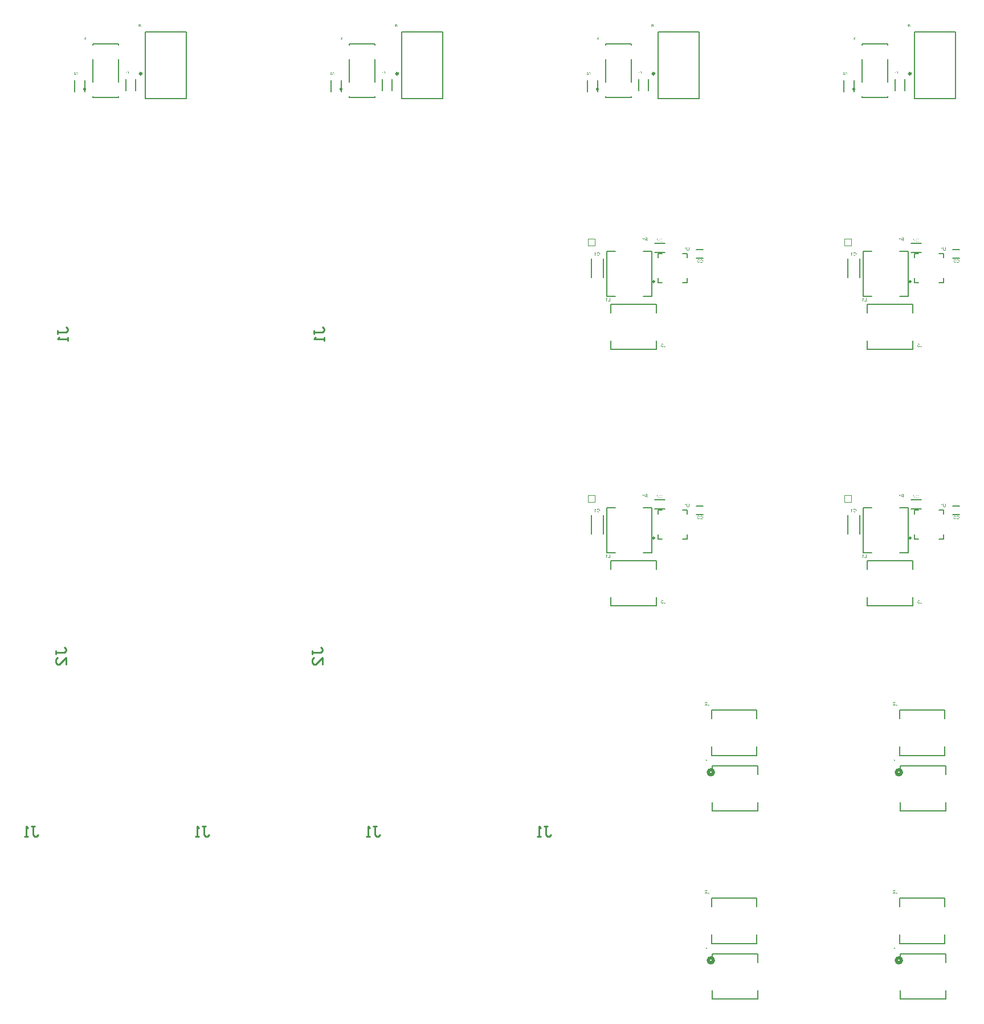
<source format=gbo>
G04*
G04 #@! TF.GenerationSoftware,Altium Limited,Altium Designer,21.9.1 (22)*
G04*
G04 Layer_Color=32896*
%FSLAX25Y25*%
%MOIN*%
G70*
G04*
G04 #@! TF.SameCoordinates,13B4354E-90E4-473D-AD5A-126374568DC2*
G04*
G04*
G04 #@! TF.FilePolarity,Positive*
G04*
G01*
G75*
%ADD20C,0.01000*%
%ADD30C,0.00500*%
%ADD83C,0.00984*%
%ADD84C,0.00394*%
%ADD85C,0.00787*%
%ADD87C,0.02000*%
%ADD118C,0.01181*%
G36*
X640513Y697877D02*
X640539Y697874D01*
X640563Y697870D01*
X640588Y697864D01*
X640610Y697857D01*
X640631Y697850D01*
X640651Y697842D01*
X640667Y697835D01*
X640684Y697827D01*
X640697Y697819D01*
X640708Y697812D01*
X640720Y697805D01*
X640726Y697799D01*
X640733Y697795D01*
X640736Y697792D01*
X640737Y697791D01*
X640755Y697774D01*
X640772Y697755D01*
X640787Y697736D01*
X640801Y697716D01*
X640813Y697696D01*
X640823Y697676D01*
X640841Y697636D01*
X640848Y697618D01*
X640853Y697602D01*
X640858Y697587D01*
X640862Y697574D01*
X640864Y697563D01*
X640866Y697555D01*
X640867Y697549D01*
Y697548D01*
X640711Y697520D01*
X640703Y697561D01*
X640692Y697595D01*
X640679Y697625D01*
X640666Y697649D01*
X640655Y697668D01*
X640644Y697681D01*
X640637Y697689D01*
X640634Y697692D01*
X640609Y697711D01*
X640584Y697725D01*
X640558Y697736D01*
X640534Y697743D01*
X640513Y697747D01*
X640504Y697748D01*
X640496D01*
X640489Y697750D01*
X640481D01*
X640448Y697747D01*
X640419Y697741D01*
X640392Y697732D01*
X640370Y697722D01*
X640354Y697711D01*
X640341Y697701D01*
X640333Y697696D01*
X640330Y697693D01*
X640319Y697682D01*
X640311Y697671D01*
X640296Y697646D01*
X640285Y697623D01*
X640278Y697601D01*
X640274Y697580D01*
X640272Y697565D01*
X640271Y697558D01*
Y697554D01*
Y697551D01*
Y697549D01*
X640272Y697530D01*
X640275Y697512D01*
X640278Y697494D01*
X640283Y697479D01*
X640297Y697451D01*
X640311Y697429D01*
X640326Y697411D01*
X640340Y697399D01*
X640345Y697395D01*
X640348Y697392D01*
X640351Y697389D01*
X640352D01*
X640383Y697371D01*
X640414Y697359D01*
X640445Y697349D01*
X640472Y697344D01*
X640496Y697340D01*
X640506Y697338D01*
X640515D01*
X640522Y697337D01*
X640540D01*
X640548Y697338D01*
X640555Y697340D01*
X640558D01*
X640575Y697203D01*
X640551Y697209D01*
X640529Y697213D01*
X640511Y697216D01*
X640494Y697218D01*
X640482D01*
X640472Y697220D01*
X640464D01*
X640445Y697218D01*
X640425Y697217D01*
X640391Y697209D01*
X640361Y697197D01*
X640334Y697185D01*
X640314Y697171D01*
X640306Y697166D01*
X640299Y697160D01*
X640293Y697156D01*
X640289Y697152D01*
X640287Y697151D01*
X640286Y697149D01*
X640274Y697135D01*
X640263Y697122D01*
X640253Y697108D01*
X640245Y697093D01*
X640232Y697064D01*
X640223Y697035D01*
X640218Y697010D01*
X640217Y697000D01*
X640216Y696990D01*
X640214Y696984D01*
Y696977D01*
Y696974D01*
Y696973D01*
X640216Y696952D01*
X640217Y696933D01*
X640227Y696895D01*
X640238Y696864D01*
X640252Y696836D01*
X640260Y696824D01*
X640267Y696814D01*
X640272Y696804D01*
X640278Y696797D01*
X640283Y696792D01*
X640287Y696788D01*
X640289Y696785D01*
X640290Y696783D01*
X640306Y696770D01*
X640321Y696759D01*
X640336Y696749D01*
X640351Y696739D01*
X640383Y696726D01*
X640413Y696717D01*
X640438Y696712D01*
X640450Y696710D01*
X640459Y696709D01*
X640467Y696708D01*
X640478D01*
X640511Y696710D01*
X640543Y696717D01*
X640569Y696726D01*
X640592Y696737D01*
X640612Y696748D01*
X640626Y696756D01*
X640630Y696760D01*
X640634Y696763D01*
X640635Y696766D01*
X640637D01*
X640648Y696778D01*
X640659Y696790D01*
X640678Y696819D01*
X640693Y696851D01*
X640706Y696883D01*
X640715Y696912D01*
X640718Y696924D01*
X640721Y696935D01*
X640724Y696945D01*
X640725Y696952D01*
X640726Y696956D01*
Y696957D01*
X640882Y696937D01*
X640878Y696908D01*
X640873Y696880D01*
X640864Y696854D01*
X640856Y696829D01*
X640846Y696806D01*
X640835Y696785D01*
X640824Y696764D01*
X640813Y696748D01*
X640802Y696731D01*
X640793Y696717D01*
X640783Y696705D01*
X640775Y696695D01*
X640766Y696687D01*
X640761Y696681D01*
X640758Y696679D01*
X640757Y696677D01*
X640736Y696659D01*
X640713Y696644D01*
X640691Y696632D01*
X640667Y696619D01*
X640644Y696610D01*
X640620Y696603D01*
X640598Y696596D01*
X640576Y696590D01*
X640555Y696586D01*
X640537Y696583D01*
X640521Y696581D01*
X640506Y696579D01*
X640494D01*
X640485Y696578D01*
X640478D01*
X640444Y696579D01*
X640412Y696583D01*
X640381Y696589D01*
X640352Y696596D01*
X640325Y696604D01*
X640300Y696614D01*
X640276Y696625D01*
X640256Y696636D01*
X640237Y696645D01*
X640220Y696657D01*
X640205Y696666D01*
X640194Y696674D01*
X640184Y696681D01*
X640177Y696687D01*
X640173Y696691D01*
X640172Y696693D01*
X640149Y696714D01*
X640132Y696738D01*
X640115Y696762D01*
X640101Y696786D01*
X640089Y696810D01*
X640079Y696833D01*
X640071Y696855D01*
X640064Y696877D01*
X640058Y696898D01*
X640056Y696916D01*
X640053Y696933D01*
X640050Y696948D01*
Y696959D01*
X640049Y696969D01*
Y696974D01*
Y696975D01*
Y696997D01*
X640052Y697019D01*
X640058Y697059D01*
X640069Y697094D01*
X640075Y697109D01*
X640080Y697123D01*
X640086Y697137D01*
X640092Y697148D01*
X640097Y697157D01*
X640103Y697164D01*
X640107Y697171D01*
X640109Y697176D01*
X640111Y697178D01*
X640112Y697180D01*
X640137Y697209D01*
X640166Y697232D01*
X640195Y697250D01*
X640223Y697265D01*
X640249Y697276D01*
X640260Y697280D01*
X640268Y697283D01*
X640276Y697286D01*
X640282Y697287D01*
X640286Y697289D01*
X640287D01*
X640257Y697305D01*
X640231Y697322D01*
X640207Y697340D01*
X640190Y697358D01*
X640174Y697373D01*
X640165Y697385D01*
X640158Y697394D01*
X640156Y697395D01*
Y697396D01*
X640141Y697423D01*
X640130Y697449D01*
X640122Y697473D01*
X640116Y697497D01*
X640114Y697516D01*
X640111Y697533D01*
Y697538D01*
Y697542D01*
Y697545D01*
Y697547D01*
X640112Y697578D01*
X640118Y697609D01*
X640126Y697636D01*
X640134Y697661D01*
X640143Y697682D01*
X640147Y697690D01*
X640151Y697697D01*
X640154Y697703D01*
X640156Y697708D01*
X640158Y697710D01*
Y697711D01*
X640177Y697739D01*
X640199Y697762D01*
X640221Y697783D01*
X640243Y697801D01*
X640263Y697814D01*
X640278Y697824D01*
X640285Y697828D01*
X640289Y697831D01*
X640292Y697832D01*
X640293D01*
X640326Y697848D01*
X640359Y697859D01*
X640392Y697867D01*
X640421Y697872D01*
X640448Y697875D01*
X640457Y697877D01*
X640467Y697878D01*
X640485D01*
X640513Y697877D01*
D02*
G37*
G36*
X490513D02*
X490539Y697874D01*
X490563Y697870D01*
X490588Y697864D01*
X490610Y697857D01*
X490631Y697850D01*
X490651Y697842D01*
X490667Y697835D01*
X490684Y697827D01*
X490697Y697819D01*
X490708Y697812D01*
X490720Y697805D01*
X490726Y697799D01*
X490733Y697795D01*
X490736Y697792D01*
X490737Y697791D01*
X490755Y697774D01*
X490772Y697755D01*
X490787Y697736D01*
X490801Y697716D01*
X490813Y697696D01*
X490823Y697676D01*
X490841Y697636D01*
X490848Y697618D01*
X490853Y697602D01*
X490858Y697587D01*
X490862Y697574D01*
X490864Y697563D01*
X490866Y697555D01*
X490867Y697549D01*
Y697548D01*
X490711Y697520D01*
X490703Y697561D01*
X490692Y697595D01*
X490679Y697625D01*
X490666Y697649D01*
X490655Y697668D01*
X490644Y697681D01*
X490637Y697689D01*
X490634Y697692D01*
X490609Y697711D01*
X490584Y697725D01*
X490558Y697736D01*
X490534Y697743D01*
X490513Y697747D01*
X490504Y697748D01*
X490496D01*
X490489Y697750D01*
X490481D01*
X490448Y697747D01*
X490419Y697741D01*
X490392Y697732D01*
X490370Y697722D01*
X490354Y697711D01*
X490341Y697701D01*
X490333Y697696D01*
X490330Y697693D01*
X490319Y697682D01*
X490311Y697671D01*
X490296Y697646D01*
X490285Y697623D01*
X490278Y697601D01*
X490274Y697580D01*
X490272Y697565D01*
X490271Y697558D01*
Y697554D01*
Y697551D01*
Y697549D01*
X490272Y697530D01*
X490275Y697512D01*
X490278Y697494D01*
X490283Y697479D01*
X490297Y697451D01*
X490311Y697429D01*
X490326Y697411D01*
X490340Y697399D01*
X490345Y697395D01*
X490348Y697392D01*
X490351Y697389D01*
X490352D01*
X490383Y697371D01*
X490414Y697359D01*
X490445Y697349D01*
X490472Y697344D01*
X490496Y697340D01*
X490506Y697338D01*
X490515D01*
X490522Y697337D01*
X490540D01*
X490548Y697338D01*
X490555Y697340D01*
X490558D01*
X490575Y697203D01*
X490551Y697209D01*
X490529Y697213D01*
X490511Y697216D01*
X490494Y697218D01*
X490482D01*
X490472Y697220D01*
X490464D01*
X490445Y697218D01*
X490425Y697217D01*
X490391Y697209D01*
X490361Y697197D01*
X490334Y697185D01*
X490314Y697171D01*
X490306Y697166D01*
X490299Y697160D01*
X490293Y697156D01*
X490289Y697152D01*
X490287Y697151D01*
X490286Y697149D01*
X490274Y697135D01*
X490263Y697122D01*
X490253Y697108D01*
X490245Y697093D01*
X490232Y697064D01*
X490223Y697035D01*
X490218Y697010D01*
X490217Y697000D01*
X490216Y696990D01*
X490214Y696984D01*
Y696977D01*
Y696974D01*
Y696973D01*
X490216Y696952D01*
X490217Y696933D01*
X490227Y696895D01*
X490238Y696864D01*
X490252Y696836D01*
X490260Y696824D01*
X490267Y696814D01*
X490272Y696804D01*
X490278Y696797D01*
X490283Y696792D01*
X490287Y696788D01*
X490289Y696785D01*
X490290Y696783D01*
X490306Y696770D01*
X490321Y696759D01*
X490336Y696749D01*
X490351Y696739D01*
X490383Y696726D01*
X490413Y696717D01*
X490438Y696712D01*
X490450Y696710D01*
X490459Y696709D01*
X490467Y696708D01*
X490478D01*
X490511Y696710D01*
X490543Y696717D01*
X490569Y696726D01*
X490592Y696737D01*
X490612Y696748D01*
X490626Y696756D01*
X490630Y696760D01*
X490634Y696763D01*
X490635Y696766D01*
X490637D01*
X490648Y696778D01*
X490659Y696790D01*
X490678Y696819D01*
X490693Y696851D01*
X490706Y696883D01*
X490715Y696912D01*
X490718Y696924D01*
X490721Y696935D01*
X490724Y696945D01*
X490725Y696952D01*
X490726Y696956D01*
Y696957D01*
X490882Y696937D01*
X490878Y696908D01*
X490873Y696880D01*
X490864Y696854D01*
X490856Y696829D01*
X490846Y696806D01*
X490835Y696785D01*
X490824Y696764D01*
X490813Y696748D01*
X490802Y696731D01*
X490793Y696717D01*
X490783Y696705D01*
X490775Y696695D01*
X490766Y696687D01*
X490761Y696681D01*
X490758Y696679D01*
X490757Y696677D01*
X490736Y696659D01*
X490713Y696644D01*
X490691Y696632D01*
X490667Y696619D01*
X490644Y696610D01*
X490620Y696603D01*
X490598Y696596D01*
X490576Y696590D01*
X490555Y696586D01*
X490537Y696583D01*
X490521Y696581D01*
X490506Y696579D01*
X490494D01*
X490485Y696578D01*
X490478D01*
X490444Y696579D01*
X490412Y696583D01*
X490381Y696589D01*
X490352Y696596D01*
X490325Y696604D01*
X490300Y696614D01*
X490276Y696625D01*
X490256Y696636D01*
X490237Y696645D01*
X490220Y696657D01*
X490205Y696666D01*
X490194Y696674D01*
X490184Y696681D01*
X490177Y696687D01*
X490173Y696691D01*
X490172Y696693D01*
X490149Y696714D01*
X490132Y696738D01*
X490115Y696762D01*
X490101Y696786D01*
X490089Y696810D01*
X490079Y696833D01*
X490071Y696855D01*
X490064Y696877D01*
X490058Y696898D01*
X490056Y696916D01*
X490053Y696933D01*
X490050Y696948D01*
Y696959D01*
X490049Y696969D01*
Y696974D01*
Y696975D01*
Y696997D01*
X490052Y697019D01*
X490058Y697059D01*
X490069Y697094D01*
X490075Y697109D01*
X490080Y697123D01*
X490086Y697137D01*
X490092Y697148D01*
X490097Y697157D01*
X490103Y697164D01*
X490107Y697171D01*
X490109Y697176D01*
X490111Y697178D01*
X490112Y697180D01*
X490137Y697209D01*
X490166Y697232D01*
X490195Y697250D01*
X490223Y697265D01*
X490249Y697276D01*
X490260Y697280D01*
X490268Y697283D01*
X490276Y697286D01*
X490282Y697287D01*
X490286Y697289D01*
X490287D01*
X490257Y697305D01*
X490231Y697322D01*
X490207Y697340D01*
X490190Y697358D01*
X490174Y697373D01*
X490165Y697385D01*
X490158Y697394D01*
X490156Y697395D01*
Y697396D01*
X490141Y697423D01*
X490130Y697449D01*
X490122Y697473D01*
X490116Y697497D01*
X490114Y697516D01*
X490111Y697533D01*
Y697538D01*
Y697542D01*
Y697545D01*
Y697547D01*
X490112Y697578D01*
X490118Y697609D01*
X490126Y697636D01*
X490134Y697661D01*
X490143Y697682D01*
X490147Y697690D01*
X490151Y697697D01*
X490154Y697703D01*
X490156Y697708D01*
X490158Y697710D01*
Y697711D01*
X490177Y697739D01*
X490199Y697762D01*
X490221Y697783D01*
X490243Y697801D01*
X490263Y697814D01*
X490278Y697824D01*
X490285Y697828D01*
X490289Y697831D01*
X490292Y697832D01*
X490293D01*
X490326Y697848D01*
X490359Y697859D01*
X490392Y697867D01*
X490421Y697872D01*
X490448Y697875D01*
X490457Y697877D01*
X490467Y697878D01*
X490485D01*
X490513Y697877D01*
D02*
G37*
G36*
X340512D02*
X340539Y697874D01*
X340564Y697870D01*
X340588Y697864D01*
X340610Y697857D01*
X340631Y697850D01*
X340651Y697842D01*
X340667Y697835D01*
X340684Y697827D01*
X340697Y697819D01*
X340708Y697812D01*
X340720Y697805D01*
X340726Y697799D01*
X340733Y697795D01*
X340736Y697792D01*
X340737Y697791D01*
X340755Y697774D01*
X340772Y697755D01*
X340787Y697736D01*
X340801Y697716D01*
X340813Y697696D01*
X340823Y697676D01*
X340841Y697636D01*
X340848Y697618D01*
X340853Y697602D01*
X340858Y697587D01*
X340862Y697574D01*
X340864Y697563D01*
X340866Y697555D01*
X340867Y697549D01*
Y697548D01*
X340711Y697520D01*
X340703Y697561D01*
X340692Y697595D01*
X340679Y697625D01*
X340666Y697649D01*
X340655Y697668D01*
X340644Y697681D01*
X340637Y697689D01*
X340634Y697692D01*
X340609Y697711D01*
X340584Y697725D01*
X340558Y697736D01*
X340534Y697743D01*
X340512Y697747D01*
X340504Y697748D01*
X340496D01*
X340489Y697750D01*
X340481D01*
X340448Y697747D01*
X340419Y697741D01*
X340392Y697732D01*
X340370Y697722D01*
X340354Y697711D01*
X340341Y697701D01*
X340333Y697696D01*
X340330Y697693D01*
X340319Y697682D01*
X340311Y697671D01*
X340296Y697646D01*
X340285Y697623D01*
X340278Y697601D01*
X340274Y697580D01*
X340272Y697565D01*
X340271Y697558D01*
Y697554D01*
Y697551D01*
Y697549D01*
X340272Y697530D01*
X340275Y697512D01*
X340278Y697494D01*
X340283Y697479D01*
X340297Y697451D01*
X340311Y697429D01*
X340326Y697411D01*
X340340Y697399D01*
X340346Y697395D01*
X340348Y697392D01*
X340351Y697389D01*
X340352D01*
X340383Y697371D01*
X340415Y697359D01*
X340445Y697349D01*
X340472Y697344D01*
X340496Y697340D01*
X340506Y697338D01*
X340515D01*
X340522Y697337D01*
X340540D01*
X340548Y697338D01*
X340555Y697340D01*
X340558D01*
X340575Y697203D01*
X340551Y697209D01*
X340529Y697213D01*
X340511Y697216D01*
X340494Y697218D01*
X340482D01*
X340472Y697220D01*
X340464D01*
X340445Y697218D01*
X340425Y697217D01*
X340391Y697209D01*
X340361Y697197D01*
X340334Y697185D01*
X340314Y697171D01*
X340305Y697166D01*
X340299Y697160D01*
X340293Y697156D01*
X340289Y697152D01*
X340287Y697151D01*
X340286Y697149D01*
X340274Y697135D01*
X340263Y697122D01*
X340253Y697108D01*
X340245Y697093D01*
X340232Y697064D01*
X340223Y697035D01*
X340218Y697010D01*
X340217Y697000D01*
X340216Y696990D01*
X340214Y696984D01*
Y696977D01*
Y696974D01*
Y696973D01*
X340216Y696952D01*
X340217Y696933D01*
X340227Y696895D01*
X340238Y696864D01*
X340252Y696836D01*
X340260Y696824D01*
X340267Y696814D01*
X340272Y696804D01*
X340278Y696797D01*
X340283Y696792D01*
X340287Y696788D01*
X340289Y696785D01*
X340290Y696783D01*
X340305Y696770D01*
X340321Y696759D01*
X340336Y696749D01*
X340351Y696739D01*
X340383Y696726D01*
X340413Y696717D01*
X340438Y696712D01*
X340450Y696710D01*
X340459Y696709D01*
X340467Y696708D01*
X340478D01*
X340511Y696710D01*
X340543Y696717D01*
X340569Y696726D01*
X340593Y696737D01*
X340612Y696748D01*
X340626Y696756D01*
X340630Y696760D01*
X340634Y696763D01*
X340635Y696766D01*
X340637D01*
X340648Y696778D01*
X340659Y696790D01*
X340678Y696819D01*
X340693Y696851D01*
X340706Y696883D01*
X340715Y696912D01*
X340718Y696924D01*
X340721Y696935D01*
X340724Y696945D01*
X340725Y696952D01*
X340726Y696956D01*
Y696957D01*
X340882Y696937D01*
X340878Y696908D01*
X340873Y696880D01*
X340864Y696854D01*
X340856Y696829D01*
X340846Y696806D01*
X340835Y696785D01*
X340824Y696764D01*
X340813Y696748D01*
X340802Y696731D01*
X340793Y696717D01*
X340783Y696705D01*
X340775Y696695D01*
X340766Y696687D01*
X340761Y696681D01*
X340758Y696679D01*
X340757Y696677D01*
X340736Y696659D01*
X340713Y696644D01*
X340690Y696632D01*
X340667Y696619D01*
X340644Y696610D01*
X340620Y696603D01*
X340598Y696596D01*
X340576Y696590D01*
X340555Y696586D01*
X340537Y696583D01*
X340521Y696581D01*
X340506Y696579D01*
X340494D01*
X340485Y696578D01*
X340478D01*
X340443Y696579D01*
X340412Y696583D01*
X340381Y696589D01*
X340352Y696596D01*
X340325Y696604D01*
X340300Y696614D01*
X340277Y696625D01*
X340256Y696636D01*
X340236Y696645D01*
X340220Y696657D01*
X340205Y696666D01*
X340194Y696674D01*
X340184Y696681D01*
X340177Y696687D01*
X340173Y696691D01*
X340172Y696693D01*
X340149Y696714D01*
X340132Y696738D01*
X340115Y696762D01*
X340101Y696786D01*
X340089Y696810D01*
X340079Y696833D01*
X340071Y696855D01*
X340064Y696877D01*
X340058Y696898D01*
X340056Y696916D01*
X340053Y696933D01*
X340050Y696948D01*
Y696959D01*
X340049Y696969D01*
Y696974D01*
Y696975D01*
Y696997D01*
X340052Y697019D01*
X340058Y697059D01*
X340070Y697094D01*
X340075Y697109D01*
X340080Y697123D01*
X340086Y697137D01*
X340092Y697148D01*
X340097Y697157D01*
X340103Y697164D01*
X340107Y697171D01*
X340109Y697176D01*
X340111Y697178D01*
X340112Y697180D01*
X340137Y697209D01*
X340166Y697232D01*
X340195Y697250D01*
X340223Y697265D01*
X340249Y697276D01*
X340260Y697280D01*
X340268Y697283D01*
X340277Y697286D01*
X340282Y697287D01*
X340286Y697289D01*
X340287D01*
X340257Y697305D01*
X340231Y697322D01*
X340208Y697340D01*
X340190Y697358D01*
X340174Y697373D01*
X340165Y697385D01*
X340158Y697394D01*
X340156Y697395D01*
Y697396D01*
X340141Y697423D01*
X340130Y697449D01*
X340122Y697473D01*
X340116Y697497D01*
X340114Y697516D01*
X340111Y697533D01*
Y697538D01*
Y697542D01*
Y697545D01*
Y697547D01*
X340112Y697578D01*
X340118Y697609D01*
X340126Y697636D01*
X340134Y697661D01*
X340143Y697682D01*
X340147Y697690D01*
X340151Y697697D01*
X340154Y697703D01*
X340156Y697708D01*
X340158Y697710D01*
Y697711D01*
X340177Y697739D01*
X340199Y697762D01*
X340221Y697783D01*
X340243Y697801D01*
X340263Y697814D01*
X340278Y697824D01*
X340285Y697828D01*
X340289Y697831D01*
X340292Y697832D01*
X340293D01*
X340326Y697848D01*
X340359Y697859D01*
X340392Y697867D01*
X340421Y697872D01*
X340448Y697875D01*
X340457Y697877D01*
X340467Y697878D01*
X340485D01*
X340512Y697877D01*
D02*
G37*
G36*
X190513D02*
X190539Y697874D01*
X190563Y697870D01*
X190588Y697864D01*
X190610Y697857D01*
X190631Y697850D01*
X190650Y697842D01*
X190667Y697835D01*
X190684Y697827D01*
X190697Y697819D01*
X190708Y697812D01*
X190719Y697805D01*
X190726Y697799D01*
X190733Y697795D01*
X190736Y697792D01*
X190737Y697791D01*
X190755Y697774D01*
X190772Y697755D01*
X190787Y697736D01*
X190801Y697716D01*
X190813Y697696D01*
X190823Y697676D01*
X190841Y697636D01*
X190848Y697618D01*
X190853Y697602D01*
X190858Y697587D01*
X190862Y697574D01*
X190864Y697563D01*
X190866Y697555D01*
X190867Y697549D01*
Y697548D01*
X190711Y697520D01*
X190703Y697561D01*
X190692Y697595D01*
X190679Y697625D01*
X190666Y697649D01*
X190655Y697668D01*
X190644Y697681D01*
X190637Y697689D01*
X190634Y697692D01*
X190609Y697711D01*
X190584Y697725D01*
X190558Y697736D01*
X190534Y697743D01*
X190513Y697747D01*
X190504Y697748D01*
X190496D01*
X190489Y697750D01*
X190481D01*
X190448Y697747D01*
X190419Y697741D01*
X190392Y697732D01*
X190370Y697722D01*
X190354Y697711D01*
X190341Y697701D01*
X190333Y697696D01*
X190330Y697693D01*
X190319Y697682D01*
X190311Y697671D01*
X190296Y697646D01*
X190285Y697623D01*
X190278Y697601D01*
X190274Y697580D01*
X190272Y697565D01*
X190271Y697558D01*
Y697554D01*
Y697551D01*
Y697549D01*
X190272Y697530D01*
X190275Y697512D01*
X190278Y697494D01*
X190283Y697479D01*
X190297Y697451D01*
X190311Y697429D01*
X190326Y697411D01*
X190340Y697399D01*
X190346Y697395D01*
X190348Y697392D01*
X190351Y697389D01*
X190352D01*
X190383Y697371D01*
X190415Y697359D01*
X190445Y697349D01*
X190472Y697344D01*
X190496Y697340D01*
X190506Y697338D01*
X190515D01*
X190522Y697337D01*
X190540D01*
X190548Y697338D01*
X190555Y697340D01*
X190558D01*
X190575Y697203D01*
X190551Y697209D01*
X190529Y697213D01*
X190511Y697216D01*
X190495Y697218D01*
X190482D01*
X190472Y697220D01*
X190464D01*
X190445Y697218D01*
X190426Y697217D01*
X190391Y697209D01*
X190361Y697197D01*
X190334Y697185D01*
X190314Y697171D01*
X190305Y697166D01*
X190299Y697160D01*
X190293Y697156D01*
X190289Y697152D01*
X190287Y697151D01*
X190286Y697149D01*
X190274Y697135D01*
X190263Y697122D01*
X190253Y697108D01*
X190245Y697093D01*
X190232Y697064D01*
X190223Y697035D01*
X190218Y697010D01*
X190217Y697000D01*
X190216Y696990D01*
X190214Y696984D01*
Y696977D01*
Y696974D01*
Y696973D01*
X190216Y696952D01*
X190217Y696933D01*
X190227Y696895D01*
X190238Y696864D01*
X190252Y696836D01*
X190260Y696824D01*
X190267Y696814D01*
X190272Y696804D01*
X190278Y696797D01*
X190283Y696792D01*
X190287Y696788D01*
X190289Y696785D01*
X190290Y696783D01*
X190305Y696770D01*
X190321Y696759D01*
X190336Y696749D01*
X190351Y696739D01*
X190383Y696726D01*
X190413Y696717D01*
X190438Y696712D01*
X190450Y696710D01*
X190459Y696709D01*
X190467Y696708D01*
X190478D01*
X190511Y696710D01*
X190543Y696717D01*
X190569Y696726D01*
X190593Y696737D01*
X190612Y696748D01*
X190626Y696756D01*
X190630Y696760D01*
X190634Y696763D01*
X190635Y696766D01*
X190637D01*
X190648Y696778D01*
X190659Y696790D01*
X190678Y696819D01*
X190693Y696851D01*
X190706Y696883D01*
X190715Y696912D01*
X190718Y696924D01*
X190721Y696935D01*
X190724Y696945D01*
X190725Y696952D01*
X190726Y696956D01*
Y696957D01*
X190882Y696937D01*
X190878Y696908D01*
X190873Y696880D01*
X190864Y696854D01*
X190856Y696829D01*
X190846Y696806D01*
X190835Y696785D01*
X190824Y696764D01*
X190813Y696748D01*
X190802Y696731D01*
X190793Y696717D01*
X190783Y696705D01*
X190775Y696695D01*
X190766Y696687D01*
X190761Y696681D01*
X190758Y696679D01*
X190757Y696677D01*
X190736Y696659D01*
X190713Y696644D01*
X190691Y696632D01*
X190667Y696619D01*
X190644Y696610D01*
X190620Y696603D01*
X190598Y696596D01*
X190576Y696590D01*
X190555Y696586D01*
X190537Y696583D01*
X190521Y696581D01*
X190506Y696579D01*
X190495D01*
X190485Y696578D01*
X190478D01*
X190444Y696579D01*
X190412Y696583D01*
X190381Y696589D01*
X190352Y696596D01*
X190325Y696604D01*
X190300Y696614D01*
X190277Y696625D01*
X190256Y696636D01*
X190236Y696645D01*
X190220Y696657D01*
X190205Y696666D01*
X190194Y696674D01*
X190184Y696681D01*
X190177Y696687D01*
X190173Y696691D01*
X190172Y696693D01*
X190149Y696714D01*
X190132Y696738D01*
X190115Y696762D01*
X190101Y696786D01*
X190089Y696810D01*
X190079Y696833D01*
X190071Y696855D01*
X190064Y696877D01*
X190058Y696898D01*
X190056Y696916D01*
X190053Y696933D01*
X190050Y696948D01*
Y696959D01*
X190049Y696969D01*
Y696974D01*
Y696975D01*
Y696997D01*
X190051Y697019D01*
X190058Y697059D01*
X190069Y697094D01*
X190075Y697109D01*
X190080Y697123D01*
X190086Y697137D01*
X190092Y697148D01*
X190097Y697157D01*
X190103Y697164D01*
X190107Y697171D01*
X190110Y697176D01*
X190111Y697178D01*
X190112Y697180D01*
X190137Y697209D01*
X190166Y697232D01*
X190195Y697250D01*
X190223Y697265D01*
X190249Y697276D01*
X190260Y697280D01*
X190268Y697283D01*
X190277Y697286D01*
X190282Y697287D01*
X190286Y697289D01*
X190287D01*
X190257Y697305D01*
X190231Y697322D01*
X190208Y697340D01*
X190190Y697358D01*
X190174Y697373D01*
X190165Y697385D01*
X190158Y697394D01*
X190156Y697395D01*
Y697396D01*
X190141Y697423D01*
X190130Y697449D01*
X190122Y697473D01*
X190116Y697497D01*
X190114Y697516D01*
X190111Y697533D01*
Y697538D01*
Y697542D01*
Y697545D01*
Y697547D01*
X190112Y697578D01*
X190118Y697609D01*
X190126Y697636D01*
X190134Y697661D01*
X190143Y697682D01*
X190147Y697690D01*
X190151Y697697D01*
X190154Y697703D01*
X190156Y697708D01*
X190158Y697710D01*
Y697711D01*
X190177Y697739D01*
X190199Y697762D01*
X190221Y697783D01*
X190243Y697801D01*
X190263Y697814D01*
X190278Y697824D01*
X190285Y697828D01*
X190289Y697831D01*
X190292Y697832D01*
X190293D01*
X190326Y697848D01*
X190359Y697859D01*
X190392Y697867D01*
X190421Y697872D01*
X190448Y697875D01*
X190457Y697877D01*
X190467Y697878D01*
X190485D01*
X190513Y697877D01*
D02*
G37*
G36*
X641263Y696996D02*
Y696977D01*
X641265Y696957D01*
X641266Y696926D01*
X641269Y696898D01*
X641271Y696876D01*
X641276Y696859D01*
X641278Y696847D01*
X641280Y696840D01*
X641281Y696837D01*
X641289Y696819D01*
X641299Y696804D01*
X641310Y696790D01*
X641320Y696779D01*
X641331Y696771D01*
X641338Y696764D01*
X641343Y696760D01*
X641346Y696759D01*
X641364Y696749D01*
X641382Y696742D01*
X641400Y696737D01*
X641418Y696734D01*
X641433Y696731D01*
X641444Y696730D01*
X641455D01*
X641485Y696733D01*
X641512Y696738D01*
X641535Y696746D01*
X641554Y696756D01*
X641570Y696766D01*
X641581Y696774D01*
X641587Y696779D01*
X641590Y696782D01*
X641599Y696793D01*
X641607Y696806D01*
X641614Y696821D01*
X641619Y696836D01*
X641629Y696869D01*
X641636Y696902D01*
X641640Y696933D01*
X641641Y696946D01*
X641643Y696959D01*
Y696969D01*
X641644Y696975D01*
Y696981D01*
Y696982D01*
X641796Y696960D01*
Y696926D01*
X641793Y696894D01*
X641789Y696864D01*
X641785Y696836D01*
X641778Y696810D01*
X641771Y696786D01*
X641763Y696766D01*
X641756Y696746D01*
X641748Y696730D01*
X641739Y696714D01*
X641732Y696702D01*
X641725Y696693D01*
X641720Y696684D01*
X641716Y696679D01*
X641713Y696676D01*
X641712Y696674D01*
X641694Y696658D01*
X641674Y696643D01*
X641655Y696630D01*
X641633Y696619D01*
X641612Y696610D01*
X641590Y696603D01*
X641570Y696596D01*
X641549Y696592D01*
X641530Y696588D01*
X641512Y696585D01*
X641495Y696582D01*
X641481Y696581D01*
X641470Y696579D01*
X641454D01*
X641412Y696581D01*
X641375Y696586D01*
X641342Y696593D01*
X641313Y696603D01*
X641300Y696607D01*
X641289Y696611D01*
X641280Y696614D01*
X641273Y696618D01*
X641266Y696621D01*
X641262Y696624D01*
X641259Y696625D01*
X641258D01*
X641229Y696644D01*
X641202Y696665D01*
X641182Y696687D01*
X641165Y696708D01*
X641151Y696727D01*
X641142Y696743D01*
X641139Y696749D01*
X641136Y696753D01*
X641135Y696756D01*
Y696757D01*
X641128Y696775D01*
X641121Y696793D01*
X641111Y696833D01*
X641105Y696875D01*
X641100Y696915D01*
X641098Y696933D01*
X641096Y696950D01*
Y696966D01*
X641095Y696980D01*
Y696990D01*
Y696999D01*
Y697004D01*
Y697006D01*
Y697874D01*
X641263D01*
Y696996D01*
D02*
G37*
G36*
X491263D02*
Y696977D01*
X491265Y696957D01*
X491266Y696926D01*
X491269Y696898D01*
X491271Y696876D01*
X491276Y696859D01*
X491278Y696847D01*
X491280Y696840D01*
X491281Y696837D01*
X491289Y696819D01*
X491299Y696804D01*
X491310Y696790D01*
X491320Y696779D01*
X491331Y696771D01*
X491338Y696764D01*
X491343Y696760D01*
X491346Y696759D01*
X491364Y696749D01*
X491382Y696742D01*
X491400Y696737D01*
X491418Y696734D01*
X491433Y696731D01*
X491444Y696730D01*
X491455D01*
X491485Y696733D01*
X491512Y696738D01*
X491535Y696746D01*
X491554Y696756D01*
X491570Y696766D01*
X491581Y696774D01*
X491587Y696779D01*
X491590Y696782D01*
X491599Y696793D01*
X491607Y696806D01*
X491614Y696821D01*
X491619Y696836D01*
X491629Y696869D01*
X491636Y696902D01*
X491640Y696933D01*
X491641Y696946D01*
X491643Y696959D01*
Y696969D01*
X491644Y696975D01*
Y696981D01*
Y696982D01*
X491796Y696960D01*
Y696926D01*
X491793Y696894D01*
X491789Y696864D01*
X491785Y696836D01*
X491778Y696810D01*
X491771Y696786D01*
X491763Y696766D01*
X491756Y696746D01*
X491748Y696730D01*
X491739Y696714D01*
X491732Y696702D01*
X491725Y696693D01*
X491720Y696684D01*
X491716Y696679D01*
X491713Y696676D01*
X491712Y696674D01*
X491694Y696658D01*
X491674Y696643D01*
X491655Y696630D01*
X491633Y696619D01*
X491612Y696610D01*
X491590Y696603D01*
X491570Y696596D01*
X491549Y696592D01*
X491530Y696588D01*
X491512Y696585D01*
X491495Y696582D01*
X491481Y696581D01*
X491470Y696579D01*
X491454D01*
X491412Y696581D01*
X491375Y696586D01*
X491342Y696593D01*
X491313Y696603D01*
X491300Y696607D01*
X491289Y696611D01*
X491280Y696614D01*
X491273Y696618D01*
X491266Y696621D01*
X491262Y696624D01*
X491259Y696625D01*
X491258D01*
X491229Y696644D01*
X491202Y696665D01*
X491182Y696687D01*
X491165Y696708D01*
X491151Y696727D01*
X491142Y696743D01*
X491139Y696749D01*
X491136Y696753D01*
X491135Y696756D01*
Y696757D01*
X491128Y696775D01*
X491121Y696793D01*
X491111Y696833D01*
X491105Y696875D01*
X491100Y696915D01*
X491098Y696933D01*
X491096Y696950D01*
Y696966D01*
X491095Y696980D01*
Y696990D01*
Y696999D01*
Y697004D01*
Y697006D01*
Y697874D01*
X491263D01*
Y696996D01*
D02*
G37*
G36*
X341263D02*
Y696977D01*
X341265Y696957D01*
X341266Y696926D01*
X341269Y696898D01*
X341271Y696876D01*
X341276Y696859D01*
X341278Y696847D01*
X341280Y696840D01*
X341281Y696837D01*
X341289Y696819D01*
X341299Y696804D01*
X341310Y696790D01*
X341320Y696779D01*
X341331Y696771D01*
X341338Y696764D01*
X341343Y696760D01*
X341346Y696759D01*
X341364Y696749D01*
X341382Y696742D01*
X341400Y696737D01*
X341418Y696734D01*
X341433Y696731D01*
X341444Y696730D01*
X341455D01*
X341485Y696733D01*
X341512Y696738D01*
X341535Y696746D01*
X341554Y696756D01*
X341569Y696766D01*
X341581Y696774D01*
X341587Y696779D01*
X341590Y696782D01*
X341599Y696793D01*
X341607Y696806D01*
X341614Y696821D01*
X341619Y696836D01*
X341629Y696869D01*
X341636Y696902D01*
X341640Y696933D01*
X341641Y696946D01*
X341643Y696959D01*
Y696969D01*
X341644Y696975D01*
Y696981D01*
Y696982D01*
X341796Y696960D01*
Y696926D01*
X341793Y696894D01*
X341789Y696864D01*
X341785Y696836D01*
X341778Y696810D01*
X341771Y696786D01*
X341763Y696766D01*
X341756Y696746D01*
X341748Y696730D01*
X341739Y696714D01*
X341732Y696702D01*
X341725Y696693D01*
X341720Y696684D01*
X341716Y696679D01*
X341713Y696676D01*
X341712Y696674D01*
X341694Y696658D01*
X341674Y696643D01*
X341655Y696630D01*
X341633Y696619D01*
X341612Y696610D01*
X341590Y696603D01*
X341569Y696596D01*
X341549Y696592D01*
X341529Y696588D01*
X341512Y696585D01*
X341495Y696582D01*
X341481Y696581D01*
X341470Y696579D01*
X341454D01*
X341412Y696581D01*
X341375Y696586D01*
X341342Y696593D01*
X341313Y696603D01*
X341300Y696607D01*
X341289Y696611D01*
X341280Y696614D01*
X341273Y696618D01*
X341266Y696621D01*
X341262Y696624D01*
X341259Y696625D01*
X341258D01*
X341229Y696644D01*
X341202Y696665D01*
X341182Y696687D01*
X341165Y696708D01*
X341151Y696727D01*
X341142Y696743D01*
X341139Y696749D01*
X341136Y696753D01*
X341135Y696756D01*
Y696757D01*
X341128Y696775D01*
X341121Y696793D01*
X341111Y696833D01*
X341105Y696875D01*
X341100Y696915D01*
X341098Y696933D01*
X341096Y696950D01*
Y696966D01*
X341095Y696980D01*
Y696990D01*
Y696999D01*
Y697004D01*
Y697006D01*
Y697874D01*
X341263D01*
Y696996D01*
D02*
G37*
G36*
X191263D02*
Y696977D01*
X191265Y696957D01*
X191266Y696926D01*
X191269Y696898D01*
X191271Y696876D01*
X191276Y696859D01*
X191278Y696847D01*
X191280Y696840D01*
X191281Y696837D01*
X191289Y696819D01*
X191299Y696804D01*
X191310Y696790D01*
X191320Y696779D01*
X191331Y696771D01*
X191338Y696764D01*
X191343Y696760D01*
X191346Y696759D01*
X191364Y696749D01*
X191382Y696742D01*
X191400Y696737D01*
X191418Y696734D01*
X191433Y696731D01*
X191444Y696730D01*
X191455D01*
X191485Y696733D01*
X191512Y696738D01*
X191535Y696746D01*
X191554Y696756D01*
X191569Y696766D01*
X191581Y696774D01*
X191587Y696779D01*
X191590Y696782D01*
X191598Y696793D01*
X191607Y696806D01*
X191614Y696821D01*
X191619Y696836D01*
X191629Y696869D01*
X191636Y696902D01*
X191640Y696933D01*
X191641Y696946D01*
X191643Y696959D01*
Y696969D01*
X191644Y696975D01*
Y696981D01*
Y696982D01*
X191796Y696960D01*
Y696926D01*
X191793Y696894D01*
X191789Y696864D01*
X191785Y696836D01*
X191778Y696810D01*
X191771Y696786D01*
X191763Y696766D01*
X191756Y696746D01*
X191748Y696730D01*
X191739Y696714D01*
X191732Y696702D01*
X191726Y696693D01*
X191720Y696684D01*
X191716Y696679D01*
X191713Y696676D01*
X191712Y696674D01*
X191694Y696658D01*
X191674Y696643D01*
X191655Y696630D01*
X191633Y696619D01*
X191612Y696610D01*
X191590Y696603D01*
X191569Y696596D01*
X191549Y696592D01*
X191530Y696588D01*
X191512Y696585D01*
X191495Y696582D01*
X191481Y696581D01*
X191470Y696579D01*
X191454D01*
X191412Y696581D01*
X191375Y696586D01*
X191342Y696593D01*
X191313Y696603D01*
X191300Y696607D01*
X191289Y696611D01*
X191280Y696614D01*
X191273Y696618D01*
X191266Y696621D01*
X191262Y696624D01*
X191259Y696625D01*
X191258D01*
X191229Y696644D01*
X191202Y696665D01*
X191182Y696687D01*
X191165Y696708D01*
X191151Y696727D01*
X191142Y696743D01*
X191139Y696749D01*
X191136Y696753D01*
X191135Y696756D01*
Y696757D01*
X191128Y696775D01*
X191121Y696793D01*
X191111Y696833D01*
X191104Y696875D01*
X191100Y696915D01*
X191098Y696933D01*
X191096Y696950D01*
Y696966D01*
X191095Y696980D01*
Y696990D01*
Y696999D01*
Y697004D01*
Y697006D01*
Y697874D01*
X191263D01*
Y696996D01*
D02*
G37*
G36*
X607678Y690346D02*
X607698Y690316D01*
X607722Y690287D01*
X607745Y690262D01*
X607766Y690239D01*
X607776Y690230D01*
X607783Y690222D01*
X607790Y690215D01*
X607795Y690211D01*
X607798Y690208D01*
X607799Y690207D01*
X607836Y690175D01*
X607876Y690147D01*
X607915Y690121D01*
X607951Y690099D01*
X607966Y690091D01*
X607981Y690083D01*
X607995Y690074D01*
X608006Y690069D01*
X608016Y690065D01*
X608023Y690061D01*
X608027Y690059D01*
X608028Y690058D01*
Y689907D01*
X608001Y689918D01*
X607972Y689931D01*
X607944Y689945D01*
X607919Y689957D01*
X607897Y689969D01*
X607888Y689973D01*
X607879Y689979D01*
X607872Y689982D01*
X607868Y689985D01*
X607865Y689987D01*
X607864D01*
X607831Y690008D01*
X607802Y690027D01*
X607776Y690045D01*
X607755Y690062D01*
X607737Y690076D01*
X607725Y690085D01*
X607718Y690092D01*
X607715Y690095D01*
Y689100D01*
X607559D01*
Y690378D01*
X607660D01*
X607678Y690346D01*
D02*
G37*
G36*
X457678D02*
X457698Y690316D01*
X457722Y690287D01*
X457745Y690262D01*
X457766Y690239D01*
X457776Y690230D01*
X457783Y690222D01*
X457790Y690215D01*
X457795Y690211D01*
X457798Y690208D01*
X457799Y690207D01*
X457836Y690175D01*
X457876Y690147D01*
X457915Y690121D01*
X457951Y690099D01*
X457966Y690091D01*
X457981Y690083D01*
X457995Y690074D01*
X458006Y690069D01*
X458016Y690065D01*
X458023Y690061D01*
X458027Y690059D01*
X458028Y690058D01*
Y689907D01*
X458001Y689918D01*
X457972Y689931D01*
X457944Y689945D01*
X457919Y689957D01*
X457897Y689969D01*
X457888Y689973D01*
X457879Y689979D01*
X457872Y689982D01*
X457868Y689985D01*
X457865Y689987D01*
X457864D01*
X457831Y690008D01*
X457802Y690027D01*
X457776Y690045D01*
X457755Y690062D01*
X457737Y690076D01*
X457725Y690085D01*
X457718Y690092D01*
X457715Y690095D01*
Y689100D01*
X457559D01*
Y690378D01*
X457660D01*
X457678Y690346D01*
D02*
G37*
G36*
X307678D02*
X307698Y690316D01*
X307722Y690287D01*
X307745Y690262D01*
X307766Y690239D01*
X307776Y690230D01*
X307783Y690222D01*
X307789Y690215D01*
X307795Y690211D01*
X307798Y690208D01*
X307799Y690207D01*
X307837Y690175D01*
X307876Y690147D01*
X307915Y690121D01*
X307951Y690099D01*
X307966Y690091D01*
X307981Y690083D01*
X307995Y690074D01*
X308006Y690069D01*
X308016Y690065D01*
X308023Y690061D01*
X308027Y690059D01*
X308028Y690058D01*
Y689907D01*
X308001Y689918D01*
X307972Y689931D01*
X307944Y689945D01*
X307919Y689957D01*
X307897Y689969D01*
X307888Y689973D01*
X307879Y689979D01*
X307872Y689982D01*
X307868Y689985D01*
X307865Y689987D01*
X307864D01*
X307831Y690008D01*
X307802Y690027D01*
X307776Y690045D01*
X307755Y690062D01*
X307737Y690076D01*
X307725Y690085D01*
X307718Y690092D01*
X307715Y690095D01*
Y689100D01*
X307559D01*
Y690378D01*
X307660D01*
X307678Y690346D01*
D02*
G37*
G36*
X157678D02*
X157699Y690316D01*
X157722Y690287D01*
X157745Y690262D01*
X157766Y690239D01*
X157776Y690230D01*
X157783Y690222D01*
X157790Y690215D01*
X157795Y690211D01*
X157798Y690208D01*
X157799Y690207D01*
X157836Y690175D01*
X157877Y690147D01*
X157915Y690121D01*
X157951Y690099D01*
X157966Y690091D01*
X157981Y690083D01*
X157995Y690074D01*
X158006Y690069D01*
X158016Y690065D01*
X158023Y690061D01*
X158027Y690059D01*
X158028Y690058D01*
Y689907D01*
X158001Y689918D01*
X157972Y689931D01*
X157944Y689945D01*
X157919Y689957D01*
X157897Y689969D01*
X157887Y689973D01*
X157879Y689979D01*
X157872Y689982D01*
X157868Y689985D01*
X157865Y689987D01*
X157864D01*
X157831Y690008D01*
X157802Y690027D01*
X157776Y690045D01*
X157755Y690062D01*
X157737Y690076D01*
X157725Y690085D01*
X157718Y690092D01*
X157715Y690095D01*
Y689100D01*
X157559D01*
Y690378D01*
X157660D01*
X157678Y690346D01*
D02*
G37*
G36*
X608909Y689760D02*
X609401Y689100D01*
X609199D01*
X608876Y689542D01*
X608867Y689553D01*
X608859Y689566D01*
X608838Y689595D01*
X608829Y689609D01*
X608822Y689620D01*
X608816Y689629D01*
X608815Y689630D01*
Y689631D01*
X608796Y689602D01*
X608787Y689590D01*
X608779Y689579D01*
X608772Y689568D01*
X608767Y689561D01*
X608764Y689555D01*
X608762Y689554D01*
X608439Y689100D01*
X608234D01*
X608711Y689768D01*
X608268Y690374D01*
X608452D01*
X608706Y690034D01*
X608727Y690007D01*
X608747Y689980D01*
X608764Y689956D01*
X608779Y689933D01*
X608791Y689916D01*
X608800Y689903D01*
X608804Y689898D01*
X608807Y689893D01*
X608808Y689892D01*
Y689891D01*
X608820Y689913D01*
X608837Y689939D01*
X608853Y689964D01*
X608870Y689990D01*
X608885Y690012D01*
X608892Y690022D01*
X608898Y690030D01*
X608903Y690037D01*
X608907Y690042D01*
X608909Y690045D01*
X608910Y690047D01*
X609143Y690374D01*
X609343D01*
X608909Y689760D01*
D02*
G37*
G36*
X458909D02*
X459401Y689100D01*
X459199D01*
X458876Y689542D01*
X458867Y689553D01*
X458859Y689566D01*
X458838Y689595D01*
X458829Y689609D01*
X458822Y689620D01*
X458816Y689629D01*
X458815Y689630D01*
Y689631D01*
X458796Y689602D01*
X458787Y689590D01*
X458779Y689579D01*
X458772Y689568D01*
X458767Y689561D01*
X458764Y689555D01*
X458762Y689554D01*
X458439Y689100D01*
X458234D01*
X458711Y689768D01*
X458268Y690374D01*
X458452D01*
X458706Y690034D01*
X458727Y690007D01*
X458747Y689980D01*
X458764Y689956D01*
X458779Y689933D01*
X458791Y689916D01*
X458800Y689903D01*
X458804Y689898D01*
X458807Y689893D01*
X458808Y689892D01*
Y689891D01*
X458820Y689913D01*
X458837Y689939D01*
X458853Y689964D01*
X458870Y689990D01*
X458885Y690012D01*
X458892Y690022D01*
X458898Y690030D01*
X458903Y690037D01*
X458907Y690042D01*
X458909Y690045D01*
X458910Y690047D01*
X459143Y690374D01*
X459343D01*
X458909Y689760D01*
D02*
G37*
G36*
X308909D02*
X309401Y689100D01*
X309198D01*
X308876Y689542D01*
X308867Y689553D01*
X308859Y689566D01*
X308838Y689595D01*
X308829Y689609D01*
X308822Y689620D01*
X308816Y689629D01*
X308815Y689630D01*
Y689631D01*
X308796Y689602D01*
X308787Y689590D01*
X308779Y689579D01*
X308772Y689568D01*
X308767Y689561D01*
X308764Y689555D01*
X308762Y689554D01*
X308439Y689100D01*
X308234D01*
X308711Y689768D01*
X308268Y690374D01*
X308452D01*
X308706Y690034D01*
X308727Y690007D01*
X308747Y689980D01*
X308764Y689956D01*
X308779Y689933D01*
X308791Y689916D01*
X308800Y689903D01*
X308804Y689898D01*
X308807Y689893D01*
X308808Y689892D01*
Y689891D01*
X308820Y689913D01*
X308837Y689939D01*
X308854Y689964D01*
X308870Y689990D01*
X308885Y690012D01*
X308892Y690022D01*
X308898Y690030D01*
X308903Y690037D01*
X308907Y690042D01*
X308909Y690045D01*
X308910Y690047D01*
X309143Y690374D01*
X309343D01*
X308909Y689760D01*
D02*
G37*
G36*
X158909D02*
X159401Y689100D01*
X159198D01*
X158876Y689542D01*
X158867Y689553D01*
X158859Y689566D01*
X158838Y689595D01*
X158829Y689609D01*
X158822Y689620D01*
X158816Y689629D01*
X158815Y689630D01*
Y689631D01*
X158796Y689602D01*
X158787Y689590D01*
X158779Y689579D01*
X158772Y689568D01*
X158767Y689561D01*
X158764Y689555D01*
X158762Y689554D01*
X158440Y689100D01*
X158234D01*
X158711Y689768D01*
X158268Y690374D01*
X158452D01*
X158706Y690034D01*
X158727Y690007D01*
X158747Y689980D01*
X158764Y689956D01*
X158779Y689933D01*
X158791Y689916D01*
X158800Y689903D01*
X158804Y689898D01*
X158807Y689893D01*
X158808Y689892D01*
Y689891D01*
X158820Y689913D01*
X158837Y689939D01*
X158853Y689964D01*
X158870Y689990D01*
X158885Y690012D01*
X158892Y690022D01*
X158898Y690030D01*
X158903Y690037D01*
X158907Y690042D01*
X158909Y690045D01*
X158910Y690047D01*
X159143Y690374D01*
X159343D01*
X158909Y689760D01*
D02*
G37*
G36*
X632616Y670276D02*
X632651Y670271D01*
X632684Y670264D01*
X632714Y670254D01*
X632743Y670243D01*
X632770Y670231D01*
X632794Y670219D01*
X632817Y670205D01*
X632836Y670191D01*
X632852Y670179D01*
X632868Y670166D01*
X632879Y670155D01*
X632888Y670145D01*
X632895Y670139D01*
X632899Y670133D01*
X632901Y670132D01*
X632924Y670098D01*
X632946Y670061D01*
X632964Y670020D01*
X632979Y669977D01*
X632993Y669933D01*
X633004Y669889D01*
X633012Y669845D01*
X633021Y669800D01*
X633026Y669759D01*
X633030Y669720D01*
X633033Y669686D01*
X633035Y669656D01*
X633036Y669642D01*
Y669631D01*
X633037Y669620D01*
Y669611D01*
Y669604D01*
Y669599D01*
Y669596D01*
Y669595D01*
X633036Y669535D01*
X633032Y669480D01*
X633026Y669429D01*
X633018Y669382D01*
X633008Y669340D01*
X632999Y669301D01*
X632988Y669266D01*
X632975Y669236D01*
X632964Y669208D01*
X632953Y669185D01*
X632943Y669166D01*
X632934Y669150D01*
X632926Y669138D01*
X632920Y669130D01*
X632916Y669124D01*
X632914Y669123D01*
X632891Y669098D01*
X632865Y669076D01*
X632840Y669057D01*
X632812Y669040D01*
X632786Y669026D01*
X632760Y669014D01*
X632734Y669005D01*
X632709Y668997D01*
X632685Y668992D01*
X632665Y668988D01*
X632645Y668983D01*
X632629Y668982D01*
X632615Y668981D01*
X632604Y668979D01*
X632596D01*
X632554Y668982D01*
X632516Y668988D01*
X632480Y668996D01*
X632449Y669007D01*
X632437Y669011D01*
X632425Y669017D01*
X632415Y669021D01*
X632407Y669025D01*
X632400Y669028D01*
X632394Y669030D01*
X632392Y669033D01*
X632390D01*
X632358Y669055D01*
X632329Y669081D01*
X632304Y669108D01*
X632285Y669133D01*
X632269Y669156D01*
X632263Y669166D01*
X632258Y669174D01*
X632254Y669181D01*
X632251Y669186D01*
X632248Y669189D01*
Y669190D01*
X632230Y669231D01*
X632218Y669269D01*
X632208Y669306D01*
X632202Y669341D01*
X632200Y669356D01*
X632198Y669371D01*
X632197Y669384D01*
Y669393D01*
X632196Y669403D01*
Y669409D01*
Y669413D01*
Y669414D01*
X632197Y669447D01*
X632200Y669479D01*
X632205Y669509D01*
X632212Y669537D01*
X632222Y669563D01*
X632230Y669588D01*
X632241Y669610D01*
X632251Y669631D01*
X632260Y669649D01*
X632271Y669665D01*
X632280Y669679D01*
X632288Y669690D01*
X632296Y669700D01*
X632302Y669705D01*
X632304Y669709D01*
X632306Y669711D01*
X632327Y669731D01*
X632349Y669749D01*
X632371Y669765D01*
X632394Y669778D01*
X632416Y669789D01*
X632438Y669799D01*
X632460Y669806D01*
X632480Y669813D01*
X632499Y669817D01*
X632517Y669821D01*
X632532Y669823D01*
X632546Y669825D01*
X632557D01*
X632565Y669827D01*
X632572D01*
X632605Y669825D01*
X632637Y669820D01*
X632666Y669813D01*
X632692Y669806D01*
X632714Y669798D01*
X632723Y669794D01*
X632731Y669791D01*
X632736Y669788D01*
X632741Y669785D01*
X632743Y669784D01*
X632745D01*
X632774Y669766D01*
X632800Y669747D01*
X632823Y669726D01*
X632844Y669705D01*
X632859Y669686D01*
X632872Y669671D01*
X632876Y669665D01*
X632879Y669661D01*
X632881Y669658D01*
X632881Y669657D01*
Y669658D01*
X632881Y669658D01*
X632880Y669691D01*
X632879Y669725D01*
X632877Y669755D01*
X632874Y669782D01*
X632870Y669809D01*
X632866Y669834D01*
X632863Y669856D01*
X632859Y669875D01*
X632855Y669892D01*
X632851Y669907D01*
X632847Y669920D01*
X632844Y669930D01*
X632841Y669938D01*
X632839Y669945D01*
X632837Y669948D01*
Y669949D01*
X632819Y669985D01*
X632801Y670017D01*
X632782Y670045D01*
X632763Y670067D01*
X632746Y670085D01*
X632734Y670097D01*
X632728Y670101D01*
X632724Y670104D01*
X632723Y670107D01*
X632721D01*
X632699Y670121D01*
X632677Y670132D01*
X632655Y670139D01*
X632634Y670144D01*
X632616Y670147D01*
X632601Y670150D01*
X632589D01*
X632572Y670148D01*
X632556Y670147D01*
X632525Y670139D01*
X632498Y670129D01*
X632476Y670116D01*
X632456Y670104D01*
X632443Y670093D01*
X632438Y670089D01*
X632434Y670085D01*
X632433Y670083D01*
X632432Y670082D01*
X632418Y670064D01*
X632407Y670043D01*
X632396Y670021D01*
X632387Y669999D01*
X632380Y669980D01*
X632376Y669963D01*
X632375Y669956D01*
X632374Y669952D01*
X632372Y669949D01*
Y669948D01*
X632216Y669960D01*
X632220Y669988D01*
X632227Y670013D01*
X632234Y670036D01*
X632242Y670058D01*
X632252Y670079D01*
X632262Y670098D01*
X632271Y670116D01*
X632281Y670132D01*
X632291Y670145D01*
X632300Y670158D01*
X632309Y670169D01*
X632317Y670177D01*
X632323Y670184D01*
X632328Y670188D01*
X632331Y670191D01*
X632332Y670192D01*
X632351Y670208D01*
X632371Y670220D01*
X632390Y670232D01*
X632411Y670242D01*
X632433Y670250D01*
X632452Y670257D01*
X632492Y670267D01*
X632510Y670271D01*
X632527Y670274D01*
X632542Y670275D01*
X632554Y670276D01*
X632564Y670278D01*
X632579D01*
X632616Y670276D01*
D02*
G37*
G36*
X482616D02*
X482651Y670271D01*
X482684Y670264D01*
X482714Y670254D01*
X482743Y670243D01*
X482770Y670231D01*
X482794Y670219D01*
X482817Y670205D01*
X482836Y670191D01*
X482852Y670179D01*
X482868Y670166D01*
X482879Y670155D01*
X482888Y670145D01*
X482895Y670139D01*
X482899Y670133D01*
X482901Y670132D01*
X482924Y670098D01*
X482946Y670061D01*
X482964Y670020D01*
X482979Y669977D01*
X482993Y669933D01*
X483004Y669889D01*
X483012Y669845D01*
X483021Y669800D01*
X483026Y669759D01*
X483030Y669720D01*
X483033Y669686D01*
X483035Y669656D01*
X483036Y669642D01*
Y669631D01*
X483037Y669620D01*
Y669611D01*
Y669604D01*
Y669599D01*
Y669596D01*
Y669595D01*
X483036Y669535D01*
X483032Y669480D01*
X483026Y669429D01*
X483018Y669382D01*
X483008Y669340D01*
X482999Y669301D01*
X482988Y669266D01*
X482975Y669236D01*
X482964Y669208D01*
X482953Y669185D01*
X482943Y669166D01*
X482934Y669150D01*
X482926Y669138D01*
X482920Y669130D01*
X482916Y669124D01*
X482914Y669123D01*
X482891Y669098D01*
X482865Y669076D01*
X482840Y669057D01*
X482812Y669040D01*
X482786Y669026D01*
X482760Y669014D01*
X482734Y669005D01*
X482709Y668997D01*
X482685Y668992D01*
X482665Y668988D01*
X482645Y668983D01*
X482629Y668982D01*
X482615Y668981D01*
X482604Y668979D01*
X482596D01*
X482554Y668982D01*
X482516Y668988D01*
X482480Y668996D01*
X482449Y669007D01*
X482437Y669011D01*
X482425Y669017D01*
X482415Y669021D01*
X482407Y669025D01*
X482400Y669028D01*
X482394Y669030D01*
X482392Y669033D01*
X482390D01*
X482358Y669055D01*
X482329Y669081D01*
X482304Y669108D01*
X482285Y669133D01*
X482269Y669156D01*
X482263Y669166D01*
X482258Y669174D01*
X482254Y669181D01*
X482251Y669186D01*
X482248Y669189D01*
Y669190D01*
X482230Y669231D01*
X482218Y669269D01*
X482208Y669306D01*
X482202Y669341D01*
X482200Y669356D01*
X482198Y669371D01*
X482197Y669384D01*
Y669393D01*
X482196Y669403D01*
Y669409D01*
Y669413D01*
Y669414D01*
X482197Y669447D01*
X482200Y669479D01*
X482205Y669509D01*
X482212Y669537D01*
X482222Y669563D01*
X482230Y669588D01*
X482241Y669610D01*
X482251Y669631D01*
X482260Y669649D01*
X482271Y669665D01*
X482280Y669679D01*
X482288Y669690D01*
X482296Y669700D01*
X482302Y669705D01*
X482304Y669709D01*
X482306Y669711D01*
X482327Y669731D01*
X482349Y669749D01*
X482371Y669765D01*
X482394Y669778D01*
X482416Y669789D01*
X482438Y669799D01*
X482460Y669806D01*
X482480Y669813D01*
X482499Y669817D01*
X482517Y669821D01*
X482532Y669823D01*
X482546Y669825D01*
X482557D01*
X482565Y669827D01*
X482572D01*
X482605Y669825D01*
X482637Y669820D01*
X482666Y669813D01*
X482692Y669806D01*
X482714Y669798D01*
X482723Y669794D01*
X482731Y669791D01*
X482736Y669788D01*
X482741Y669785D01*
X482743Y669784D01*
X482745D01*
X482774Y669766D01*
X482800Y669747D01*
X482823Y669726D01*
X482844Y669705D01*
X482859Y669686D01*
X482872Y669671D01*
X482876Y669665D01*
X482879Y669661D01*
X482881Y669658D01*
X482881Y669657D01*
Y669658D01*
X482881Y669658D01*
X482880Y669691D01*
X482879Y669725D01*
X482877Y669755D01*
X482874Y669782D01*
X482870Y669809D01*
X482866Y669834D01*
X482863Y669856D01*
X482859Y669875D01*
X482855Y669892D01*
X482851Y669907D01*
X482847Y669920D01*
X482844Y669930D01*
X482841Y669938D01*
X482839Y669945D01*
X482837Y669948D01*
Y669949D01*
X482819Y669985D01*
X482801Y670017D01*
X482782Y670045D01*
X482763Y670067D01*
X482746Y670085D01*
X482734Y670097D01*
X482728Y670101D01*
X482724Y670104D01*
X482723Y670107D01*
X482721D01*
X482699Y670121D01*
X482677Y670132D01*
X482655Y670139D01*
X482634Y670144D01*
X482616Y670147D01*
X482601Y670150D01*
X482589D01*
X482572Y670148D01*
X482556Y670147D01*
X482525Y670139D01*
X482498Y670129D01*
X482476Y670116D01*
X482456Y670104D01*
X482443Y670093D01*
X482438Y670089D01*
X482434Y670085D01*
X482433Y670083D01*
X482432Y670082D01*
X482418Y670064D01*
X482407Y670043D01*
X482396Y670021D01*
X482387Y669999D01*
X482380Y669980D01*
X482376Y669963D01*
X482375Y669956D01*
X482374Y669952D01*
X482372Y669949D01*
Y669948D01*
X482216Y669960D01*
X482220Y669988D01*
X482227Y670013D01*
X482234Y670036D01*
X482242Y670058D01*
X482252Y670079D01*
X482262Y670098D01*
X482271Y670116D01*
X482281Y670132D01*
X482291Y670145D01*
X482300Y670158D01*
X482309Y670169D01*
X482317Y670177D01*
X482323Y670184D01*
X482328Y670188D01*
X482331Y670191D01*
X482332Y670192D01*
X482351Y670208D01*
X482371Y670220D01*
X482390Y670232D01*
X482411Y670242D01*
X482433Y670250D01*
X482452Y670257D01*
X482492Y670267D01*
X482510Y670271D01*
X482527Y670274D01*
X482542Y670275D01*
X482554Y670276D01*
X482564Y670278D01*
X482579D01*
X482616Y670276D01*
D02*
G37*
G36*
X332616D02*
X332651Y670271D01*
X332684Y670264D01*
X332714Y670254D01*
X332743Y670243D01*
X332770Y670231D01*
X332794Y670219D01*
X332817Y670205D01*
X332836Y670191D01*
X332852Y670179D01*
X332868Y670166D01*
X332879Y670155D01*
X332888Y670145D01*
X332895Y670139D01*
X332899Y670133D01*
X332901Y670132D01*
X332924Y670098D01*
X332946Y670061D01*
X332964Y670020D01*
X332979Y669977D01*
X332993Y669933D01*
X333004Y669889D01*
X333013Y669845D01*
X333021Y669800D01*
X333026Y669759D01*
X333030Y669720D01*
X333033Y669686D01*
X333034Y669656D01*
X333036Y669642D01*
Y669631D01*
X333037Y669620D01*
Y669611D01*
Y669604D01*
Y669599D01*
Y669596D01*
Y669595D01*
X333036Y669535D01*
X333032Y669480D01*
X333026Y669429D01*
X333018Y669382D01*
X333008Y669340D01*
X332999Y669301D01*
X332988Y669266D01*
X332975Y669236D01*
X332964Y669208D01*
X332953Y669185D01*
X332944Y669166D01*
X332934Y669150D01*
X332926Y669138D01*
X332920Y669130D01*
X332916Y669124D01*
X332914Y669123D01*
X332891Y669098D01*
X332865Y669076D01*
X332840Y669057D01*
X332812Y669040D01*
X332786Y669026D01*
X332760Y669014D01*
X332734Y669005D01*
X332709Y668997D01*
X332685Y668992D01*
X332665Y668988D01*
X332645Y668983D01*
X332629Y668982D01*
X332615Y668981D01*
X332604Y668979D01*
X332596D01*
X332554Y668982D01*
X332516Y668988D01*
X332480Y668996D01*
X332449Y669007D01*
X332437Y669011D01*
X332425Y669017D01*
X332415Y669021D01*
X332407Y669025D01*
X332400Y669028D01*
X332394Y669030D01*
X332392Y669033D01*
X332390D01*
X332358Y669055D01*
X332329Y669081D01*
X332305Y669108D01*
X332285Y669133D01*
X332269Y669156D01*
X332263Y669166D01*
X332258Y669174D01*
X332254Y669181D01*
X332251Y669186D01*
X332248Y669189D01*
Y669190D01*
X332230Y669231D01*
X332218Y669269D01*
X332208Y669306D01*
X332202Y669341D01*
X332200Y669356D01*
X332198Y669371D01*
X332197Y669384D01*
Y669393D01*
X332195Y669403D01*
Y669409D01*
Y669413D01*
Y669414D01*
X332197Y669447D01*
X332200Y669479D01*
X332205Y669509D01*
X332212Y669537D01*
X332222Y669563D01*
X332230Y669588D01*
X332241Y669610D01*
X332251Y669631D01*
X332260Y669649D01*
X332271Y669665D01*
X332280Y669679D01*
X332288Y669690D01*
X332296Y669700D01*
X332302Y669705D01*
X332305Y669709D01*
X332306Y669711D01*
X332327Y669731D01*
X332349Y669749D01*
X332371Y669765D01*
X332394Y669778D01*
X332416Y669789D01*
X332438Y669799D01*
X332460Y669806D01*
X332480Y669813D01*
X332499Y669817D01*
X332517Y669821D01*
X332532Y669823D01*
X332546Y669825D01*
X332557D01*
X332565Y669827D01*
X332572D01*
X332605Y669825D01*
X332637Y669820D01*
X332666Y669813D01*
X332692Y669806D01*
X332714Y669798D01*
X332723Y669794D01*
X332731Y669791D01*
X332736Y669788D01*
X332741Y669785D01*
X332743Y669784D01*
X332745D01*
X332774Y669766D01*
X332800Y669747D01*
X332823Y669726D01*
X332844Y669705D01*
X332859Y669686D01*
X332872Y669671D01*
X332876Y669665D01*
X332879Y669661D01*
X332881Y669658D01*
X332881Y669657D01*
Y669658D01*
X332881Y669658D01*
X332880Y669691D01*
X332879Y669725D01*
X332877Y669755D01*
X332874Y669782D01*
X332870Y669809D01*
X332866Y669834D01*
X332863Y669856D01*
X332859Y669875D01*
X332855Y669892D01*
X332851Y669907D01*
X332847Y669920D01*
X332844Y669930D01*
X332841Y669938D01*
X332839Y669945D01*
X332837Y669948D01*
Y669949D01*
X332819Y669985D01*
X332801Y670017D01*
X332782Y670045D01*
X332763Y670067D01*
X332746Y670085D01*
X332734Y670097D01*
X332728Y670101D01*
X332724Y670104D01*
X332723Y670107D01*
X332721D01*
X332699Y670121D01*
X332677Y670132D01*
X332655Y670139D01*
X332634Y670144D01*
X332616Y670147D01*
X332601Y670150D01*
X332589D01*
X332572Y670148D01*
X332556Y670147D01*
X332525Y670139D01*
X332498Y670129D01*
X332476Y670116D01*
X332456Y670104D01*
X332442Y670093D01*
X332438Y670089D01*
X332434Y670085D01*
X332433Y670083D01*
X332432Y670082D01*
X332418Y670064D01*
X332407Y670043D01*
X332396Y670021D01*
X332387Y669999D01*
X332380Y669980D01*
X332376Y669963D01*
X332375Y669956D01*
X332373Y669952D01*
X332372Y669949D01*
Y669948D01*
X332216Y669960D01*
X332220Y669988D01*
X332227Y670013D01*
X332234Y670036D01*
X332242Y670058D01*
X332252Y670079D01*
X332262Y670098D01*
X332271Y670116D01*
X332281Y670132D01*
X332291Y670145D01*
X332300Y670158D01*
X332309Y670169D01*
X332317Y670177D01*
X332323Y670184D01*
X332328Y670188D01*
X332331Y670191D01*
X332332Y670192D01*
X332351Y670208D01*
X332371Y670220D01*
X332390Y670232D01*
X332411Y670242D01*
X332433Y670250D01*
X332452Y670257D01*
X332492Y670267D01*
X332510Y670271D01*
X332527Y670274D01*
X332542Y670275D01*
X332554Y670276D01*
X332564Y670278D01*
X332579D01*
X332616Y670276D01*
D02*
G37*
G36*
X182616D02*
X182651Y670271D01*
X182684Y670264D01*
X182714Y670254D01*
X182743Y670243D01*
X182770Y670231D01*
X182794Y670219D01*
X182817Y670205D01*
X182836Y670191D01*
X182852Y670179D01*
X182868Y670166D01*
X182879Y670155D01*
X182888Y670145D01*
X182895Y670139D01*
X182899Y670133D01*
X182901Y670132D01*
X182924Y670098D01*
X182946Y670061D01*
X182964Y670020D01*
X182979Y669977D01*
X182993Y669933D01*
X183004Y669889D01*
X183012Y669845D01*
X183021Y669800D01*
X183026Y669759D01*
X183030Y669720D01*
X183033Y669686D01*
X183035Y669656D01*
X183036Y669642D01*
Y669631D01*
X183037Y669620D01*
Y669611D01*
Y669604D01*
Y669599D01*
Y669596D01*
Y669595D01*
X183036Y669535D01*
X183032Y669480D01*
X183026Y669429D01*
X183018Y669382D01*
X183008Y669340D01*
X182999Y669301D01*
X182988Y669266D01*
X182975Y669236D01*
X182964Y669208D01*
X182953Y669185D01*
X182943Y669166D01*
X182934Y669150D01*
X182925Y669138D01*
X182920Y669130D01*
X182916Y669124D01*
X182914Y669123D01*
X182891Y669098D01*
X182865Y669076D01*
X182840Y669057D01*
X182812Y669040D01*
X182786Y669026D01*
X182760Y669014D01*
X182734Y669005D01*
X182709Y668997D01*
X182685Y668992D01*
X182665Y668988D01*
X182645Y668983D01*
X182629Y668982D01*
X182615Y668981D01*
X182604Y668979D01*
X182596D01*
X182554Y668982D01*
X182516Y668988D01*
X182480Y668996D01*
X182449Y669007D01*
X182437Y669011D01*
X182425Y669017D01*
X182415Y669021D01*
X182407Y669025D01*
X182400Y669028D01*
X182394Y669030D01*
X182392Y669033D01*
X182390D01*
X182358Y669055D01*
X182329Y669081D01*
X182305Y669108D01*
X182285Y669133D01*
X182269Y669156D01*
X182263Y669166D01*
X182258Y669174D01*
X182254Y669181D01*
X182251Y669186D01*
X182248Y669189D01*
Y669190D01*
X182230Y669231D01*
X182218Y669269D01*
X182208Y669306D01*
X182202Y669341D01*
X182200Y669356D01*
X182198Y669371D01*
X182197Y669384D01*
Y669393D01*
X182195Y669403D01*
Y669409D01*
Y669413D01*
Y669414D01*
X182197Y669447D01*
X182200Y669479D01*
X182205Y669509D01*
X182212Y669537D01*
X182222Y669563D01*
X182230Y669588D01*
X182241Y669610D01*
X182251Y669631D01*
X182260Y669649D01*
X182271Y669665D01*
X182280Y669679D01*
X182288Y669690D01*
X182296Y669700D01*
X182302Y669705D01*
X182305Y669709D01*
X182306Y669711D01*
X182327Y669731D01*
X182349Y669749D01*
X182371Y669765D01*
X182394Y669778D01*
X182416Y669789D01*
X182438Y669799D01*
X182460Y669806D01*
X182480Y669813D01*
X182499Y669817D01*
X182517Y669821D01*
X182532Y669823D01*
X182546Y669825D01*
X182557D01*
X182565Y669827D01*
X182572D01*
X182605Y669825D01*
X182637Y669820D01*
X182666Y669813D01*
X182692Y669806D01*
X182714Y669798D01*
X182723Y669794D01*
X182731Y669791D01*
X182737Y669788D01*
X182741Y669785D01*
X182743Y669784D01*
X182745D01*
X182774Y669766D01*
X182800Y669747D01*
X182823Y669726D01*
X182844Y669705D01*
X182859Y669686D01*
X182872Y669671D01*
X182876Y669665D01*
X182879Y669661D01*
X182881Y669658D01*
X182881Y669657D01*
Y669658D01*
X182881Y669658D01*
X182880Y669691D01*
X182879Y669725D01*
X182877Y669755D01*
X182875Y669782D01*
X182870Y669809D01*
X182866Y669834D01*
X182863Y669856D01*
X182859Y669875D01*
X182855Y669892D01*
X182851Y669907D01*
X182847Y669920D01*
X182844Y669930D01*
X182841Y669938D01*
X182839Y669945D01*
X182837Y669948D01*
Y669949D01*
X182819Y669985D01*
X182801Y670017D01*
X182782Y670045D01*
X182763Y670067D01*
X182746Y670085D01*
X182734Y670097D01*
X182728Y670101D01*
X182724Y670104D01*
X182723Y670107D01*
X182721D01*
X182699Y670121D01*
X182677Y670132D01*
X182655Y670139D01*
X182634Y670144D01*
X182616Y670147D01*
X182601Y670150D01*
X182589D01*
X182572Y670148D01*
X182556Y670147D01*
X182525Y670139D01*
X182498Y670129D01*
X182476Y670116D01*
X182456Y670104D01*
X182442Y670093D01*
X182438Y670089D01*
X182434Y670085D01*
X182433Y670083D01*
X182431Y670082D01*
X182418Y670064D01*
X182407Y670043D01*
X182396Y670021D01*
X182387Y669999D01*
X182380Y669980D01*
X182376Y669963D01*
X182375Y669956D01*
X182373Y669952D01*
X182372Y669949D01*
Y669948D01*
X182216Y669960D01*
X182220Y669988D01*
X182227Y670013D01*
X182234Y670036D01*
X182242Y670058D01*
X182252Y670079D01*
X182262Y670098D01*
X182271Y670116D01*
X182281Y670132D01*
X182291Y670145D01*
X182300Y670158D01*
X182309Y670169D01*
X182317Y670177D01*
X182323Y670184D01*
X182328Y670188D01*
X182331Y670191D01*
X182332Y670192D01*
X182351Y670208D01*
X182371Y670220D01*
X182390Y670232D01*
X182411Y670242D01*
X182433Y670250D01*
X182452Y670257D01*
X182492Y670267D01*
X182510Y670271D01*
X182527Y670274D01*
X182542Y670275D01*
X182554Y670276D01*
X182564Y670278D01*
X182579D01*
X182616Y670276D01*
D02*
G37*
G36*
X603201Y669003D02*
X603055Y668982D01*
X603041Y669002D01*
X603026Y669020D01*
X603010Y669035D01*
X602996Y669049D01*
X602982Y669058D01*
X602971Y669066D01*
X602964Y669071D01*
X602961Y669072D01*
X602938Y669085D01*
X602914Y669093D01*
X602891Y669100D01*
X602869Y669104D01*
X602851Y669107D01*
X602836Y669108D01*
X602823D01*
X602801Y669107D01*
X602780Y669105D01*
X602760Y669101D01*
X602742Y669096D01*
X602707Y669083D01*
X602694Y669076D01*
X602680Y669069D01*
X602667Y669061D01*
X602658Y669054D01*
X602648Y669047D01*
X602641Y669042D01*
X602636Y669036D01*
X602630Y669032D01*
X602629Y669031D01*
X602627Y669029D01*
X602613Y669014D01*
X602602Y668997D01*
X602592Y668981D01*
X602583Y668964D01*
X602569Y668928D01*
X602561Y668895D01*
X602558Y668879D01*
X602556Y668865D01*
X602554Y668851D01*
X602553Y668840D01*
X602551Y668831D01*
Y668824D01*
Y668820D01*
Y668818D01*
X602553Y668792D01*
X602554Y668769D01*
X602558Y668745D01*
X602564Y668723D01*
X602569Y668704D01*
X602576Y668684D01*
X602583Y668668D01*
X602590Y668652D01*
X602598Y668639D01*
X602605Y668626D01*
X602612Y668617D01*
X602618Y668607D01*
X602623Y668600D01*
X602627Y668596D01*
X602629Y668593D01*
X602630Y668592D01*
X602645Y668577D01*
X602661Y668564D01*
X602676Y668553D01*
X602692Y668543D01*
X602709Y668535D01*
X602724Y668528D01*
X602754Y668519D01*
X602780Y668512D01*
X602792Y668510D01*
X602801Y668509D01*
X602809Y668508D01*
X602820D01*
X602839Y668509D01*
X602855Y668510D01*
X602885Y668517D01*
X602913Y668527D01*
X602937Y668538D01*
X602956Y668548D01*
X602970Y668557D01*
X602975Y668562D01*
X602979Y668564D01*
X602981Y668567D01*
X602982D01*
X602993Y668579D01*
X603004Y668592D01*
X603022Y668619D01*
X603037Y668650D01*
X603048Y668679D01*
X603055Y668705D01*
X603059Y668717D01*
X603061Y668727D01*
X603062Y668735D01*
X603063Y668741D01*
X603065Y668745D01*
Y668746D01*
X603229Y668734D01*
X603225Y668705D01*
X603219Y668676D01*
X603212Y668650D01*
X603203Y668625D01*
X603193Y668603D01*
X603184Y668581D01*
X603172Y668562D01*
X603161Y668545D01*
X603150Y668528D01*
X603141Y668514D01*
X603131Y668504D01*
X603121Y668494D01*
X603115Y668486D01*
X603109Y668480D01*
X603106Y668477D01*
X603105Y668476D01*
X603083Y668459D01*
X603061Y668444D01*
X603037Y668432D01*
X603014Y668421D01*
X602990Y668411D01*
X602967Y668403D01*
X602943Y668396D01*
X602921Y668392D01*
X602901Y668388D01*
X602881Y668385D01*
X602865Y668382D01*
X602849Y668381D01*
X602837Y668379D01*
X602820D01*
X602782Y668381D01*
X602746Y668386D01*
X602711Y668393D01*
X602680Y668404D01*
X602649Y668415D01*
X602622Y668428D01*
X602597Y668443D01*
X602575Y668457D01*
X602554Y668470D01*
X602536Y668486D01*
X602521Y668498D01*
X602509Y668510D01*
X602499Y668520D01*
X602492Y668527D01*
X602488Y668533D01*
X602487Y668534D01*
X602469Y668557D01*
X602454Y668582D01*
X602440Y668608D01*
X602429Y668633D01*
X602419Y668658D01*
X602411Y668683D01*
X602404Y668708D01*
X602398Y668730D01*
X602394Y668752D01*
X602391Y668771D01*
X602389Y668788D01*
X602387Y668803D01*
X602386Y668815D01*
Y668824D01*
Y668831D01*
Y668832D01*
X602387Y668865D01*
X602391Y668897D01*
X602397Y668927D01*
X602404Y668955D01*
X602412Y668982D01*
X602423Y669006D01*
X602433Y669029D01*
X602444Y669050D01*
X602455Y669068D01*
X602464Y669083D01*
X602474Y669098D01*
X602484Y669109D01*
X602491Y669118D01*
X602496Y669125D01*
X602500Y669129D01*
X602502Y669130D01*
X602524Y669151D01*
X602547Y669169D01*
X602571Y669184D01*
X602594Y669198D01*
X602618Y669209D01*
X602641Y669218D01*
X602663Y669225D01*
X602685Y669232D01*
X602705Y669236D01*
X602724Y669240D01*
X602740Y669242D01*
X602754Y669245D01*
X602765D01*
X602775Y669246D01*
X602782D01*
X602805Y669245D01*
X602829Y669243D01*
X602851Y669239D01*
X602873Y669234D01*
X602913Y669221D01*
X602932Y669213D01*
X602949Y669206D01*
X602965Y669199D01*
X602979Y669191D01*
X602992Y669184D01*
X603003Y669178D01*
X603011Y669173D01*
X603017Y669170D01*
X603021Y669167D01*
X603022Y669166D01*
X602954Y669508D01*
X602445D01*
Y669657D01*
X603079D01*
X603201Y669003D01*
D02*
G37*
G36*
X453201D02*
X453055Y668982D01*
X453041Y669002D01*
X453026Y669020D01*
X453010Y669035D01*
X452996Y669049D01*
X452982Y669058D01*
X452971Y669066D01*
X452964Y669071D01*
X452961Y669072D01*
X452938Y669085D01*
X452914Y669093D01*
X452891Y669100D01*
X452869Y669104D01*
X452851Y669107D01*
X452836Y669108D01*
X452823D01*
X452801Y669107D01*
X452780Y669105D01*
X452760Y669101D01*
X452742Y669096D01*
X452707Y669083D01*
X452694Y669076D01*
X452680Y669069D01*
X452667Y669061D01*
X452658Y669054D01*
X452648Y669047D01*
X452641Y669042D01*
X452636Y669036D01*
X452630Y669032D01*
X452629Y669031D01*
X452627Y669029D01*
X452613Y669014D01*
X452602Y668997D01*
X452592Y668981D01*
X452583Y668964D01*
X452569Y668928D01*
X452561Y668895D01*
X452558Y668879D01*
X452556Y668865D01*
X452554Y668851D01*
X452553Y668840D01*
X452551Y668831D01*
Y668824D01*
Y668820D01*
Y668818D01*
X452553Y668792D01*
X452554Y668769D01*
X452558Y668745D01*
X452564Y668723D01*
X452569Y668704D01*
X452576Y668684D01*
X452583Y668668D01*
X452590Y668652D01*
X452598Y668639D01*
X452605Y668626D01*
X452612Y668617D01*
X452618Y668607D01*
X452623Y668600D01*
X452627Y668596D01*
X452629Y668593D01*
X452630Y668592D01*
X452645Y668577D01*
X452661Y668564D01*
X452676Y668553D01*
X452692Y668543D01*
X452709Y668535D01*
X452724Y668528D01*
X452754Y668519D01*
X452780Y668512D01*
X452792Y668510D01*
X452801Y668509D01*
X452809Y668508D01*
X452820D01*
X452839Y668509D01*
X452855Y668510D01*
X452885Y668517D01*
X452913Y668527D01*
X452937Y668538D01*
X452956Y668548D01*
X452970Y668557D01*
X452975Y668562D01*
X452979Y668564D01*
X452981Y668567D01*
X452982D01*
X452993Y668579D01*
X453004Y668592D01*
X453022Y668619D01*
X453037Y668650D01*
X453048Y668679D01*
X453055Y668705D01*
X453059Y668717D01*
X453061Y668727D01*
X453062Y668735D01*
X453063Y668741D01*
X453065Y668745D01*
Y668746D01*
X453229Y668734D01*
X453225Y668705D01*
X453219Y668676D01*
X453212Y668650D01*
X453203Y668625D01*
X453193Y668603D01*
X453184Y668581D01*
X453172Y668562D01*
X453161Y668545D01*
X453150Y668528D01*
X453141Y668514D01*
X453131Y668504D01*
X453121Y668494D01*
X453115Y668486D01*
X453109Y668480D01*
X453106Y668477D01*
X453105Y668476D01*
X453083Y668459D01*
X453061Y668444D01*
X453037Y668432D01*
X453014Y668421D01*
X452990Y668411D01*
X452967Y668403D01*
X452943Y668396D01*
X452921Y668392D01*
X452901Y668388D01*
X452881Y668385D01*
X452865Y668382D01*
X452849Y668381D01*
X452837Y668379D01*
X452820D01*
X452782Y668381D01*
X452746Y668386D01*
X452711Y668393D01*
X452680Y668404D01*
X452649Y668415D01*
X452622Y668428D01*
X452597Y668443D01*
X452575Y668457D01*
X452554Y668470D01*
X452536Y668486D01*
X452521Y668498D01*
X452509Y668510D01*
X452499Y668520D01*
X452492Y668527D01*
X452488Y668533D01*
X452487Y668534D01*
X452469Y668557D01*
X452454Y668582D01*
X452440Y668608D01*
X452429Y668633D01*
X452419Y668658D01*
X452411Y668683D01*
X452404Y668708D01*
X452398Y668730D01*
X452394Y668752D01*
X452391Y668771D01*
X452389Y668788D01*
X452387Y668803D01*
X452386Y668815D01*
Y668824D01*
Y668831D01*
Y668832D01*
X452387Y668865D01*
X452391Y668897D01*
X452397Y668927D01*
X452404Y668955D01*
X452412Y668982D01*
X452423Y669006D01*
X452433Y669029D01*
X452444Y669050D01*
X452455Y669068D01*
X452464Y669083D01*
X452474Y669098D01*
X452484Y669109D01*
X452491Y669118D01*
X452496Y669125D01*
X452500Y669129D01*
X452502Y669130D01*
X452524Y669151D01*
X452547Y669169D01*
X452571Y669184D01*
X452594Y669198D01*
X452618Y669209D01*
X452641Y669218D01*
X452663Y669225D01*
X452685Y669232D01*
X452705Y669236D01*
X452724Y669240D01*
X452740Y669242D01*
X452754Y669245D01*
X452765D01*
X452775Y669246D01*
X452782D01*
X452805Y669245D01*
X452829Y669243D01*
X452851Y669239D01*
X452873Y669234D01*
X452913Y669221D01*
X452932Y669213D01*
X452949Y669206D01*
X452965Y669199D01*
X452979Y669191D01*
X452992Y669184D01*
X453003Y669178D01*
X453011Y669173D01*
X453017Y669170D01*
X453021Y669167D01*
X453022Y669166D01*
X452954Y669508D01*
X452445D01*
Y669657D01*
X453079D01*
X453201Y669003D01*
D02*
G37*
G36*
X303201D02*
X303055Y668982D01*
X303041Y669002D01*
X303026Y669020D01*
X303010Y669035D01*
X302996Y669049D01*
X302982Y669058D01*
X302971Y669066D01*
X302964Y669071D01*
X302961Y669072D01*
X302938Y669085D01*
X302914Y669093D01*
X302891Y669100D01*
X302869Y669104D01*
X302851Y669107D01*
X302836Y669108D01*
X302823D01*
X302801Y669107D01*
X302781Y669105D01*
X302760Y669101D01*
X302742Y669096D01*
X302707Y669083D01*
X302694Y669076D01*
X302680Y669069D01*
X302667Y669061D01*
X302658Y669054D01*
X302648Y669047D01*
X302641Y669042D01*
X302636Y669036D01*
X302630Y669032D01*
X302629Y669031D01*
X302627Y669029D01*
X302613Y669014D01*
X302603Y668997D01*
X302591Y668981D01*
X302583Y668964D01*
X302569Y668928D01*
X302561Y668895D01*
X302558Y668879D01*
X302556Y668865D01*
X302554Y668851D01*
X302553Y668840D01*
X302551Y668831D01*
Y668824D01*
Y668820D01*
Y668818D01*
X302553Y668792D01*
X302554Y668769D01*
X302558Y668745D01*
X302564Y668723D01*
X302569Y668704D01*
X302576Y668684D01*
X302583Y668668D01*
X302590Y668652D01*
X302598Y668639D01*
X302605Y668626D01*
X302612Y668617D01*
X302618Y668607D01*
X302623Y668600D01*
X302627Y668596D01*
X302629Y668593D01*
X302630Y668592D01*
X302645Y668577D01*
X302660Y668564D01*
X302676Y668553D01*
X302692Y668543D01*
X302709Y668535D01*
X302724Y668528D01*
X302754Y668519D01*
X302781Y668512D01*
X302792Y668510D01*
X302801Y668509D01*
X302810Y668508D01*
X302820D01*
X302838Y668509D01*
X302855Y668510D01*
X302885Y668517D01*
X302913Y668527D01*
X302937Y668538D01*
X302956Y668548D01*
X302970Y668557D01*
X302975Y668562D01*
X302979Y668564D01*
X302981Y668567D01*
X302982D01*
X302993Y668579D01*
X303004Y668592D01*
X303022Y668619D01*
X303037Y668650D01*
X303048Y668679D01*
X303055Y668705D01*
X303059Y668717D01*
X303061Y668727D01*
X303062Y668735D01*
X303063Y668741D01*
X303065Y668745D01*
Y668746D01*
X303229Y668734D01*
X303225Y668705D01*
X303219Y668676D01*
X303212Y668650D01*
X303203Y668625D01*
X303193Y668603D01*
X303184Y668581D01*
X303172Y668562D01*
X303161Y668545D01*
X303150Y668528D01*
X303141Y668514D01*
X303131Y668504D01*
X303121Y668494D01*
X303115Y668486D01*
X303109Y668480D01*
X303106Y668477D01*
X303105Y668476D01*
X303083Y668459D01*
X303061Y668444D01*
X303037Y668432D01*
X303014Y668421D01*
X302990Y668411D01*
X302967Y668403D01*
X302943Y668396D01*
X302921Y668392D01*
X302901Y668388D01*
X302881Y668385D01*
X302865Y668382D01*
X302850Y668381D01*
X302837Y668379D01*
X302820D01*
X302782Y668381D01*
X302746Y668386D01*
X302712Y668393D01*
X302680Y668404D01*
X302649Y668415D01*
X302622Y668428D01*
X302597Y668443D01*
X302575Y668457D01*
X302554Y668470D01*
X302536Y668486D01*
X302521Y668498D01*
X302509Y668510D01*
X302499Y668520D01*
X302492Y668527D01*
X302488Y668533D01*
X302487Y668534D01*
X302469Y668557D01*
X302453Y668582D01*
X302440Y668608D01*
X302429Y668633D01*
X302419Y668658D01*
X302411Y668683D01*
X302404Y668708D01*
X302398Y668730D01*
X302394Y668752D01*
X302391Y668771D01*
X302389Y668788D01*
X302387Y668803D01*
X302386Y668815D01*
Y668824D01*
Y668831D01*
Y668832D01*
X302387Y668865D01*
X302391Y668897D01*
X302397Y668927D01*
X302404Y668955D01*
X302412Y668982D01*
X302423Y669006D01*
X302433Y669029D01*
X302444Y669050D01*
X302455Y669068D01*
X302465Y669083D01*
X302474Y669098D01*
X302484Y669109D01*
X302491Y669118D01*
X302496Y669125D01*
X302500Y669129D01*
X302502Y669130D01*
X302524Y669151D01*
X302547Y669169D01*
X302571Y669184D01*
X302594Y669198D01*
X302618Y669209D01*
X302641Y669218D01*
X302663Y669225D01*
X302685Y669232D01*
X302705Y669236D01*
X302724Y669240D01*
X302741Y669242D01*
X302754Y669245D01*
X302765D01*
X302775Y669246D01*
X302782D01*
X302805Y669245D01*
X302829Y669243D01*
X302851Y669239D01*
X302873Y669234D01*
X302913Y669221D01*
X302932Y669213D01*
X302949Y669206D01*
X302965Y669199D01*
X302979Y669191D01*
X302992Y669184D01*
X303003Y669178D01*
X303011Y669173D01*
X303016Y669170D01*
X303021Y669167D01*
X303022Y669166D01*
X302954Y669508D01*
X302445D01*
Y669657D01*
X303079D01*
X303201Y669003D01*
D02*
G37*
G36*
X153201D02*
X153055Y668982D01*
X153041Y669002D01*
X153026Y669020D01*
X153010Y669035D01*
X152996Y669049D01*
X152982Y669058D01*
X152971Y669066D01*
X152964Y669071D01*
X152961Y669072D01*
X152938Y669085D01*
X152914Y669093D01*
X152891Y669100D01*
X152869Y669104D01*
X152851Y669107D01*
X152836Y669108D01*
X152823D01*
X152801Y669107D01*
X152780Y669105D01*
X152760Y669101D01*
X152742Y669096D01*
X152707Y669083D01*
X152694Y669076D01*
X152680Y669069D01*
X152667Y669061D01*
X152658Y669054D01*
X152648Y669047D01*
X152641Y669042D01*
X152636Y669036D01*
X152630Y669032D01*
X152629Y669031D01*
X152627Y669029D01*
X152613Y669014D01*
X152603Y668997D01*
X152592Y668981D01*
X152583Y668964D01*
X152569Y668928D01*
X152561Y668895D01*
X152558Y668879D01*
X152556Y668865D01*
X152554Y668851D01*
X152553Y668840D01*
X152551Y668831D01*
Y668824D01*
Y668820D01*
Y668818D01*
X152553Y668792D01*
X152554Y668769D01*
X152558Y668745D01*
X152564Y668723D01*
X152569Y668704D01*
X152576Y668684D01*
X152583Y668668D01*
X152590Y668652D01*
X152598Y668639D01*
X152605Y668626D01*
X152612Y668617D01*
X152618Y668607D01*
X152623Y668600D01*
X152627Y668596D01*
X152629Y668593D01*
X152630Y668592D01*
X152645Y668577D01*
X152661Y668564D01*
X152676Y668553D01*
X152692Y668543D01*
X152709Y668535D01*
X152724Y668528D01*
X152754Y668519D01*
X152780Y668512D01*
X152792Y668510D01*
X152801Y668509D01*
X152810Y668508D01*
X152821D01*
X152839Y668509D01*
X152855Y668510D01*
X152885Y668517D01*
X152913Y668527D01*
X152936Y668538D01*
X152956Y668548D01*
X152970Y668557D01*
X152975Y668562D01*
X152979Y668564D01*
X152981Y668567D01*
X152982D01*
X152993Y668579D01*
X153004Y668592D01*
X153022Y668619D01*
X153037Y668650D01*
X153048Y668679D01*
X153055Y668705D01*
X153059Y668717D01*
X153061Y668727D01*
X153062Y668735D01*
X153063Y668741D01*
X153065Y668745D01*
Y668746D01*
X153229Y668734D01*
X153225Y668705D01*
X153219Y668676D01*
X153212Y668650D01*
X153203Y668625D01*
X153193Y668603D01*
X153183Y668581D01*
X153172Y668562D01*
X153161Y668545D01*
X153150Y668528D01*
X153141Y668514D01*
X153131Y668504D01*
X153121Y668494D01*
X153114Y668486D01*
X153109Y668480D01*
X153106Y668477D01*
X153105Y668476D01*
X153083Y668459D01*
X153061Y668444D01*
X153037Y668432D01*
X153014Y668421D01*
X152990Y668411D01*
X152967Y668403D01*
X152943Y668396D01*
X152921Y668392D01*
X152901Y668388D01*
X152881Y668385D01*
X152865Y668382D01*
X152849Y668381D01*
X152837Y668379D01*
X152821D01*
X152782Y668381D01*
X152746Y668386D01*
X152711Y668393D01*
X152680Y668404D01*
X152649Y668415D01*
X152622Y668428D01*
X152597Y668443D01*
X152575Y668457D01*
X152554Y668470D01*
X152536Y668486D01*
X152521Y668498D01*
X152509Y668510D01*
X152499Y668520D01*
X152492Y668527D01*
X152488Y668533D01*
X152487Y668534D01*
X152469Y668557D01*
X152453Y668582D01*
X152440Y668608D01*
X152429Y668633D01*
X152419Y668658D01*
X152411Y668683D01*
X152404Y668708D01*
X152398Y668730D01*
X152394Y668752D01*
X152391Y668771D01*
X152389Y668788D01*
X152387Y668803D01*
X152386Y668815D01*
Y668824D01*
Y668831D01*
Y668832D01*
X152387Y668865D01*
X152391Y668897D01*
X152397Y668927D01*
X152404Y668955D01*
X152412Y668982D01*
X152423Y669006D01*
X152433Y669029D01*
X152444Y669050D01*
X152455Y669068D01*
X152464Y669083D01*
X152474Y669098D01*
X152484Y669109D01*
X152491Y669118D01*
X152496Y669125D01*
X152500Y669129D01*
X152502Y669130D01*
X152524Y669151D01*
X152547Y669169D01*
X152571Y669184D01*
X152594Y669198D01*
X152618Y669209D01*
X152641Y669218D01*
X152663Y669225D01*
X152685Y669232D01*
X152705Y669236D01*
X152724Y669240D01*
X152741Y669242D01*
X152754Y669245D01*
X152765D01*
X152775Y669246D01*
X152782D01*
X152805Y669245D01*
X152829Y669243D01*
X152851Y669239D01*
X152873Y669234D01*
X152913Y669221D01*
X152932Y669213D01*
X152949Y669206D01*
X152965Y669199D01*
X152979Y669191D01*
X152992Y669184D01*
X153003Y669178D01*
X153011Y669173D01*
X153016Y669170D01*
X153021Y669167D01*
X153022Y669166D01*
X152954Y669508D01*
X152445D01*
Y669657D01*
X153079D01*
X153201Y669003D01*
D02*
G37*
G36*
X633731Y670294D02*
X633762Y670293D01*
X633818Y670283D01*
X633846Y670278D01*
X633871Y670271D01*
X633896Y670264D01*
X633918Y670257D01*
X633937Y670250D01*
X633955Y670243D01*
X633972Y670236D01*
X633984Y670231D01*
X633995Y670225D01*
X634002Y670221D01*
X634007Y670220D01*
X634009Y670219D01*
X634034Y670203D01*
X634059Y670187D01*
X634081Y670169D01*
X634101Y670151D01*
X634121Y670132D01*
X634138Y670114D01*
X634154Y670094D01*
X634169Y670078D01*
X634181Y670060D01*
X634192Y670045D01*
X634202Y670031D01*
X634210Y670018D01*
X634216Y670007D01*
X634220Y670001D01*
X634223Y669995D01*
X634224Y669994D01*
X634238Y669966D01*
X634249Y669936D01*
X634259Y669907D01*
X634268Y669878D01*
X634282Y669818D01*
X634286Y669791D01*
X634290Y669765D01*
X634293Y669740D01*
X634296Y669718D01*
X634297Y669697D01*
X634299Y669679D01*
X634300Y669665D01*
Y669654D01*
Y669649D01*
Y669646D01*
X634299Y669613D01*
X634297Y669580D01*
X634289Y669516D01*
X634285Y669486D01*
X634279Y669458D01*
X634272Y669432D01*
X634267Y669407D01*
X634260Y669385D01*
X634255Y669364D01*
X634249Y669348D01*
X634243Y669333D01*
X634239Y669321D01*
X634236Y669312D01*
X634235Y669306D01*
X634234Y669305D01*
X634220Y669276D01*
X634206Y669248D01*
X634191Y669224D01*
X634174Y669200D01*
X634158Y669178D01*
X634143Y669159D01*
X634126Y669141D01*
X634111Y669124D01*
X634096Y669109D01*
X634082Y669097D01*
X634069Y669087D01*
X634059Y669077D01*
X634050Y669070D01*
X634043Y669066D01*
X634039Y669064D01*
X634038Y669062D01*
X634013Y669047D01*
X633987Y669034D01*
X633959Y669024D01*
X633930Y669014D01*
X633903Y669007D01*
X633875Y669000D01*
X633847Y668995D01*
X633821Y668990D01*
X633796Y668986D01*
X633774Y668983D01*
X633753Y668982D01*
X633737Y668981D01*
X633722Y668979D01*
X633703D01*
X633665Y668981D01*
X633631Y668983D01*
X633598Y668989D01*
X633566Y668996D01*
X633535Y669004D01*
X633508Y669014D01*
X633483Y669024D01*
X633460Y669033D01*
X633437Y669043D01*
X633420Y669052D01*
X633403Y669062D01*
X633391Y669070D01*
X633380Y669077D01*
X633373Y669083D01*
X633367Y669086D01*
X633366Y669087D01*
X633341Y669109D01*
X633317Y669133D01*
X633297Y669157D01*
X633277Y669182D01*
X633259Y669208D01*
X633244Y669236D01*
X633230Y669261D01*
X633218Y669287D01*
X633207Y669311D01*
X633199Y669333D01*
X633190Y669353D01*
X633185Y669370D01*
X633179Y669385D01*
X633177Y669395D01*
X633174Y669402D01*
Y669404D01*
X633342Y669447D01*
X633349Y669418D01*
X633359Y669390D01*
X633368Y669364D01*
X633378Y669341D01*
X633389Y669319D01*
X633400Y669300D01*
X633411Y669281D01*
X633422Y669265D01*
X633433Y669251D01*
X633443Y669239D01*
X633453Y669228D01*
X633460Y669219D01*
X633466Y669212D01*
X633472Y669208D01*
X633475Y669206D01*
X633476Y669204D01*
X633496Y669190D01*
X633515Y669178D01*
X633534Y669167D01*
X633555Y669157D01*
X633575Y669149D01*
X633595Y669142D01*
X633634Y669133D01*
X633650Y669130D01*
X633667Y669127D01*
X633680Y669126D01*
X633693Y669124D01*
X633703Y669123D01*
X633716D01*
X633738Y669124D01*
X633759Y669126D01*
X633799Y669133D01*
X633836Y669142D01*
X633868Y669153D01*
X633882Y669159D01*
X633894Y669163D01*
X633905Y669168D01*
X633915Y669172D01*
X633923Y669177D01*
X633929Y669179D01*
X633931Y669182D01*
X633933D01*
X633951Y669195D01*
X633967Y669207D01*
X633998Y669236D01*
X634023Y669265D01*
X634043Y669295D01*
X634059Y669321D01*
X634065Y669333D01*
X634071Y669344D01*
X634074Y669352D01*
X634076Y669357D01*
X634079Y669362D01*
Y669363D01*
X634094Y669410D01*
X634107Y669458D01*
X634115Y669507D01*
X634118Y669528D01*
X634121Y669551D01*
X634122Y669571D01*
X634123Y669589D01*
X634125Y669606D01*
Y669620D01*
X634126Y669632D01*
Y669640D01*
Y669646D01*
Y669647D01*
X634125Y669694D01*
X634121Y669738D01*
X634114Y669780D01*
X634111Y669799D01*
X634107Y669817D01*
X634103Y669832D01*
X634100Y669847D01*
X634096Y669860D01*
X634093Y669871D01*
X634092Y669879D01*
X634089Y669886D01*
X634088Y669890D01*
Y669892D01*
X634069Y669934D01*
X634049Y669972D01*
X634027Y670003D01*
X634014Y670017D01*
X634003Y670031D01*
X633992Y670042D01*
X633983Y670052D01*
X633973Y670061D01*
X633966Y670068D01*
X633959Y670074D01*
X633954Y670078D01*
X633951Y670079D01*
X633950Y670081D01*
X633930Y670093D01*
X633911Y670104D01*
X633890Y670114D01*
X633869Y670122D01*
X633828Y670134D01*
X633788Y670144D01*
X633772Y670147D01*
X633755Y670148D01*
X633740Y670150D01*
X633727Y670151D01*
X633716Y670152D01*
X633679D01*
X633657Y670150D01*
X633615Y670143D01*
X633580Y670132D01*
X633565Y670126D01*
X633549Y670121D01*
X633535Y670115D01*
X633524Y670110D01*
X633515Y670104D01*
X633506Y670098D01*
X633500Y670094D01*
X633496Y670092D01*
X633493Y670090D01*
X633491Y670089D01*
X633476Y670076D01*
X633461Y670063D01*
X633436Y670031D01*
X633413Y669996D01*
X633395Y669963D01*
X633381Y669933D01*
X633374Y669920D01*
X633370Y669909D01*
X633366Y669900D01*
X633364Y669892D01*
X633362Y669887D01*
Y669886D01*
X633196Y669925D01*
X633207Y669956D01*
X633219Y669987D01*
X633232Y670016D01*
X633247Y670042D01*
X633261Y670067D01*
X633276Y670089D01*
X633291Y670110D01*
X633306Y670127D01*
X633322Y670144D01*
X633334Y670158D01*
X633346Y670170D01*
X633357Y670180D01*
X633366Y670188D01*
X633373Y670194D01*
X633377Y670196D01*
X633378Y670198D01*
X633403Y670216D01*
X633429Y670230D01*
X633455Y670243D01*
X633483Y670254D01*
X633511Y670264D01*
X633537Y670272D01*
X633563Y670278D01*
X633588Y670283D01*
X633611Y670288D01*
X633632Y670290D01*
X633651Y670293D01*
X633668Y670294D01*
X633682Y670296D01*
X633700D01*
X633731Y670294D01*
D02*
G37*
G36*
X483731D02*
X483762Y670293D01*
X483818Y670283D01*
X483846Y670278D01*
X483871Y670271D01*
X483896Y670264D01*
X483918Y670257D01*
X483937Y670250D01*
X483955Y670243D01*
X483972Y670236D01*
X483984Y670231D01*
X483995Y670225D01*
X484002Y670221D01*
X484007Y670220D01*
X484009Y670219D01*
X484034Y670203D01*
X484059Y670187D01*
X484081Y670169D01*
X484101Y670151D01*
X484121Y670132D01*
X484138Y670114D01*
X484154Y670094D01*
X484169Y670078D01*
X484181Y670060D01*
X484192Y670045D01*
X484202Y670031D01*
X484210Y670018D01*
X484216Y670007D01*
X484220Y670001D01*
X484223Y669995D01*
X484224Y669994D01*
X484238Y669966D01*
X484249Y669936D01*
X484259Y669907D01*
X484268Y669878D01*
X484282Y669818D01*
X484286Y669791D01*
X484290Y669765D01*
X484293Y669740D01*
X484296Y669718D01*
X484297Y669697D01*
X484299Y669679D01*
X484300Y669665D01*
Y669654D01*
Y669649D01*
Y669646D01*
X484299Y669613D01*
X484297Y669580D01*
X484289Y669516D01*
X484285Y669486D01*
X484279Y669458D01*
X484272Y669432D01*
X484267Y669407D01*
X484260Y669385D01*
X484255Y669364D01*
X484249Y669348D01*
X484243Y669333D01*
X484239Y669321D01*
X484236Y669312D01*
X484235Y669306D01*
X484234Y669305D01*
X484220Y669276D01*
X484206Y669248D01*
X484191Y669224D01*
X484174Y669200D01*
X484158Y669178D01*
X484143Y669159D01*
X484126Y669141D01*
X484111Y669124D01*
X484096Y669109D01*
X484082Y669097D01*
X484069Y669087D01*
X484059Y669077D01*
X484050Y669070D01*
X484043Y669066D01*
X484039Y669064D01*
X484038Y669062D01*
X484013Y669047D01*
X483987Y669034D01*
X483959Y669024D01*
X483930Y669014D01*
X483903Y669007D01*
X483875Y669000D01*
X483847Y668995D01*
X483821Y668990D01*
X483796Y668986D01*
X483774Y668983D01*
X483753Y668982D01*
X483737Y668981D01*
X483722Y668979D01*
X483703D01*
X483665Y668981D01*
X483631Y668983D01*
X483598Y668989D01*
X483566Y668996D01*
X483535Y669004D01*
X483508Y669014D01*
X483483Y669024D01*
X483460Y669033D01*
X483437Y669043D01*
X483420Y669052D01*
X483403Y669062D01*
X483391Y669070D01*
X483380Y669077D01*
X483373Y669083D01*
X483367Y669086D01*
X483366Y669087D01*
X483341Y669109D01*
X483317Y669133D01*
X483297Y669157D01*
X483277Y669182D01*
X483259Y669208D01*
X483244Y669236D01*
X483230Y669261D01*
X483218Y669287D01*
X483207Y669311D01*
X483199Y669333D01*
X483190Y669353D01*
X483185Y669370D01*
X483179Y669385D01*
X483177Y669395D01*
X483174Y669402D01*
Y669404D01*
X483342Y669447D01*
X483349Y669418D01*
X483359Y669390D01*
X483368Y669364D01*
X483378Y669341D01*
X483389Y669319D01*
X483400Y669300D01*
X483411Y669281D01*
X483422Y669265D01*
X483433Y669251D01*
X483443Y669239D01*
X483453Y669228D01*
X483460Y669219D01*
X483466Y669212D01*
X483472Y669208D01*
X483475Y669206D01*
X483476Y669204D01*
X483496Y669190D01*
X483515Y669178D01*
X483534Y669167D01*
X483555Y669157D01*
X483575Y669149D01*
X483595Y669142D01*
X483634Y669133D01*
X483650Y669130D01*
X483667Y669127D01*
X483680Y669126D01*
X483693Y669124D01*
X483703Y669123D01*
X483716D01*
X483738Y669124D01*
X483759Y669126D01*
X483799Y669133D01*
X483836Y669142D01*
X483868Y669153D01*
X483882Y669159D01*
X483894Y669163D01*
X483905Y669168D01*
X483915Y669172D01*
X483923Y669177D01*
X483929Y669179D01*
X483931Y669182D01*
X483933D01*
X483951Y669195D01*
X483967Y669207D01*
X483998Y669236D01*
X484023Y669265D01*
X484043Y669295D01*
X484059Y669321D01*
X484065Y669333D01*
X484071Y669344D01*
X484074Y669352D01*
X484076Y669357D01*
X484079Y669362D01*
Y669363D01*
X484094Y669410D01*
X484107Y669458D01*
X484115Y669507D01*
X484118Y669528D01*
X484121Y669551D01*
X484122Y669571D01*
X484123Y669589D01*
X484125Y669606D01*
Y669620D01*
X484126Y669632D01*
Y669640D01*
Y669646D01*
Y669647D01*
X484125Y669694D01*
X484121Y669738D01*
X484114Y669780D01*
X484111Y669799D01*
X484107Y669817D01*
X484103Y669832D01*
X484100Y669847D01*
X484096Y669860D01*
X484093Y669871D01*
X484092Y669879D01*
X484089Y669886D01*
X484088Y669890D01*
Y669892D01*
X484069Y669934D01*
X484049Y669972D01*
X484027Y670003D01*
X484014Y670017D01*
X484003Y670031D01*
X483992Y670042D01*
X483983Y670052D01*
X483973Y670061D01*
X483966Y670068D01*
X483959Y670074D01*
X483954Y670078D01*
X483951Y670079D01*
X483950Y670081D01*
X483930Y670093D01*
X483911Y670104D01*
X483890Y670114D01*
X483869Y670122D01*
X483828Y670134D01*
X483788Y670144D01*
X483772Y670147D01*
X483755Y670148D01*
X483740Y670150D01*
X483727Y670151D01*
X483716Y670152D01*
X483679D01*
X483657Y670150D01*
X483615Y670143D01*
X483580Y670132D01*
X483565Y670126D01*
X483549Y670121D01*
X483535Y670115D01*
X483524Y670110D01*
X483515Y670104D01*
X483506Y670098D01*
X483500Y670094D01*
X483496Y670092D01*
X483493Y670090D01*
X483491Y670089D01*
X483476Y670076D01*
X483461Y670063D01*
X483436Y670031D01*
X483413Y669996D01*
X483395Y669963D01*
X483381Y669933D01*
X483374Y669920D01*
X483370Y669909D01*
X483366Y669900D01*
X483364Y669892D01*
X483362Y669887D01*
Y669886D01*
X483196Y669925D01*
X483207Y669956D01*
X483219Y669987D01*
X483232Y670016D01*
X483247Y670042D01*
X483261Y670067D01*
X483276Y670089D01*
X483291Y670110D01*
X483306Y670127D01*
X483322Y670144D01*
X483334Y670158D01*
X483346Y670170D01*
X483357Y670180D01*
X483366Y670188D01*
X483373Y670194D01*
X483377Y670196D01*
X483378Y670198D01*
X483403Y670216D01*
X483429Y670230D01*
X483455Y670243D01*
X483483Y670254D01*
X483511Y670264D01*
X483537Y670272D01*
X483563Y670278D01*
X483588Y670283D01*
X483611Y670288D01*
X483632Y670290D01*
X483651Y670293D01*
X483668Y670294D01*
X483682Y670296D01*
X483700D01*
X483731Y670294D01*
D02*
G37*
G36*
X333731D02*
X333762Y670293D01*
X333818Y670283D01*
X333846Y670278D01*
X333871Y670271D01*
X333896Y670264D01*
X333918Y670257D01*
X333937Y670250D01*
X333955Y670243D01*
X333972Y670236D01*
X333984Y670231D01*
X333995Y670225D01*
X334002Y670221D01*
X334007Y670220D01*
X334009Y670219D01*
X334034Y670203D01*
X334058Y670187D01*
X334081Y670169D01*
X334101Y670151D01*
X334121Y670132D01*
X334138Y670114D01*
X334154Y670094D01*
X334169Y670078D01*
X334181Y670060D01*
X334192Y670045D01*
X334202Y670031D01*
X334210Y670018D01*
X334216Y670007D01*
X334220Y670001D01*
X334223Y669995D01*
X334224Y669994D01*
X334238Y669966D01*
X334249Y669936D01*
X334259Y669907D01*
X334268Y669878D01*
X334282Y669818D01*
X334286Y669791D01*
X334290Y669765D01*
X334293Y669740D01*
X334296Y669718D01*
X334297Y669697D01*
X334299Y669679D01*
X334300Y669665D01*
Y669654D01*
Y669649D01*
Y669646D01*
X334299Y669613D01*
X334297Y669580D01*
X334289Y669516D01*
X334285Y669486D01*
X334279Y669458D01*
X334272Y669432D01*
X334267Y669407D01*
X334260Y669385D01*
X334255Y669364D01*
X334249Y669348D01*
X334243Y669333D01*
X334239Y669321D01*
X334237Y669312D01*
X334235Y669306D01*
X334234Y669305D01*
X334220Y669276D01*
X334206Y669248D01*
X334191Y669224D01*
X334174Y669200D01*
X334158Y669178D01*
X334143Y669159D01*
X334126Y669141D01*
X334111Y669124D01*
X334096Y669109D01*
X334082Y669097D01*
X334069Y669087D01*
X334058Y669077D01*
X334050Y669070D01*
X334043Y669066D01*
X334039Y669064D01*
X334038Y669062D01*
X334013Y669047D01*
X333987Y669034D01*
X333959Y669024D01*
X333930Y669014D01*
X333903Y669007D01*
X333875Y669000D01*
X333847Y668995D01*
X333821Y668990D01*
X333796Y668986D01*
X333774Y668983D01*
X333753Y668982D01*
X333737Y668981D01*
X333722Y668979D01*
X333702D01*
X333665Y668981D01*
X333631Y668983D01*
X333598Y668989D01*
X333566Y668996D01*
X333536Y669004D01*
X333508Y669014D01*
X333483Y669024D01*
X333460Y669033D01*
X333437Y669043D01*
X333420Y669052D01*
X333403Y669062D01*
X333391Y669070D01*
X333380Y669077D01*
X333373Y669083D01*
X333367Y669086D01*
X333366Y669087D01*
X333341Y669109D01*
X333317Y669133D01*
X333297Y669157D01*
X333277Y669182D01*
X333260Y669208D01*
X333244Y669236D01*
X333230Y669261D01*
X333218Y669287D01*
X333207Y669311D01*
X333199Y669333D01*
X333190Y669353D01*
X333185Y669370D01*
X333179Y669385D01*
X333177Y669395D01*
X333174Y669402D01*
Y669404D01*
X333342Y669447D01*
X333349Y669418D01*
X333359Y669390D01*
X333368Y669364D01*
X333378Y669341D01*
X333389Y669319D01*
X333400Y669300D01*
X333411Y669281D01*
X333422Y669265D01*
X333433Y669251D01*
X333443Y669239D01*
X333453Y669228D01*
X333460Y669219D01*
X333467Y669212D01*
X333472Y669208D01*
X333475Y669206D01*
X333476Y669204D01*
X333495Y669190D01*
X333515Y669178D01*
X333534Y669167D01*
X333555Y669157D01*
X333576Y669149D01*
X333595Y669142D01*
X333633Y669133D01*
X333650Y669130D01*
X333667Y669127D01*
X333680Y669126D01*
X333693Y669124D01*
X333702Y669123D01*
X333716D01*
X333738Y669124D01*
X333759Y669126D01*
X333799Y669133D01*
X333836Y669142D01*
X333868Y669153D01*
X333882Y669159D01*
X333894Y669163D01*
X333905Y669168D01*
X333915Y669172D01*
X333923Y669177D01*
X333929Y669179D01*
X333931Y669182D01*
X333933D01*
X333951Y669195D01*
X333967Y669207D01*
X333998Y669236D01*
X334023Y669265D01*
X334043Y669295D01*
X334058Y669321D01*
X334065Y669333D01*
X334071Y669344D01*
X334074Y669352D01*
X334076Y669357D01*
X334079Y669362D01*
Y669363D01*
X334094Y669410D01*
X334107Y669458D01*
X334115Y669507D01*
X334118Y669528D01*
X334121Y669551D01*
X334122Y669571D01*
X334123Y669589D01*
X334125Y669606D01*
Y669620D01*
X334126Y669632D01*
Y669640D01*
Y669646D01*
Y669647D01*
X334125Y669694D01*
X334121Y669738D01*
X334114Y669780D01*
X334111Y669799D01*
X334107Y669817D01*
X334103Y669832D01*
X334100Y669847D01*
X334096Y669860D01*
X334093Y669871D01*
X334092Y669879D01*
X334089Y669886D01*
X334087Y669890D01*
Y669892D01*
X334069Y669934D01*
X334049Y669972D01*
X334027Y670003D01*
X334014Y670017D01*
X334003Y670031D01*
X333992Y670042D01*
X333983Y670052D01*
X333973Y670061D01*
X333966Y670068D01*
X333959Y670074D01*
X333954Y670078D01*
X333951Y670079D01*
X333949Y670081D01*
X333930Y670093D01*
X333911Y670104D01*
X333890Y670114D01*
X333869Y670122D01*
X333828Y670134D01*
X333788Y670144D01*
X333771Y670147D01*
X333755Y670148D01*
X333740Y670150D01*
X333727Y670151D01*
X333716Y670152D01*
X333679D01*
X333657Y670150D01*
X333615Y670143D01*
X333580Y670132D01*
X333564Y670126D01*
X333549Y670121D01*
X333536Y670115D01*
X333524Y670110D01*
X333515Y670104D01*
X333506Y670098D01*
X333500Y670094D01*
X333495Y670092D01*
X333493Y670090D01*
X333491Y670089D01*
X333476Y670076D01*
X333461Y670063D01*
X333436Y670031D01*
X333413Y669996D01*
X333395Y669963D01*
X333381Y669933D01*
X333374Y669920D01*
X333370Y669909D01*
X333366Y669900D01*
X333364Y669892D01*
X333362Y669887D01*
Y669886D01*
X333196Y669925D01*
X333207Y669956D01*
X333220Y669987D01*
X333232Y670016D01*
X333247Y670042D01*
X333261Y670067D01*
X333276Y670089D01*
X333291Y670110D01*
X333306Y670127D01*
X333322Y670144D01*
X333334Y670158D01*
X333346Y670170D01*
X333358Y670180D01*
X333366Y670188D01*
X333373Y670194D01*
X333377Y670196D01*
X333378Y670198D01*
X333403Y670216D01*
X333429Y670230D01*
X333455Y670243D01*
X333483Y670254D01*
X333511Y670264D01*
X333537Y670272D01*
X333563Y670278D01*
X333588Y670283D01*
X333611Y670288D01*
X333632Y670290D01*
X333651Y670293D01*
X333668Y670294D01*
X333682Y670296D01*
X333700D01*
X333731Y670294D01*
D02*
G37*
G36*
X183731D02*
X183762Y670293D01*
X183818Y670283D01*
X183846Y670278D01*
X183871Y670271D01*
X183896Y670264D01*
X183918Y670257D01*
X183937Y670250D01*
X183955Y670243D01*
X183972Y670236D01*
X183984Y670231D01*
X183995Y670225D01*
X184002Y670221D01*
X184007Y670220D01*
X184009Y670219D01*
X184034Y670203D01*
X184058Y670187D01*
X184081Y670169D01*
X184101Y670151D01*
X184121Y670132D01*
X184139Y670114D01*
X184154Y670094D01*
X184169Y670078D01*
X184181Y670060D01*
X184192Y670045D01*
X184202Y670031D01*
X184210Y670018D01*
X184216Y670007D01*
X184220Y670001D01*
X184223Y669995D01*
X184224Y669994D01*
X184238Y669966D01*
X184249Y669936D01*
X184259Y669907D01*
X184268Y669878D01*
X184282Y669818D01*
X184286Y669791D01*
X184290Y669765D01*
X184293Y669740D01*
X184296Y669718D01*
X184297Y669697D01*
X184299Y669679D01*
X184300Y669665D01*
Y669654D01*
Y669649D01*
Y669646D01*
X184299Y669613D01*
X184297Y669580D01*
X184289Y669516D01*
X184285Y669486D01*
X184279Y669458D01*
X184272Y669432D01*
X184267Y669407D01*
X184260Y669385D01*
X184255Y669364D01*
X184249Y669348D01*
X184243Y669333D01*
X184239Y669321D01*
X184237Y669312D01*
X184235Y669306D01*
X184234Y669305D01*
X184220Y669276D01*
X184206Y669248D01*
X184191Y669224D01*
X184174Y669200D01*
X184158Y669178D01*
X184143Y669159D01*
X184126Y669141D01*
X184111Y669124D01*
X184096Y669109D01*
X184082Y669097D01*
X184070Y669087D01*
X184058Y669077D01*
X184050Y669070D01*
X184043Y669066D01*
X184039Y669064D01*
X184038Y669062D01*
X184013Y669047D01*
X183987Y669034D01*
X183959Y669024D01*
X183930Y669014D01*
X183903Y669007D01*
X183875Y669000D01*
X183847Y668995D01*
X183821Y668990D01*
X183796Y668986D01*
X183774Y668983D01*
X183754Y668982D01*
X183737Y668981D01*
X183722Y668979D01*
X183703D01*
X183665Y668981D01*
X183631Y668983D01*
X183598Y668989D01*
X183566Y668996D01*
X183536Y669004D01*
X183508Y669014D01*
X183483Y669024D01*
X183460Y669033D01*
X183438Y669043D01*
X183420Y669052D01*
X183403Y669062D01*
X183391Y669070D01*
X183379Y669077D01*
X183373Y669083D01*
X183367Y669086D01*
X183366Y669087D01*
X183341Y669109D01*
X183317Y669133D01*
X183297Y669157D01*
X183277Y669182D01*
X183259Y669208D01*
X183244Y669236D01*
X183230Y669261D01*
X183218Y669287D01*
X183207Y669311D01*
X183199Y669333D01*
X183191Y669353D01*
X183185Y669370D01*
X183179Y669385D01*
X183177Y669395D01*
X183174Y669402D01*
Y669404D01*
X183342Y669447D01*
X183349Y669418D01*
X183359Y669390D01*
X183369Y669364D01*
X183378Y669341D01*
X183389Y669319D01*
X183400Y669300D01*
X183411Y669281D01*
X183422Y669265D01*
X183433Y669251D01*
X183443Y669239D01*
X183453Y669228D01*
X183460Y669219D01*
X183466Y669212D01*
X183472Y669208D01*
X183475Y669206D01*
X183476Y669204D01*
X183495Y669190D01*
X183515Y669178D01*
X183534Y669167D01*
X183555Y669157D01*
X183575Y669149D01*
X183595Y669142D01*
X183633Y669133D01*
X183650Y669130D01*
X183667Y669127D01*
X183680Y669126D01*
X183693Y669124D01*
X183703Y669123D01*
X183716D01*
X183738Y669124D01*
X183759Y669126D01*
X183799Y669133D01*
X183836Y669142D01*
X183868Y669153D01*
X183882Y669159D01*
X183894Y669163D01*
X183905Y669168D01*
X183915Y669172D01*
X183923Y669177D01*
X183929Y669179D01*
X183932Y669182D01*
X183933D01*
X183951Y669195D01*
X183967Y669207D01*
X183998Y669236D01*
X184023Y669265D01*
X184043Y669295D01*
X184058Y669321D01*
X184065Y669333D01*
X184071Y669344D01*
X184074Y669352D01*
X184076Y669357D01*
X184079Y669362D01*
Y669363D01*
X184094Y669410D01*
X184107Y669458D01*
X184115Y669507D01*
X184118Y669528D01*
X184121Y669551D01*
X184122Y669571D01*
X184123Y669589D01*
X184125Y669606D01*
Y669620D01*
X184126Y669632D01*
Y669640D01*
Y669646D01*
Y669647D01*
X184125Y669694D01*
X184121Y669738D01*
X184114Y669780D01*
X184111Y669799D01*
X184107Y669817D01*
X184103Y669832D01*
X184100Y669847D01*
X184096Y669860D01*
X184093Y669871D01*
X184092Y669879D01*
X184089Y669886D01*
X184088Y669890D01*
Y669892D01*
X184070Y669934D01*
X184049Y669972D01*
X184027Y670003D01*
X184014Y670017D01*
X184003Y670031D01*
X183992Y670042D01*
X183983Y670052D01*
X183973Y670061D01*
X183966Y670068D01*
X183959Y670074D01*
X183954Y670078D01*
X183951Y670079D01*
X183949Y670081D01*
X183930Y670093D01*
X183911Y670104D01*
X183890Y670114D01*
X183869Y670122D01*
X183828Y670134D01*
X183788Y670144D01*
X183772Y670147D01*
X183755Y670148D01*
X183740Y670150D01*
X183727Y670151D01*
X183716Y670152D01*
X183679D01*
X183657Y670150D01*
X183616Y670143D01*
X183580Y670132D01*
X183564Y670126D01*
X183549Y670121D01*
X183536Y670115D01*
X183524Y670110D01*
X183515Y670104D01*
X183507Y670098D01*
X183500Y670094D01*
X183495Y670092D01*
X183493Y670090D01*
X183491Y670089D01*
X183476Y670076D01*
X183461Y670063D01*
X183436Y670031D01*
X183413Y669996D01*
X183395Y669963D01*
X183381Y669933D01*
X183374Y669920D01*
X183370Y669909D01*
X183366Y669900D01*
X183364Y669892D01*
X183362Y669887D01*
Y669886D01*
X183196Y669925D01*
X183207Y669956D01*
X183220Y669987D01*
X183232Y670016D01*
X183247Y670042D01*
X183261Y670067D01*
X183276Y670089D01*
X183291Y670110D01*
X183306Y670127D01*
X183322Y670144D01*
X183334Y670158D01*
X183346Y670170D01*
X183358Y670180D01*
X183366Y670188D01*
X183373Y670194D01*
X183377Y670196D01*
X183378Y670198D01*
X183403Y670216D01*
X183429Y670230D01*
X183455Y670243D01*
X183483Y670254D01*
X183511Y670264D01*
X183537Y670272D01*
X183563Y670278D01*
X183588Y670283D01*
X183611Y670288D01*
X183632Y670290D01*
X183651Y670293D01*
X183668Y670294D01*
X183682Y670296D01*
X183700D01*
X183731Y670294D01*
D02*
G37*
G36*
X603931Y669694D02*
X603962Y669693D01*
X604018Y669683D01*
X604046Y669678D01*
X604071Y669671D01*
X604096Y669664D01*
X604118Y669657D01*
X604137Y669650D01*
X604155Y669643D01*
X604172Y669636D01*
X604184Y669631D01*
X604195Y669625D01*
X604202Y669621D01*
X604207Y669620D01*
X604209Y669619D01*
X604234Y669603D01*
X604258Y669587D01*
X604281Y669569D01*
X604301Y669551D01*
X604321Y669532D01*
X604339Y669514D01*
X604354Y669494D01*
X604369Y669478D01*
X604381Y669460D01*
X604392Y669445D01*
X604402Y669431D01*
X604410Y669418D01*
X604416Y669407D01*
X604420Y669401D01*
X604423Y669395D01*
X604424Y669394D01*
X604438Y669366D01*
X604449Y669336D01*
X604459Y669307D01*
X604468Y669278D01*
X604482Y669218D01*
X604486Y669191D01*
X604490Y669165D01*
X604493Y669140D01*
X604496Y669118D01*
X604497Y669097D01*
X604499Y669079D01*
X604500Y669065D01*
Y669054D01*
Y669049D01*
Y669046D01*
X604499Y669013D01*
X604497Y668980D01*
X604489Y668916D01*
X604485Y668886D01*
X604479Y668858D01*
X604472Y668832D01*
X604467Y668807D01*
X604460Y668785D01*
X604455Y668764D01*
X604449Y668748D01*
X604443Y668733D01*
X604439Y668721D01*
X604436Y668712D01*
X604435Y668706D01*
X604434Y668705D01*
X604420Y668676D01*
X604406Y668648D01*
X604391Y668624D01*
X604374Y668600D01*
X604358Y668578D01*
X604343Y668559D01*
X604326Y668541D01*
X604311Y668524D01*
X604296Y668509D01*
X604282Y668497D01*
X604270Y668487D01*
X604258Y668477D01*
X604250Y668470D01*
X604243Y668466D01*
X604239Y668464D01*
X604238Y668462D01*
X604213Y668447D01*
X604187Y668434D01*
X604159Y668424D01*
X604130Y668414D01*
X604103Y668407D01*
X604075Y668400D01*
X604047Y668395D01*
X604021Y668390D01*
X603996Y668386D01*
X603974Y668383D01*
X603954Y668382D01*
X603937Y668381D01*
X603922Y668379D01*
X603902D01*
X603865Y668381D01*
X603831Y668383D01*
X603798Y668389D01*
X603766Y668396D01*
X603735Y668404D01*
X603708Y668414D01*
X603683Y668424D01*
X603660Y668433D01*
X603638Y668443D01*
X603620Y668452D01*
X603603Y668462D01*
X603591Y668470D01*
X603580Y668477D01*
X603573Y668483D01*
X603567Y668486D01*
X603566Y668487D01*
X603541Y668509D01*
X603517Y668533D01*
X603497Y668557D01*
X603477Y668582D01*
X603460Y668608D01*
X603444Y668636D01*
X603431Y668661D01*
X603418Y668687D01*
X603407Y668711D01*
X603399Y668733D01*
X603391Y668753D01*
X603385Y668770D01*
X603379Y668785D01*
X603377Y668795D01*
X603374Y668802D01*
Y668804D01*
X603542Y668847D01*
X603549Y668818D01*
X603559Y668790D01*
X603569Y668764D01*
X603578Y668741D01*
X603589Y668719D01*
X603600Y668700D01*
X603611Y668681D01*
X603622Y668665D01*
X603633Y668651D01*
X603643Y668639D01*
X603653Y668628D01*
X603660Y668619D01*
X603666Y668612D01*
X603672Y668608D01*
X603675Y668606D01*
X603676Y668604D01*
X603695Y668590D01*
X603715Y668578D01*
X603734Y668567D01*
X603755Y668557D01*
X603776Y668549D01*
X603795Y668542D01*
X603833Y668533D01*
X603850Y668530D01*
X603867Y668527D01*
X603880Y668526D01*
X603893Y668524D01*
X603902Y668523D01*
X603916D01*
X603938Y668524D01*
X603959Y668526D01*
X603999Y668533D01*
X604036Y668542D01*
X604068Y668553D01*
X604082Y668559D01*
X604094Y668563D01*
X604105Y668568D01*
X604115Y668573D01*
X604123Y668577D01*
X604129Y668579D01*
X604132Y668582D01*
X604133D01*
X604151Y668595D01*
X604167Y668607D01*
X604198Y668636D01*
X604223Y668665D01*
X604243Y668695D01*
X604258Y668721D01*
X604265Y668733D01*
X604271Y668744D01*
X604274Y668752D01*
X604276Y668757D01*
X604279Y668762D01*
Y668763D01*
X604294Y668810D01*
X604307Y668858D01*
X604315Y668906D01*
X604318Y668928D01*
X604321Y668951D01*
X604322Y668971D01*
X604323Y668989D01*
X604325Y669006D01*
Y669020D01*
X604326Y669032D01*
Y669040D01*
Y669046D01*
Y669047D01*
X604325Y669094D01*
X604321Y669138D01*
X604314Y669180D01*
X604311Y669199D01*
X604307Y669217D01*
X604303Y669232D01*
X604300Y669247D01*
X604296Y669260D01*
X604293Y669271D01*
X604292Y669279D01*
X604289Y669286D01*
X604287Y669290D01*
Y669291D01*
X604270Y669334D01*
X604249Y669372D01*
X604227Y669403D01*
X604214Y669417D01*
X604203Y669431D01*
X604192Y669442D01*
X604183Y669452D01*
X604173Y669461D01*
X604166Y669468D01*
X604159Y669474D01*
X604154Y669478D01*
X604151Y669479D01*
X604149Y669481D01*
X604130Y669493D01*
X604111Y669504D01*
X604090Y669514D01*
X604069Y669522D01*
X604028Y669534D01*
X603988Y669544D01*
X603971Y669547D01*
X603955Y669548D01*
X603940Y669550D01*
X603927Y669551D01*
X603916Y669552D01*
X603879D01*
X603857Y669550D01*
X603816Y669543D01*
X603780Y669532D01*
X603764Y669526D01*
X603749Y669521D01*
X603735Y669515D01*
X603724Y669510D01*
X603715Y669504D01*
X603707Y669498D01*
X603700Y669494D01*
X603695Y669492D01*
X603693Y669490D01*
X603691Y669489D01*
X603676Y669476D01*
X603661Y669463D01*
X603636Y669431D01*
X603613Y669396D01*
X603595Y669363D01*
X603581Y669333D01*
X603574Y669320D01*
X603570Y669309D01*
X603566Y669300D01*
X603564Y669291D01*
X603562Y669287D01*
Y669286D01*
X603396Y669325D01*
X603407Y669356D01*
X603419Y669387D01*
X603432Y669416D01*
X603447Y669442D01*
X603461Y669467D01*
X603476Y669489D01*
X603491Y669510D01*
X603506Y669527D01*
X603522Y669544D01*
X603534Y669558D01*
X603546Y669570D01*
X603557Y669580D01*
X603566Y669588D01*
X603573Y669594D01*
X603577Y669596D01*
X603578Y669598D01*
X603603Y669616D01*
X603629Y669630D01*
X603655Y669643D01*
X603683Y669654D01*
X603711Y669664D01*
X603737Y669672D01*
X603763Y669678D01*
X603788Y669683D01*
X603811Y669688D01*
X603832Y669690D01*
X603851Y669693D01*
X603868Y669694D01*
X603882Y669696D01*
X603900D01*
X603931Y669694D01*
D02*
G37*
G36*
X453931D02*
X453962Y669693D01*
X454018Y669683D01*
X454046Y669678D01*
X454071Y669671D01*
X454096Y669664D01*
X454118Y669657D01*
X454137Y669650D01*
X454155Y669643D01*
X454172Y669636D01*
X454184Y669631D01*
X454195Y669625D01*
X454202Y669621D01*
X454207Y669620D01*
X454209Y669619D01*
X454234Y669603D01*
X454258Y669587D01*
X454281Y669569D01*
X454301Y669551D01*
X454321Y669532D01*
X454339Y669514D01*
X454354Y669494D01*
X454369Y669478D01*
X454381Y669460D01*
X454392Y669445D01*
X454402Y669431D01*
X454410Y669418D01*
X454416Y669407D01*
X454420Y669401D01*
X454423Y669395D01*
X454424Y669394D01*
X454438Y669366D01*
X454449Y669336D01*
X454459Y669307D01*
X454468Y669278D01*
X454482Y669218D01*
X454486Y669191D01*
X454490Y669165D01*
X454493Y669140D01*
X454496Y669118D01*
X454497Y669097D01*
X454499Y669079D01*
X454500Y669065D01*
Y669054D01*
Y669049D01*
Y669046D01*
X454499Y669013D01*
X454497Y668980D01*
X454489Y668916D01*
X454485Y668886D01*
X454479Y668858D01*
X454472Y668832D01*
X454467Y668807D01*
X454460Y668785D01*
X454455Y668764D01*
X454449Y668748D01*
X454443Y668733D01*
X454439Y668721D01*
X454436Y668712D01*
X454435Y668706D01*
X454434Y668705D01*
X454420Y668676D01*
X454406Y668648D01*
X454391Y668624D01*
X454374Y668600D01*
X454358Y668578D01*
X454343Y668559D01*
X454326Y668541D01*
X454311Y668524D01*
X454296Y668509D01*
X454282Y668497D01*
X454270Y668487D01*
X454258Y668477D01*
X454250Y668470D01*
X454243Y668466D01*
X454239Y668464D01*
X454238Y668462D01*
X454213Y668447D01*
X454187Y668434D01*
X454159Y668424D01*
X454130Y668414D01*
X454103Y668407D01*
X454075Y668400D01*
X454047Y668395D01*
X454021Y668390D01*
X453996Y668386D01*
X453974Y668383D01*
X453954Y668382D01*
X453937Y668381D01*
X453922Y668379D01*
X453902D01*
X453865Y668381D01*
X453831Y668383D01*
X453798Y668389D01*
X453766Y668396D01*
X453735Y668404D01*
X453708Y668414D01*
X453683Y668424D01*
X453660Y668433D01*
X453638Y668443D01*
X453620Y668452D01*
X453603Y668462D01*
X453591Y668470D01*
X453580Y668477D01*
X453573Y668483D01*
X453567Y668486D01*
X453566Y668487D01*
X453541Y668509D01*
X453517Y668533D01*
X453497Y668557D01*
X453477Y668582D01*
X453460Y668608D01*
X453444Y668636D01*
X453431Y668661D01*
X453418Y668687D01*
X453407Y668711D01*
X453399Y668733D01*
X453391Y668753D01*
X453385Y668770D01*
X453379Y668785D01*
X453377Y668795D01*
X453374Y668802D01*
Y668804D01*
X453542Y668847D01*
X453549Y668818D01*
X453559Y668790D01*
X453569Y668764D01*
X453578Y668741D01*
X453589Y668719D01*
X453600Y668700D01*
X453611Y668681D01*
X453622Y668665D01*
X453633Y668651D01*
X453643Y668639D01*
X453653Y668628D01*
X453660Y668619D01*
X453666Y668612D01*
X453672Y668608D01*
X453675Y668606D01*
X453676Y668604D01*
X453695Y668590D01*
X453715Y668578D01*
X453734Y668567D01*
X453755Y668557D01*
X453776Y668549D01*
X453795Y668542D01*
X453833Y668533D01*
X453850Y668530D01*
X453867Y668527D01*
X453880Y668526D01*
X453893Y668524D01*
X453902Y668523D01*
X453916D01*
X453938Y668524D01*
X453959Y668526D01*
X453999Y668533D01*
X454036Y668542D01*
X454068Y668553D01*
X454082Y668559D01*
X454094Y668563D01*
X454105Y668568D01*
X454115Y668573D01*
X454123Y668577D01*
X454129Y668579D01*
X454132Y668582D01*
X454133D01*
X454151Y668595D01*
X454167Y668607D01*
X454198Y668636D01*
X454223Y668665D01*
X454243Y668695D01*
X454258Y668721D01*
X454265Y668733D01*
X454271Y668744D01*
X454274Y668752D01*
X454276Y668757D01*
X454279Y668762D01*
Y668763D01*
X454294Y668810D01*
X454307Y668858D01*
X454315Y668906D01*
X454318Y668928D01*
X454321Y668951D01*
X454322Y668971D01*
X454323Y668989D01*
X454325Y669006D01*
Y669020D01*
X454326Y669032D01*
Y669040D01*
Y669046D01*
Y669047D01*
X454325Y669094D01*
X454321Y669138D01*
X454314Y669180D01*
X454311Y669199D01*
X454307Y669217D01*
X454303Y669232D01*
X454300Y669247D01*
X454296Y669260D01*
X454293Y669271D01*
X454292Y669279D01*
X454289Y669286D01*
X454287Y669290D01*
Y669291D01*
X454270Y669334D01*
X454249Y669372D01*
X454227Y669403D01*
X454214Y669417D01*
X454203Y669431D01*
X454192Y669442D01*
X454183Y669452D01*
X454173Y669461D01*
X454166Y669468D01*
X454159Y669474D01*
X454154Y669478D01*
X454151Y669479D01*
X454149Y669481D01*
X454130Y669493D01*
X454111Y669504D01*
X454090Y669514D01*
X454069Y669522D01*
X454028Y669534D01*
X453988Y669544D01*
X453971Y669547D01*
X453955Y669548D01*
X453940Y669550D01*
X453927Y669551D01*
X453916Y669552D01*
X453879D01*
X453857Y669550D01*
X453816Y669543D01*
X453780Y669532D01*
X453764Y669526D01*
X453749Y669521D01*
X453735Y669515D01*
X453724Y669510D01*
X453715Y669504D01*
X453707Y669498D01*
X453700Y669494D01*
X453695Y669492D01*
X453693Y669490D01*
X453691Y669489D01*
X453676Y669476D01*
X453661Y669463D01*
X453636Y669431D01*
X453613Y669396D01*
X453595Y669363D01*
X453581Y669333D01*
X453574Y669320D01*
X453570Y669309D01*
X453566Y669300D01*
X453564Y669291D01*
X453562Y669287D01*
Y669286D01*
X453396Y669325D01*
X453407Y669356D01*
X453419Y669387D01*
X453432Y669416D01*
X453447Y669442D01*
X453461Y669467D01*
X453476Y669489D01*
X453491Y669510D01*
X453506Y669527D01*
X453522Y669544D01*
X453534Y669558D01*
X453546Y669570D01*
X453557Y669580D01*
X453566Y669588D01*
X453573Y669594D01*
X453577Y669596D01*
X453578Y669598D01*
X453603Y669616D01*
X453629Y669630D01*
X453655Y669643D01*
X453683Y669654D01*
X453711Y669664D01*
X453737Y669672D01*
X453763Y669678D01*
X453788Y669683D01*
X453811Y669688D01*
X453832Y669690D01*
X453851Y669693D01*
X453868Y669694D01*
X453882Y669696D01*
X453900D01*
X453931Y669694D01*
D02*
G37*
G36*
X303931D02*
X303962Y669693D01*
X304018Y669683D01*
X304046Y669678D01*
X304071Y669671D01*
X304096Y669664D01*
X304118Y669657D01*
X304137Y669650D01*
X304155Y669643D01*
X304172Y669636D01*
X304184Y669631D01*
X304195Y669625D01*
X304202Y669621D01*
X304207Y669620D01*
X304209Y669619D01*
X304234Y669603D01*
X304258Y669587D01*
X304281Y669569D01*
X304301Y669551D01*
X304321Y669532D01*
X304339Y669514D01*
X304354Y669494D01*
X304369Y669478D01*
X304381Y669460D01*
X304392Y669445D01*
X304402Y669431D01*
X304410Y669418D01*
X304416Y669407D01*
X304420Y669401D01*
X304423Y669395D01*
X304424Y669394D01*
X304438Y669366D01*
X304449Y669336D01*
X304459Y669307D01*
X304468Y669278D01*
X304482Y669218D01*
X304486Y669191D01*
X304490Y669165D01*
X304493Y669140D01*
X304496Y669118D01*
X304497Y669097D01*
X304499Y669079D01*
X304500Y669065D01*
Y669054D01*
Y669049D01*
Y669046D01*
X304499Y669013D01*
X304497Y668980D01*
X304489Y668916D01*
X304485Y668886D01*
X304479Y668858D01*
X304472Y668832D01*
X304467Y668807D01*
X304460Y668785D01*
X304454Y668764D01*
X304449Y668748D01*
X304443Y668733D01*
X304439Y668721D01*
X304436Y668712D01*
X304435Y668706D01*
X304434Y668705D01*
X304420Y668676D01*
X304406Y668648D01*
X304391Y668624D01*
X304374Y668600D01*
X304358Y668578D01*
X304343Y668559D01*
X304326Y668541D01*
X304311Y668524D01*
X304296Y668509D01*
X304282Y668497D01*
X304270Y668487D01*
X304258Y668477D01*
X304250Y668470D01*
X304243Y668466D01*
X304239Y668464D01*
X304238Y668462D01*
X304213Y668447D01*
X304187Y668434D01*
X304159Y668424D01*
X304130Y668414D01*
X304103Y668407D01*
X304075Y668400D01*
X304047Y668395D01*
X304021Y668390D01*
X303996Y668386D01*
X303974Y668383D01*
X303954Y668382D01*
X303937Y668381D01*
X303922Y668379D01*
X303903D01*
X303865Y668381D01*
X303831Y668383D01*
X303798Y668389D01*
X303766Y668396D01*
X303735Y668404D01*
X303708Y668414D01*
X303683Y668424D01*
X303660Y668433D01*
X303638Y668443D01*
X303620Y668452D01*
X303603Y668462D01*
X303591Y668470D01*
X303579Y668477D01*
X303573Y668483D01*
X303567Y668486D01*
X303566Y668487D01*
X303541Y668509D01*
X303517Y668533D01*
X303497Y668557D01*
X303477Y668582D01*
X303460Y668608D01*
X303444Y668636D01*
X303431Y668661D01*
X303418Y668687D01*
X303407Y668711D01*
X303399Y668733D01*
X303391Y668753D01*
X303385Y668770D01*
X303379Y668785D01*
X303377Y668795D01*
X303374Y668802D01*
Y668804D01*
X303542Y668847D01*
X303549Y668818D01*
X303559Y668790D01*
X303569Y668764D01*
X303578Y668741D01*
X303589Y668719D01*
X303600Y668700D01*
X303611Y668681D01*
X303622Y668665D01*
X303633Y668651D01*
X303643Y668639D01*
X303653Y668628D01*
X303660Y668619D01*
X303666Y668612D01*
X303672Y668608D01*
X303675Y668606D01*
X303676Y668604D01*
X303696Y668590D01*
X303715Y668578D01*
X303734Y668567D01*
X303755Y668557D01*
X303776Y668549D01*
X303795Y668542D01*
X303834Y668533D01*
X303850Y668530D01*
X303867Y668527D01*
X303880Y668526D01*
X303893Y668524D01*
X303903Y668523D01*
X303916D01*
X303938Y668524D01*
X303959Y668526D01*
X303999Y668533D01*
X304036Y668542D01*
X304068Y668553D01*
X304082Y668559D01*
X304094Y668563D01*
X304105Y668568D01*
X304115Y668573D01*
X304123Y668577D01*
X304129Y668579D01*
X304132Y668582D01*
X304133D01*
X304151Y668595D01*
X304167Y668607D01*
X304198Y668636D01*
X304223Y668665D01*
X304243Y668695D01*
X304258Y668721D01*
X304265Y668733D01*
X304271Y668744D01*
X304274Y668752D01*
X304276Y668757D01*
X304279Y668762D01*
Y668763D01*
X304294Y668810D01*
X304307Y668858D01*
X304315Y668906D01*
X304318Y668928D01*
X304321Y668951D01*
X304322Y668971D01*
X304323Y668989D01*
X304325Y669006D01*
Y669020D01*
X304326Y669032D01*
Y669040D01*
Y669046D01*
Y669047D01*
X304325Y669094D01*
X304321Y669138D01*
X304314Y669180D01*
X304311Y669199D01*
X304307Y669217D01*
X304303Y669232D01*
X304300Y669247D01*
X304296Y669260D01*
X304293Y669271D01*
X304292Y669279D01*
X304289Y669286D01*
X304288Y669290D01*
Y669291D01*
X304270Y669334D01*
X304249Y669372D01*
X304227Y669403D01*
X304214Y669417D01*
X304203Y669431D01*
X304192Y669442D01*
X304183Y669452D01*
X304173Y669461D01*
X304166Y669468D01*
X304159Y669474D01*
X304154Y669478D01*
X304151Y669479D01*
X304150Y669481D01*
X304130Y669493D01*
X304111Y669504D01*
X304090Y669514D01*
X304069Y669522D01*
X304028Y669534D01*
X303988Y669544D01*
X303972Y669547D01*
X303955Y669548D01*
X303940Y669550D01*
X303927Y669551D01*
X303916Y669552D01*
X303879D01*
X303857Y669550D01*
X303816Y669543D01*
X303780Y669532D01*
X303765Y669526D01*
X303749Y669521D01*
X303735Y669515D01*
X303724Y669510D01*
X303715Y669504D01*
X303707Y669498D01*
X303700Y669494D01*
X303696Y669492D01*
X303693Y669490D01*
X303691Y669489D01*
X303676Y669476D01*
X303661Y669463D01*
X303636Y669431D01*
X303613Y669396D01*
X303595Y669363D01*
X303581Y669333D01*
X303574Y669320D01*
X303570Y669309D01*
X303566Y669300D01*
X303564Y669291D01*
X303562Y669287D01*
Y669286D01*
X303396Y669325D01*
X303407Y669356D01*
X303419Y669387D01*
X303432Y669416D01*
X303447Y669442D01*
X303461Y669467D01*
X303476Y669489D01*
X303491Y669510D01*
X303506Y669527D01*
X303522Y669544D01*
X303534Y669558D01*
X303546Y669570D01*
X303557Y669580D01*
X303566Y669588D01*
X303573Y669594D01*
X303577Y669596D01*
X303578Y669598D01*
X303603Y669616D01*
X303629Y669630D01*
X303655Y669643D01*
X303683Y669654D01*
X303711Y669664D01*
X303737Y669672D01*
X303763Y669678D01*
X303788Y669683D01*
X303811Y669688D01*
X303832Y669690D01*
X303851Y669693D01*
X303868Y669694D01*
X303882Y669696D01*
X303900D01*
X303931Y669694D01*
D02*
G37*
G36*
X153931D02*
X153962Y669693D01*
X154018Y669683D01*
X154046Y669678D01*
X154071Y669671D01*
X154096Y669664D01*
X154118Y669657D01*
X154137Y669650D01*
X154155Y669643D01*
X154172Y669636D01*
X154184Y669631D01*
X154195Y669625D01*
X154202Y669621D01*
X154207Y669620D01*
X154209Y669619D01*
X154234Y669603D01*
X154259Y669587D01*
X154281Y669569D01*
X154301Y669551D01*
X154321Y669532D01*
X154339Y669514D01*
X154354Y669494D01*
X154369Y669478D01*
X154381Y669460D01*
X154392Y669445D01*
X154402Y669431D01*
X154410Y669418D01*
X154416Y669407D01*
X154420Y669401D01*
X154423Y669395D01*
X154424Y669394D01*
X154438Y669366D01*
X154449Y669336D01*
X154459Y669307D01*
X154468Y669278D01*
X154482Y669218D01*
X154486Y669191D01*
X154490Y669165D01*
X154493Y669140D01*
X154496Y669118D01*
X154497Y669097D01*
X154499Y669079D01*
X154500Y669065D01*
Y669054D01*
Y669049D01*
Y669046D01*
X154499Y669013D01*
X154497Y668980D01*
X154489Y668916D01*
X154485Y668886D01*
X154479Y668858D01*
X154472Y668832D01*
X154467Y668807D01*
X154460Y668785D01*
X154455Y668764D01*
X154449Y668748D01*
X154443Y668733D01*
X154439Y668721D01*
X154437Y668712D01*
X154435Y668706D01*
X154434Y668705D01*
X154420Y668676D01*
X154406Y668648D01*
X154391Y668624D01*
X154374Y668600D01*
X154358Y668578D01*
X154343Y668559D01*
X154326Y668541D01*
X154311Y668524D01*
X154296Y668509D01*
X154282Y668497D01*
X154270Y668487D01*
X154259Y668477D01*
X154250Y668470D01*
X154243Y668466D01*
X154239Y668464D01*
X154238Y668462D01*
X154213Y668447D01*
X154187Y668434D01*
X154159Y668424D01*
X154130Y668414D01*
X154103Y668407D01*
X154075Y668400D01*
X154047Y668395D01*
X154021Y668390D01*
X153996Y668386D01*
X153974Y668383D01*
X153954Y668382D01*
X153937Y668381D01*
X153922Y668379D01*
X153902D01*
X153865Y668381D01*
X153831Y668383D01*
X153798Y668389D01*
X153766Y668396D01*
X153735Y668404D01*
X153708Y668414D01*
X153683Y668424D01*
X153660Y668433D01*
X153638Y668443D01*
X153620Y668452D01*
X153603Y668462D01*
X153591Y668470D01*
X153579Y668477D01*
X153573Y668483D01*
X153567Y668486D01*
X153566Y668487D01*
X153541Y668509D01*
X153517Y668533D01*
X153497Y668557D01*
X153477Y668582D01*
X153460Y668608D01*
X153444Y668636D01*
X153430Y668661D01*
X153418Y668687D01*
X153407Y668711D01*
X153399Y668733D01*
X153391Y668753D01*
X153385Y668770D01*
X153379Y668785D01*
X153377Y668795D01*
X153374Y668802D01*
Y668804D01*
X153542Y668847D01*
X153549Y668818D01*
X153559Y668790D01*
X153568Y668764D01*
X153578Y668741D01*
X153589Y668719D01*
X153600Y668700D01*
X153611Y668681D01*
X153622Y668665D01*
X153633Y668651D01*
X153643Y668639D01*
X153653Y668628D01*
X153660Y668619D01*
X153666Y668612D01*
X153672Y668608D01*
X153675Y668606D01*
X153676Y668604D01*
X153695Y668590D01*
X153715Y668578D01*
X153734Y668567D01*
X153755Y668557D01*
X153776Y668549D01*
X153795Y668542D01*
X153833Y668533D01*
X153850Y668530D01*
X153867Y668527D01*
X153880Y668526D01*
X153893Y668524D01*
X153902Y668523D01*
X153916D01*
X153938Y668524D01*
X153959Y668526D01*
X153999Y668533D01*
X154036Y668542D01*
X154068Y668553D01*
X154082Y668559D01*
X154094Y668563D01*
X154105Y668568D01*
X154115Y668573D01*
X154123Y668577D01*
X154129Y668579D01*
X154131Y668582D01*
X154133D01*
X154151Y668595D01*
X154167Y668607D01*
X154198Y668636D01*
X154223Y668665D01*
X154243Y668695D01*
X154259Y668721D01*
X154265Y668733D01*
X154271Y668744D01*
X154274Y668752D01*
X154276Y668757D01*
X154279Y668762D01*
Y668763D01*
X154294Y668810D01*
X154307Y668858D01*
X154315Y668906D01*
X154318Y668928D01*
X154321Y668951D01*
X154322Y668971D01*
X154323Y668989D01*
X154325Y669006D01*
Y669020D01*
X154326Y669032D01*
Y669040D01*
Y669046D01*
Y669047D01*
X154325Y669094D01*
X154321Y669138D01*
X154314Y669180D01*
X154311Y669199D01*
X154307Y669217D01*
X154303Y669232D01*
X154300Y669247D01*
X154296Y669260D01*
X154293Y669271D01*
X154292Y669279D01*
X154289Y669286D01*
X154288Y669290D01*
Y669291D01*
X154270Y669334D01*
X154249Y669372D01*
X154227Y669403D01*
X154214Y669417D01*
X154203Y669431D01*
X154192Y669442D01*
X154183Y669452D01*
X154173Y669461D01*
X154166Y669468D01*
X154159Y669474D01*
X154154Y669478D01*
X154151Y669479D01*
X154149Y669481D01*
X154130Y669493D01*
X154111Y669504D01*
X154090Y669514D01*
X154069Y669522D01*
X154028Y669534D01*
X153988Y669544D01*
X153972Y669547D01*
X153955Y669548D01*
X153940Y669550D01*
X153927Y669551D01*
X153916Y669552D01*
X153879D01*
X153857Y669550D01*
X153815Y669543D01*
X153780Y669532D01*
X153764Y669526D01*
X153749Y669521D01*
X153735Y669515D01*
X153724Y669510D01*
X153715Y669504D01*
X153707Y669498D01*
X153700Y669494D01*
X153695Y669492D01*
X153693Y669490D01*
X153691Y669489D01*
X153676Y669476D01*
X153661Y669463D01*
X153636Y669431D01*
X153613Y669396D01*
X153595Y669363D01*
X153581Y669333D01*
X153574Y669320D01*
X153570Y669309D01*
X153566Y669300D01*
X153564Y669291D01*
X153562Y669287D01*
Y669286D01*
X153396Y669325D01*
X153407Y669356D01*
X153419Y669387D01*
X153432Y669416D01*
X153447Y669442D01*
X153461Y669467D01*
X153476Y669489D01*
X153491Y669510D01*
X153506Y669527D01*
X153522Y669544D01*
X153534Y669558D01*
X153546Y669570D01*
X153558Y669580D01*
X153566Y669588D01*
X153573Y669594D01*
X153577Y669596D01*
X153578Y669598D01*
X153603Y669616D01*
X153629Y669630D01*
X153655Y669643D01*
X153683Y669654D01*
X153711Y669664D01*
X153737Y669672D01*
X153763Y669678D01*
X153788Y669683D01*
X153811Y669688D01*
X153832Y669690D01*
X153851Y669693D01*
X153868Y669694D01*
X153882Y669696D01*
X153900D01*
X153931Y669694D01*
D02*
G37*
G36*
X635009Y572908D02*
X635041Y572862D01*
X635076Y572819D01*
X635112Y572781D01*
X635143Y572746D01*
X635157Y572733D01*
X635168Y572721D01*
X635178Y572711D01*
X635186Y572704D01*
X635190Y572700D01*
X635193Y572698D01*
X635249Y572650D01*
X635309Y572609D01*
X635367Y572569D01*
X635421Y572536D01*
X635444Y572523D01*
X635467Y572511D01*
X635488Y572499D01*
X635505Y572490D01*
X635519Y572484D01*
X635530Y572478D01*
X635536Y572476D01*
X635538Y572473D01*
Y572247D01*
X635496Y572263D01*
X635453Y572282D01*
X635411Y572303D01*
X635373Y572322D01*
X635340Y572340D01*
X635326Y572347D01*
X635313Y572355D01*
X635303Y572359D01*
X635297Y572363D01*
X635292Y572367D01*
X635290D01*
X635240Y572399D01*
X635197Y572428D01*
X635157Y572455D01*
X635126Y572480D01*
X635099Y572501D01*
X635080Y572515D01*
X635070Y572526D01*
X635066Y572530D01*
Y571030D01*
X634831D01*
Y572956D01*
X634982D01*
X635009Y572908D01*
D02*
G37*
G36*
X485009D02*
X485041Y572862D01*
X485076Y572819D01*
X485112Y572781D01*
X485143Y572746D01*
X485157Y572733D01*
X485168Y572721D01*
X485178Y572711D01*
X485186Y572704D01*
X485190Y572700D01*
X485193Y572698D01*
X485249Y572650D01*
X485309Y572609D01*
X485367Y572569D01*
X485421Y572536D01*
X485444Y572523D01*
X485467Y572511D01*
X485488Y572499D01*
X485505Y572490D01*
X485519Y572484D01*
X485530Y572478D01*
X485536Y572476D01*
X485538Y572473D01*
Y572247D01*
X485496Y572263D01*
X485453Y572282D01*
X485411Y572303D01*
X485373Y572322D01*
X485340Y572340D01*
X485326Y572347D01*
X485313Y572355D01*
X485303Y572359D01*
X485297Y572363D01*
X485292Y572367D01*
X485290D01*
X485240Y572399D01*
X485197Y572428D01*
X485157Y572455D01*
X485126Y572480D01*
X485099Y572501D01*
X485080Y572515D01*
X485070Y572526D01*
X485066Y572530D01*
Y571030D01*
X484831D01*
Y572956D01*
X484982D01*
X485009Y572908D01*
D02*
G37*
G36*
X643976Y572563D02*
X644024Y572559D01*
X644068Y572553D01*
X644110Y572542D01*
X644149Y572532D01*
X644184Y572519D01*
X644218Y572507D01*
X644247Y572494D01*
X644274Y572480D01*
X644297Y572467D01*
X644318Y572455D01*
X644334Y572444D01*
X644347Y572434D01*
X644355Y572428D01*
X644361Y572424D01*
X644363Y572422D01*
X644392Y572395D01*
X644417Y572363D01*
X644440Y572332D01*
X644461Y572297D01*
X644478Y572263D01*
X644494Y572230D01*
X644507Y572195D01*
X644517Y572164D01*
X644528Y572132D01*
X644534Y572103D01*
X644540Y572076D01*
X644544Y572053D01*
X644546Y572035D01*
X644549Y572022D01*
X644551Y572014D01*
Y572010D01*
X644309Y571985D01*
X644307Y572018D01*
X644305Y572049D01*
X644293Y572103D01*
X644276Y572153D01*
X644268Y572174D01*
X644257Y572193D01*
X644249Y572209D01*
X644239Y572224D01*
X644230Y572236D01*
X644224Y572247D01*
X644216Y572255D01*
X644211Y572261D01*
X644209Y572263D01*
X644207Y572266D01*
X644187Y572284D01*
X644166Y572301D01*
X644143Y572313D01*
X644120Y572326D01*
X644074Y572345D01*
X644031Y572357D01*
X643993Y572363D01*
X643976Y572367D01*
X643962D01*
X643949Y572370D01*
X643904D01*
X643875Y572365D01*
X643823Y572355D01*
X643779Y572338D01*
X643739Y572322D01*
X643710Y572303D01*
X643698Y572295D01*
X643687Y572286D01*
X643679Y572280D01*
X643673Y572276D01*
X643671Y572274D01*
X643669Y572272D01*
X643650Y572253D01*
X643635Y572234D01*
X643621Y572216D01*
X643610Y572195D01*
X643592Y572155D01*
X643579Y572118D01*
X643573Y572087D01*
X643569Y572072D01*
Y572060D01*
X643567Y572051D01*
Y572043D01*
Y572039D01*
Y572037D01*
X643569Y572012D01*
X643571Y571987D01*
X643583Y571937D01*
X643602Y571889D01*
X643623Y571845D01*
X643644Y571808D01*
X643652Y571793D01*
X643662Y571779D01*
X643669Y571769D01*
X643675Y571760D01*
X643677Y571756D01*
X643679Y571754D01*
X643702Y571725D01*
X643729Y571694D01*
X643760Y571660D01*
X643793Y571627D01*
X643862Y571558D01*
X643933Y571494D01*
X643966Y571463D01*
X643999Y571436D01*
X644029Y571411D01*
X644053Y571390D01*
X644074Y571371D01*
X644089Y571359D01*
X644099Y571348D01*
X644103Y571346D01*
X644141Y571315D01*
X644174Y571286D01*
X644207Y571259D01*
X644237Y571232D01*
X644266Y571207D01*
X644291Y571182D01*
X644313Y571161D01*
X644334Y571140D01*
X644353Y571122D01*
X644368Y571105D01*
X644382Y571090D01*
X644392Y571080D01*
X644403Y571070D01*
X644409Y571063D01*
X644411Y571059D01*
X644413Y571057D01*
X644451Y571011D01*
X644482Y570966D01*
X644509Y570922D01*
X644530Y570882D01*
X644546Y570849D01*
X644553Y570835D01*
X644559Y570824D01*
X644563Y570814D01*
X644565Y570808D01*
X644567Y570803D01*
Y570801D01*
X644578Y570772D01*
X644584Y570743D01*
X644590Y570716D01*
X644592Y570691D01*
X644594Y570670D01*
Y570654D01*
Y570643D01*
Y570639D01*
X643323D01*
Y570866D01*
X644270D01*
X644237Y570912D01*
X644220Y570932D01*
X644203Y570951D01*
X644189Y570968D01*
X644178Y570980D01*
X644170Y570989D01*
X644168Y570991D01*
X644155Y571003D01*
X644139Y571020D01*
X644120Y571036D01*
X644099Y571055D01*
X644056Y571097D01*
X644010Y571136D01*
X643966Y571174D01*
X643947Y571190D01*
X643929Y571205D01*
X643916Y571217D01*
X643904Y571226D01*
X643897Y571232D01*
X643895Y571234D01*
X643850Y571273D01*
X643806Y571311D01*
X643766Y571344D01*
X643731Y571377D01*
X643698Y571407D01*
X643669Y571436D01*
X643642Y571461D01*
X643617Y571484D01*
X643596Y571502D01*
X643579Y571521D01*
X643565Y571535D01*
X643552Y571548D01*
X643544Y571558D01*
X643536Y571565D01*
X643533Y571569D01*
X643531Y571571D01*
X643492Y571617D01*
X643461Y571658D01*
X643434Y571698D01*
X643411Y571733D01*
X643394Y571762D01*
X643382Y571785D01*
X643377Y571793D01*
X643375Y571800D01*
X643373Y571802D01*
Y571804D01*
X643357Y571845D01*
X643346Y571887D01*
X643338Y571924D01*
X643332Y571960D01*
X643328Y571989D01*
X643325Y572012D01*
Y572020D01*
Y572026D01*
Y572028D01*
Y572031D01*
X643328Y572072D01*
X643332Y572112D01*
X643340Y572149D01*
X643350Y572187D01*
X643363Y572220D01*
X643377Y572251D01*
X643392Y572280D01*
X643407Y572305D01*
X643421Y572330D01*
X643436Y572351D01*
X643450Y572370D01*
X643463Y572384D01*
X643473Y572395D01*
X643481Y572405D01*
X643486Y572409D01*
X643488Y572411D01*
X643519Y572438D01*
X643552Y572461D01*
X643587Y572482D01*
X643625Y572501D01*
X643660Y572515D01*
X643698Y572528D01*
X643733Y572538D01*
X643769Y572546D01*
X643800Y572553D01*
X643831Y572557D01*
X643858Y572561D01*
X643881Y572563D01*
X643899Y572565D01*
X643927D01*
X643976Y572563D01*
D02*
G37*
G36*
X493976D02*
X494024Y572559D01*
X494068Y572553D01*
X494110Y572542D01*
X494149Y572532D01*
X494184Y572519D01*
X494218Y572507D01*
X494247Y572494D01*
X494274Y572480D01*
X494297Y572467D01*
X494318Y572455D01*
X494334Y572444D01*
X494347Y572434D01*
X494355Y572428D01*
X494361Y572424D01*
X494363Y572422D01*
X494392Y572395D01*
X494417Y572363D01*
X494440Y572332D01*
X494461Y572297D01*
X494478Y572263D01*
X494494Y572230D01*
X494507Y572195D01*
X494517Y572164D01*
X494528Y572132D01*
X494534Y572103D01*
X494540Y572076D01*
X494544Y572053D01*
X494546Y572035D01*
X494549Y572022D01*
X494551Y572014D01*
Y572010D01*
X494309Y571985D01*
X494307Y572018D01*
X494305Y572049D01*
X494293Y572103D01*
X494276Y572153D01*
X494268Y572174D01*
X494257Y572193D01*
X494249Y572209D01*
X494239Y572224D01*
X494230Y572236D01*
X494224Y572247D01*
X494216Y572255D01*
X494211Y572261D01*
X494209Y572263D01*
X494207Y572266D01*
X494187Y572284D01*
X494166Y572301D01*
X494143Y572313D01*
X494120Y572326D01*
X494074Y572345D01*
X494031Y572357D01*
X493993Y572363D01*
X493976Y572367D01*
X493962D01*
X493949Y572370D01*
X493904D01*
X493875Y572365D01*
X493823Y572355D01*
X493779Y572338D01*
X493739Y572322D01*
X493710Y572303D01*
X493698Y572295D01*
X493687Y572286D01*
X493679Y572280D01*
X493673Y572276D01*
X493671Y572274D01*
X493669Y572272D01*
X493650Y572253D01*
X493635Y572234D01*
X493621Y572216D01*
X493610Y572195D01*
X493592Y572155D01*
X493579Y572118D01*
X493573Y572087D01*
X493569Y572072D01*
Y572060D01*
X493567Y572051D01*
Y572043D01*
Y572039D01*
Y572037D01*
X493569Y572012D01*
X493571Y571987D01*
X493583Y571937D01*
X493602Y571889D01*
X493623Y571845D01*
X493644Y571808D01*
X493652Y571793D01*
X493662Y571779D01*
X493669Y571769D01*
X493675Y571760D01*
X493677Y571756D01*
X493679Y571754D01*
X493702Y571725D01*
X493729Y571694D01*
X493760Y571660D01*
X493793Y571627D01*
X493862Y571558D01*
X493933Y571494D01*
X493966Y571463D01*
X493999Y571436D01*
X494029Y571411D01*
X494053Y571390D01*
X494074Y571371D01*
X494089Y571359D01*
X494099Y571348D01*
X494103Y571346D01*
X494141Y571315D01*
X494174Y571286D01*
X494207Y571259D01*
X494237Y571232D01*
X494266Y571207D01*
X494291Y571182D01*
X494313Y571161D01*
X494334Y571140D01*
X494353Y571122D01*
X494368Y571105D01*
X494382Y571090D01*
X494392Y571080D01*
X494403Y571070D01*
X494409Y571063D01*
X494411Y571059D01*
X494413Y571057D01*
X494451Y571011D01*
X494482Y570966D01*
X494509Y570922D01*
X494530Y570882D01*
X494546Y570849D01*
X494553Y570835D01*
X494559Y570824D01*
X494563Y570814D01*
X494565Y570808D01*
X494567Y570803D01*
Y570801D01*
X494578Y570772D01*
X494584Y570743D01*
X494590Y570716D01*
X494592Y570691D01*
X494594Y570670D01*
Y570654D01*
Y570643D01*
Y570639D01*
X493323D01*
Y570866D01*
X494270D01*
X494237Y570912D01*
X494220Y570932D01*
X494203Y570951D01*
X494189Y570968D01*
X494178Y570980D01*
X494170Y570989D01*
X494168Y570991D01*
X494155Y571003D01*
X494139Y571020D01*
X494120Y571036D01*
X494099Y571055D01*
X494056Y571097D01*
X494010Y571136D01*
X493966Y571174D01*
X493947Y571190D01*
X493929Y571205D01*
X493916Y571217D01*
X493904Y571226D01*
X493897Y571232D01*
X493895Y571234D01*
X493850Y571273D01*
X493806Y571311D01*
X493766Y571344D01*
X493731Y571377D01*
X493698Y571407D01*
X493669Y571436D01*
X493642Y571461D01*
X493617Y571484D01*
X493596Y571502D01*
X493579Y571521D01*
X493565Y571535D01*
X493552Y571548D01*
X493544Y571558D01*
X493536Y571565D01*
X493533Y571569D01*
X493531Y571571D01*
X493492Y571617D01*
X493461Y571658D01*
X493434Y571698D01*
X493411Y571733D01*
X493394Y571762D01*
X493382Y571785D01*
X493377Y571793D01*
X493375Y571800D01*
X493373Y571802D01*
Y571804D01*
X493357Y571845D01*
X493346Y571887D01*
X493338Y571924D01*
X493332Y571960D01*
X493328Y571989D01*
X493325Y572012D01*
Y572020D01*
Y572026D01*
Y572028D01*
Y572031D01*
X493328Y572072D01*
X493332Y572112D01*
X493340Y572149D01*
X493350Y572187D01*
X493363Y572220D01*
X493377Y572251D01*
X493392Y572280D01*
X493407Y572305D01*
X493421Y572330D01*
X493436Y572351D01*
X493450Y572370D01*
X493463Y572384D01*
X493473Y572395D01*
X493481Y572405D01*
X493486Y572409D01*
X493488Y572411D01*
X493519Y572438D01*
X493552Y572461D01*
X493587Y572482D01*
X493625Y572501D01*
X493660Y572515D01*
X493698Y572528D01*
X493733Y572538D01*
X493769Y572546D01*
X493800Y572553D01*
X493831Y572557D01*
X493858Y572561D01*
X493881Y572563D01*
X493899Y572565D01*
X493927D01*
X493976Y572563D01*
D02*
G37*
G36*
X637556Y571030D02*
X637302D01*
Y571883D01*
X636975D01*
X636946Y571881D01*
X636921Y571879D01*
X636900D01*
X636886Y571877D01*
X636875Y571875D01*
X636869Y571872D01*
X636867D01*
X636844Y571866D01*
X636823Y571858D01*
X636805Y571849D01*
X636786Y571841D01*
X636771Y571833D01*
X636761Y571827D01*
X636753Y571823D01*
X636751Y571820D01*
X636730Y571806D01*
X636707Y571785D01*
X636684Y571764D01*
X636665Y571743D01*
X636647Y571725D01*
X636634Y571708D01*
X636626Y571698D01*
X636622Y571696D01*
Y571694D01*
X636592Y571656D01*
X636561Y571615D01*
X636532Y571571D01*
X636503Y571527D01*
X636478Y571490D01*
X636466Y571473D01*
X636457Y571458D01*
X636449Y571446D01*
X636443Y571438D01*
X636441Y571431D01*
X636439Y571429D01*
X636185Y571030D01*
X635866D01*
X636199Y571552D01*
X636237Y571606D01*
X636274Y571656D01*
X636309Y571700D01*
X636341Y571737D01*
X636368Y571766D01*
X636380Y571779D01*
X636391Y571789D01*
X636399Y571798D01*
X636405Y571804D01*
X636407Y571806D01*
X636409Y571808D01*
X636430Y571825D01*
X636455Y571843D01*
X636480Y571858D01*
X636505Y571872D01*
X636528Y571885D01*
X636547Y571895D01*
X636559Y571902D01*
X636561Y571904D01*
X636563D01*
X636513Y571912D01*
X636466Y571922D01*
X636422Y571935D01*
X636382Y571947D01*
X636345Y571962D01*
X636312Y571976D01*
X636282Y571991D01*
X636256Y572006D01*
X636231Y572020D01*
X636210Y572035D01*
X636193Y572047D01*
X636178Y572057D01*
X636168Y572068D01*
X636160Y572074D01*
X636156Y572078D01*
X636154Y572080D01*
X636131Y572108D01*
X636110Y572134D01*
X636091Y572164D01*
X636077Y572193D01*
X636064Y572222D01*
X636054Y572251D01*
X636037Y572305D01*
X636031Y572330D01*
X636027Y572353D01*
X636025Y572374D01*
X636023Y572392D01*
X636020Y572405D01*
Y572417D01*
Y572424D01*
Y572426D01*
X636025Y572484D01*
X636033Y572538D01*
X636045Y572586D01*
X636060Y572629D01*
X636068Y572648D01*
X636077Y572665D01*
X636083Y572680D01*
X636089Y572692D01*
X636093Y572702D01*
X636097Y572709D01*
X636101Y572713D01*
Y572715D01*
X636133Y572761D01*
X636168Y572798D01*
X636203Y572831D01*
X636239Y572856D01*
X636268Y572875D01*
X636293Y572888D01*
X636303Y572892D01*
X636309Y572896D01*
X636314Y572898D01*
X636316D01*
X636343Y572906D01*
X636370Y572915D01*
X636432Y572927D01*
X636497Y572937D01*
X636559Y572944D01*
X636590Y572946D01*
X636617Y572948D01*
X636640D01*
X636663Y572950D01*
X637556D01*
Y571030D01*
D02*
G37*
G36*
X487556D02*
X487302D01*
Y571883D01*
X486975D01*
X486946Y571881D01*
X486921Y571879D01*
X486900D01*
X486886Y571877D01*
X486875Y571875D01*
X486869Y571872D01*
X486867D01*
X486844Y571866D01*
X486823Y571858D01*
X486805Y571849D01*
X486786Y571841D01*
X486771Y571833D01*
X486761Y571827D01*
X486753Y571823D01*
X486751Y571820D01*
X486730Y571806D01*
X486707Y571785D01*
X486684Y571764D01*
X486665Y571743D01*
X486647Y571725D01*
X486634Y571708D01*
X486626Y571698D01*
X486622Y571696D01*
Y571694D01*
X486592Y571656D01*
X486561Y571615D01*
X486532Y571571D01*
X486503Y571527D01*
X486478Y571490D01*
X486466Y571473D01*
X486457Y571458D01*
X486449Y571446D01*
X486443Y571438D01*
X486441Y571431D01*
X486439Y571429D01*
X486185Y571030D01*
X485866D01*
X486199Y571552D01*
X486237Y571606D01*
X486274Y571656D01*
X486309Y571700D01*
X486341Y571737D01*
X486368Y571766D01*
X486380Y571779D01*
X486391Y571789D01*
X486399Y571798D01*
X486405Y571804D01*
X486407Y571806D01*
X486409Y571808D01*
X486430Y571825D01*
X486455Y571843D01*
X486480Y571858D01*
X486505Y571872D01*
X486528Y571885D01*
X486547Y571895D01*
X486559Y571902D01*
X486561Y571904D01*
X486563D01*
X486513Y571912D01*
X486466Y571922D01*
X486422Y571935D01*
X486382Y571947D01*
X486345Y571962D01*
X486312Y571976D01*
X486282Y571991D01*
X486256Y572006D01*
X486231Y572020D01*
X486210Y572035D01*
X486193Y572047D01*
X486178Y572057D01*
X486168Y572068D01*
X486160Y572074D01*
X486156Y572078D01*
X486154Y572080D01*
X486131Y572108D01*
X486110Y572134D01*
X486091Y572164D01*
X486077Y572193D01*
X486064Y572222D01*
X486054Y572251D01*
X486037Y572305D01*
X486031Y572330D01*
X486027Y572353D01*
X486025Y572374D01*
X486023Y572392D01*
X486020Y572405D01*
Y572417D01*
Y572424D01*
Y572426D01*
X486025Y572484D01*
X486033Y572538D01*
X486045Y572586D01*
X486060Y572629D01*
X486068Y572648D01*
X486077Y572665D01*
X486083Y572680D01*
X486089Y572692D01*
X486093Y572702D01*
X486097Y572709D01*
X486101Y572713D01*
Y572715D01*
X486133Y572761D01*
X486168Y572798D01*
X486203Y572831D01*
X486239Y572856D01*
X486268Y572875D01*
X486293Y572888D01*
X486303Y572892D01*
X486309Y572896D01*
X486314Y572898D01*
X486316D01*
X486343Y572906D01*
X486370Y572915D01*
X486432Y572927D01*
X486497Y572937D01*
X486559Y572944D01*
X486590Y572946D01*
X486617Y572948D01*
X486640D01*
X486663Y572950D01*
X487556D01*
Y571030D01*
D02*
G37*
G36*
X645620Y572590D02*
X645665Y572588D01*
X645751Y572573D01*
X645792Y572565D01*
X645830Y572555D01*
X645867Y572544D01*
X645900Y572534D01*
X645930Y572523D01*
X645957Y572513D01*
X645982Y572503D01*
X646000Y572494D01*
X646017Y572486D01*
X646027Y572480D01*
X646036Y572478D01*
X646038Y572476D01*
X646075Y572453D01*
X646113Y572428D01*
X646146Y572401D01*
X646177Y572374D01*
X646206Y572345D01*
X646233Y572318D01*
X646256Y572289D01*
X646279Y572263D01*
X646298Y572236D01*
X646314Y572214D01*
X646329Y572193D01*
X646341Y572174D01*
X646350Y572157D01*
X646356Y572147D01*
X646360Y572139D01*
X646362Y572137D01*
X646383Y572095D01*
X646400Y572049D01*
X646414Y572006D01*
X646429Y571962D01*
X646450Y571873D01*
X646456Y571831D01*
X646462Y571791D01*
X646466Y571754D01*
X646470Y571721D01*
X646473Y571689D01*
X646475Y571662D01*
X646477Y571642D01*
Y571625D01*
Y571617D01*
Y571613D01*
X646475Y571563D01*
X646473Y571513D01*
X646460Y571417D01*
X646454Y571371D01*
X646445Y571330D01*
X646435Y571290D01*
X646427Y571253D01*
X646416Y571219D01*
X646408Y571188D01*
X646400Y571163D01*
X646391Y571140D01*
X646385Y571124D01*
X646381Y571109D01*
X646379Y571101D01*
X646377Y571099D01*
X646356Y571055D01*
X646335Y571013D01*
X646312Y570976D01*
X646287Y570941D01*
X646262Y570907D01*
X646240Y570878D01*
X646215Y570851D01*
X646192Y570826D01*
X646169Y570803D01*
X646148Y570785D01*
X646129Y570770D01*
X646113Y570755D01*
X646100Y570745D01*
X646090Y570739D01*
X646083Y570735D01*
X646081Y570733D01*
X646044Y570710D01*
X646004Y570691D01*
X645963Y570674D01*
X645919Y570660D01*
X645878Y570649D01*
X645836Y570639D01*
X645794Y570631D01*
X645755Y570624D01*
X645717Y570618D01*
X645684Y570614D01*
X645653Y570612D01*
X645628Y570610D01*
X645605Y570608D01*
X645576D01*
X645520Y570610D01*
X645468Y570614D01*
X645418Y570622D01*
X645370Y570633D01*
X645324Y570645D01*
X645283Y570660D01*
X645245Y570674D01*
X645210Y570689D01*
X645177Y570704D01*
X645150Y570718D01*
X645125Y570733D01*
X645106Y570745D01*
X645089Y570755D01*
X645079Y570764D01*
X645071Y570768D01*
X645069Y570770D01*
X645031Y570803D01*
X644996Y570839D01*
X644965Y570876D01*
X644935Y570914D01*
X644908Y570953D01*
X644885Y570995D01*
X644865Y571032D01*
X644846Y571072D01*
X644829Y571107D01*
X644817Y571140D01*
X644804Y571172D01*
X644796Y571197D01*
X644788Y571219D01*
X644783Y571234D01*
X644779Y571244D01*
Y571248D01*
X645033Y571313D01*
X645044Y571269D01*
X645058Y571228D01*
X645073Y571188D01*
X645087Y571153D01*
X645104Y571119D01*
X645120Y571090D01*
X645137Y571063D01*
X645154Y571038D01*
X645170Y571018D01*
X645185Y570999D01*
X645199Y570982D01*
X645210Y570970D01*
X645220Y570959D01*
X645229Y570953D01*
X645233Y570949D01*
X645235Y570947D01*
X645264Y570926D01*
X645293Y570907D01*
X645322Y570891D01*
X645353Y570876D01*
X645385Y570864D01*
X645414Y570853D01*
X645472Y570839D01*
X645497Y570835D01*
X645522Y570830D01*
X645543Y570828D01*
X645561Y570826D01*
X645576Y570824D01*
X645597D01*
X645630Y570826D01*
X645661Y570828D01*
X645722Y570839D01*
X645778Y570853D01*
X645826Y570870D01*
X645846Y570878D01*
X645865Y570885D01*
X645882Y570893D01*
X645896Y570899D01*
X645909Y570905D01*
X645917Y570909D01*
X645921Y570914D01*
X645923D01*
X645950Y570932D01*
X645975Y570951D01*
X646021Y570995D01*
X646059Y571038D01*
X646090Y571084D01*
X646113Y571124D01*
X646123Y571140D01*
X646131Y571157D01*
X646136Y571169D01*
X646140Y571178D01*
X646144Y571184D01*
Y571186D01*
X646167Y571257D01*
X646185Y571330D01*
X646198Y571402D01*
X646202Y571436D01*
X646206Y571469D01*
X646208Y571500D01*
X646210Y571527D01*
X646212Y571552D01*
Y571573D01*
X646215Y571592D01*
Y571604D01*
Y571613D01*
Y571615D01*
X646212Y571685D01*
X646206Y571752D01*
X646196Y571814D01*
X646192Y571843D01*
X646185Y571870D01*
X646179Y571893D01*
X646175Y571916D01*
X646169Y571935D01*
X646165Y571951D01*
X646163Y571964D01*
X646158Y571974D01*
X646156Y571981D01*
Y571983D01*
X646129Y572047D01*
X646098Y572103D01*
X646065Y572151D01*
X646046Y572172D01*
X646029Y572193D01*
X646013Y572209D01*
X645998Y572224D01*
X645984Y572239D01*
X645973Y572249D01*
X645963Y572257D01*
X645955Y572263D01*
X645950Y572266D01*
X645948Y572268D01*
X645919Y572286D01*
X645890Y572303D01*
X645859Y572318D01*
X645828Y572330D01*
X645765Y572349D01*
X645705Y572363D01*
X645680Y572367D01*
X645655Y572370D01*
X645632Y572372D01*
X645613Y572374D01*
X645597Y572376D01*
X645541D01*
X645507Y572372D01*
X645445Y572361D01*
X645391Y572345D01*
X645368Y572336D01*
X645345Y572328D01*
X645324Y572320D01*
X645308Y572311D01*
X645293Y572303D01*
X645281Y572295D01*
X645270Y572289D01*
X645264Y572284D01*
X645260Y572282D01*
X645258Y572280D01*
X645235Y572261D01*
X645212Y572241D01*
X645175Y572193D01*
X645139Y572141D01*
X645112Y572091D01*
X645091Y572045D01*
X645081Y572026D01*
X645075Y572010D01*
X645069Y571995D01*
X645066Y571983D01*
X645062Y571977D01*
Y571974D01*
X644813Y572033D01*
X644829Y572081D01*
X644848Y572126D01*
X644867Y572170D01*
X644890Y572209D01*
X644910Y572247D01*
X644933Y572280D01*
X644956Y572311D01*
X644979Y572338D01*
X645002Y572363D01*
X645021Y572384D01*
X645039Y572403D01*
X645056Y572417D01*
X645069Y572430D01*
X645079Y572438D01*
X645085Y572442D01*
X645087Y572444D01*
X645125Y572472D01*
X645164Y572492D01*
X645204Y572513D01*
X645245Y572530D01*
X645287Y572544D01*
X645326Y572557D01*
X645366Y572565D01*
X645403Y572573D01*
X645439Y572580D01*
X645470Y572584D01*
X645499Y572588D01*
X645524Y572590D01*
X645545Y572592D01*
X645572D01*
X645620Y572590D01*
D02*
G37*
G36*
X495620D02*
X495665Y572588D01*
X495751Y572573D01*
X495792Y572565D01*
X495830Y572555D01*
X495867Y572544D01*
X495900Y572534D01*
X495930Y572523D01*
X495957Y572513D01*
X495982Y572503D01*
X496000Y572494D01*
X496017Y572486D01*
X496027Y572480D01*
X496036Y572478D01*
X496038Y572476D01*
X496075Y572453D01*
X496113Y572428D01*
X496146Y572401D01*
X496177Y572374D01*
X496206Y572345D01*
X496233Y572318D01*
X496256Y572289D01*
X496279Y572263D01*
X496298Y572236D01*
X496314Y572214D01*
X496329Y572193D01*
X496341Y572174D01*
X496350Y572157D01*
X496356Y572147D01*
X496360Y572139D01*
X496362Y572137D01*
X496383Y572095D01*
X496400Y572049D01*
X496414Y572006D01*
X496429Y571962D01*
X496450Y571873D01*
X496456Y571831D01*
X496462Y571791D01*
X496466Y571754D01*
X496470Y571721D01*
X496473Y571689D01*
X496475Y571662D01*
X496477Y571642D01*
Y571625D01*
Y571617D01*
Y571613D01*
X496475Y571563D01*
X496473Y571513D01*
X496460Y571417D01*
X496454Y571371D01*
X496445Y571330D01*
X496435Y571290D01*
X496427Y571253D01*
X496416Y571219D01*
X496408Y571188D01*
X496400Y571163D01*
X496391Y571140D01*
X496385Y571124D01*
X496381Y571109D01*
X496379Y571101D01*
X496377Y571099D01*
X496356Y571055D01*
X496335Y571013D01*
X496312Y570976D01*
X496287Y570941D01*
X496262Y570907D01*
X496240Y570878D01*
X496215Y570851D01*
X496192Y570826D01*
X496169Y570803D01*
X496148Y570785D01*
X496129Y570770D01*
X496113Y570755D01*
X496100Y570745D01*
X496090Y570739D01*
X496083Y570735D01*
X496081Y570733D01*
X496044Y570710D01*
X496004Y570691D01*
X495963Y570674D01*
X495919Y570660D01*
X495878Y570649D01*
X495836Y570639D01*
X495794Y570631D01*
X495755Y570624D01*
X495717Y570618D01*
X495684Y570614D01*
X495653Y570612D01*
X495628Y570610D01*
X495605Y570608D01*
X495576D01*
X495520Y570610D01*
X495468Y570614D01*
X495418Y570622D01*
X495370Y570633D01*
X495324Y570645D01*
X495283Y570660D01*
X495245Y570674D01*
X495210Y570689D01*
X495177Y570704D01*
X495150Y570718D01*
X495125Y570733D01*
X495106Y570745D01*
X495089Y570755D01*
X495079Y570764D01*
X495071Y570768D01*
X495069Y570770D01*
X495031Y570803D01*
X494996Y570839D01*
X494965Y570876D01*
X494935Y570914D01*
X494908Y570953D01*
X494885Y570995D01*
X494865Y571032D01*
X494846Y571072D01*
X494829Y571107D01*
X494817Y571140D01*
X494804Y571172D01*
X494796Y571197D01*
X494788Y571219D01*
X494783Y571234D01*
X494779Y571244D01*
Y571248D01*
X495033Y571313D01*
X495044Y571269D01*
X495058Y571228D01*
X495073Y571188D01*
X495087Y571153D01*
X495104Y571119D01*
X495120Y571090D01*
X495137Y571063D01*
X495154Y571038D01*
X495170Y571018D01*
X495185Y570999D01*
X495199Y570982D01*
X495210Y570970D01*
X495220Y570959D01*
X495229Y570953D01*
X495233Y570949D01*
X495235Y570947D01*
X495264Y570926D01*
X495293Y570907D01*
X495322Y570891D01*
X495353Y570876D01*
X495385Y570864D01*
X495414Y570853D01*
X495472Y570839D01*
X495497Y570835D01*
X495522Y570830D01*
X495543Y570828D01*
X495561Y570826D01*
X495576Y570824D01*
X495597D01*
X495630Y570826D01*
X495661Y570828D01*
X495722Y570839D01*
X495778Y570853D01*
X495826Y570870D01*
X495846Y570878D01*
X495865Y570885D01*
X495882Y570893D01*
X495896Y570899D01*
X495909Y570905D01*
X495917Y570909D01*
X495921Y570914D01*
X495923D01*
X495950Y570932D01*
X495975Y570951D01*
X496021Y570995D01*
X496059Y571038D01*
X496090Y571084D01*
X496113Y571124D01*
X496123Y571140D01*
X496131Y571157D01*
X496136Y571169D01*
X496140Y571178D01*
X496144Y571184D01*
Y571186D01*
X496167Y571257D01*
X496185Y571330D01*
X496198Y571402D01*
X496202Y571436D01*
X496206Y571469D01*
X496208Y571500D01*
X496210Y571527D01*
X496212Y571552D01*
Y571573D01*
X496215Y571592D01*
Y571604D01*
Y571613D01*
Y571615D01*
X496212Y571685D01*
X496206Y571752D01*
X496196Y571814D01*
X496192Y571843D01*
X496185Y571870D01*
X496179Y571893D01*
X496175Y571916D01*
X496169Y571935D01*
X496165Y571951D01*
X496163Y571964D01*
X496158Y571974D01*
X496156Y571981D01*
Y571983D01*
X496129Y572047D01*
X496098Y572103D01*
X496065Y572151D01*
X496046Y572172D01*
X496029Y572193D01*
X496013Y572209D01*
X495998Y572224D01*
X495984Y572239D01*
X495973Y572249D01*
X495963Y572257D01*
X495955Y572263D01*
X495950Y572266D01*
X495948Y572268D01*
X495919Y572286D01*
X495890Y572303D01*
X495859Y572318D01*
X495828Y572330D01*
X495765Y572349D01*
X495705Y572363D01*
X495680Y572367D01*
X495655Y572370D01*
X495632Y572372D01*
X495613Y572374D01*
X495597Y572376D01*
X495541D01*
X495507Y572372D01*
X495445Y572361D01*
X495391Y572345D01*
X495368Y572336D01*
X495345Y572328D01*
X495324Y572320D01*
X495308Y572311D01*
X495293Y572303D01*
X495281Y572295D01*
X495270Y572289D01*
X495264Y572284D01*
X495260Y572282D01*
X495258Y572280D01*
X495235Y572261D01*
X495212Y572241D01*
X495175Y572193D01*
X495139Y572141D01*
X495112Y572091D01*
X495091Y572045D01*
X495081Y572026D01*
X495075Y572010D01*
X495069Y571995D01*
X495066Y571983D01*
X495062Y571977D01*
Y571974D01*
X494813Y572033D01*
X494829Y572081D01*
X494848Y572126D01*
X494867Y572170D01*
X494890Y572209D01*
X494910Y572247D01*
X494933Y572280D01*
X494956Y572311D01*
X494979Y572338D01*
X495002Y572363D01*
X495021Y572384D01*
X495039Y572403D01*
X495056Y572417D01*
X495069Y572430D01*
X495079Y572438D01*
X495085Y572442D01*
X495087Y572444D01*
X495125Y572472D01*
X495164Y572492D01*
X495204Y572513D01*
X495245Y572530D01*
X495287Y572544D01*
X495326Y572557D01*
X495366Y572565D01*
X495403Y572573D01*
X495439Y572580D01*
X495470Y572584D01*
X495499Y572588D01*
X495524Y572590D01*
X495545Y572592D01*
X495572D01*
X495620Y572590D01*
D02*
G37*
G36*
X659717Y567431D02*
X659748Y567385D01*
X659783Y567341D01*
X659818Y567304D01*
X659850Y567269D01*
X659864Y567256D01*
X659875Y567244D01*
X659885Y567233D01*
X659893Y567227D01*
X659897Y567223D01*
X659900Y567221D01*
X659956Y567173D01*
X660016Y567131D01*
X660074Y567092D01*
X660128Y567059D01*
X660151Y567046D01*
X660174Y567033D01*
X660195Y567021D01*
X660212Y567013D01*
X660226Y567006D01*
X660237Y567000D01*
X660243Y566998D01*
X660245Y566996D01*
Y566769D01*
X660203Y566786D01*
X660159Y566805D01*
X660118Y566825D01*
X660080Y566844D01*
X660047Y566863D01*
X660033Y566869D01*
X660020Y566878D01*
X660010Y566882D01*
X660004Y566886D01*
X659999Y566890D01*
X659997D01*
X659947Y566921D01*
X659904Y566950D01*
X659864Y566977D01*
X659833Y567002D01*
X659806Y567023D01*
X659787Y567038D01*
X659777Y567048D01*
X659773Y567052D01*
Y565553D01*
X659538D01*
Y567479D01*
X659689D01*
X659717Y567431D01*
D02*
G37*
G36*
X509717D02*
X509748Y567385D01*
X509783Y567341D01*
X509818Y567304D01*
X509850Y567269D01*
X509864Y567256D01*
X509875Y567244D01*
X509885Y567233D01*
X509893Y567227D01*
X509897Y567223D01*
X509900Y567221D01*
X509956Y567173D01*
X510016Y567131D01*
X510074Y567092D01*
X510128Y567059D01*
X510151Y567046D01*
X510174Y567033D01*
X510195Y567021D01*
X510212Y567013D01*
X510226Y567006D01*
X510237Y567000D01*
X510243Y566998D01*
X510245Y566996D01*
Y566769D01*
X510203Y566786D01*
X510159Y566805D01*
X510118Y566825D01*
X510080Y566844D01*
X510047Y566863D01*
X510033Y566869D01*
X510020Y566878D01*
X510010Y566882D01*
X510004Y566886D01*
X509999Y566890D01*
X509997D01*
X509947Y566921D01*
X509904Y566950D01*
X509864Y566977D01*
X509833Y567002D01*
X509806Y567023D01*
X509787Y567038D01*
X509777Y567048D01*
X509773Y567052D01*
Y565553D01*
X509538D01*
Y567479D01*
X509689D01*
X509717Y567431D01*
D02*
G37*
G36*
X662262Y566364D02*
Y566308D01*
X662258Y566256D01*
X662256Y566206D01*
X662250Y566160D01*
X662246Y566116D01*
X662240Y566077D01*
X662233Y566041D01*
X662225Y566008D01*
X662219Y565979D01*
X662213Y565954D01*
X662206Y565931D01*
X662200Y565914D01*
X662196Y565900D01*
X662192Y565890D01*
X662190Y565883D01*
Y565881D01*
X662175Y565850D01*
X662158Y565819D01*
X662121Y565765D01*
X662081Y565719D01*
X662040Y565682D01*
X662021Y565665D01*
X662005Y565652D01*
X661988Y565640D01*
X661973Y565629D01*
X661963Y565623D01*
X661955Y565617D01*
X661948Y565615D01*
X661946Y565613D01*
X661913Y565596D01*
X661878Y565584D01*
X661805Y565561D01*
X661730Y565544D01*
X661659Y565534D01*
X661628Y565530D01*
X661597Y565525D01*
X661572Y565523D01*
X661549D01*
X661530Y565521D01*
X661503D01*
X661453Y565523D01*
X661405Y565525D01*
X661360Y565532D01*
X661316Y565538D01*
X661276Y565546D01*
X661239Y565555D01*
X661206Y565565D01*
X661177Y565575D01*
X661147Y565584D01*
X661125Y565594D01*
X661104Y565602D01*
X661087Y565611D01*
X661073Y565617D01*
X661064Y565623D01*
X661058Y565625D01*
X661056Y565627D01*
X661025Y565648D01*
X660996Y565669D01*
X660971Y565692D01*
X660946Y565715D01*
X660925Y565738D01*
X660904Y565763D01*
X660887Y565783D01*
X660873Y565806D01*
X660848Y565844D01*
X660840Y565860D01*
X660831Y565875D01*
X660825Y565887D01*
X660821Y565896D01*
X660819Y565902D01*
Y565904D01*
X660806Y565937D01*
X660796Y565973D01*
X660779Y566048D01*
X660769Y566125D01*
X660761Y566197D01*
X660759Y566233D01*
X660756Y566264D01*
X660754Y566291D01*
X660752Y566316D01*
Y566337D01*
Y566351D01*
Y566360D01*
Y566364D01*
Y567472D01*
X661006D01*
Y566364D01*
X661008Y566299D01*
X661010Y566239D01*
X661017Y566185D01*
X661025Y566135D01*
X661033Y566091D01*
X661044Y566052D01*
X661056Y566016D01*
X661066Y565985D01*
X661077Y565958D01*
X661089Y565935D01*
X661100Y565917D01*
X661108Y565902D01*
X661116Y565892D01*
X661121Y565883D01*
X661125Y565879D01*
X661127Y565877D01*
X661152Y565854D01*
X661179Y565835D01*
X661208Y565819D01*
X661239Y565804D01*
X661272Y565792D01*
X661306Y565781D01*
X661370Y565767D01*
X661401Y565761D01*
X661430Y565756D01*
X661457Y565754D01*
X661480Y565752D01*
X661499Y565750D01*
X661526D01*
X661584Y565752D01*
X661638Y565761D01*
X661686Y565771D01*
X661728Y565781D01*
X661744Y565788D01*
X661759Y565794D01*
X661774Y565798D01*
X661784Y565802D01*
X661792Y565806D01*
X661799Y565810D01*
X661803Y565813D01*
X661805D01*
X661844Y565840D01*
X661878Y565869D01*
X661905Y565898D01*
X661925Y565929D01*
X661942Y565954D01*
X661955Y565977D01*
X661959Y565985D01*
X661961Y565991D01*
X661963Y565993D01*
Y565996D01*
X661971Y566018D01*
X661977Y566046D01*
X661990Y566104D01*
X661998Y566164D01*
X662002Y566224D01*
X662005Y566251D01*
X662007Y566279D01*
Y566301D01*
X662009Y566322D01*
Y566341D01*
Y566353D01*
Y566362D01*
Y566364D01*
Y567472D01*
X662262D01*
Y566364D01*
D02*
G37*
G36*
X512262D02*
Y566308D01*
X512258Y566256D01*
X512256Y566206D01*
X512250Y566160D01*
X512246Y566116D01*
X512240Y566077D01*
X512233Y566041D01*
X512225Y566008D01*
X512219Y565979D01*
X512213Y565954D01*
X512206Y565931D01*
X512200Y565914D01*
X512196Y565900D01*
X512192Y565890D01*
X512190Y565883D01*
Y565881D01*
X512175Y565850D01*
X512158Y565819D01*
X512121Y565765D01*
X512081Y565719D01*
X512040Y565682D01*
X512021Y565665D01*
X512005Y565652D01*
X511988Y565640D01*
X511973Y565629D01*
X511963Y565623D01*
X511955Y565617D01*
X511948Y565615D01*
X511946Y565613D01*
X511913Y565596D01*
X511878Y565584D01*
X511805Y565561D01*
X511730Y565544D01*
X511659Y565534D01*
X511628Y565530D01*
X511597Y565525D01*
X511572Y565523D01*
X511549D01*
X511530Y565521D01*
X511503D01*
X511453Y565523D01*
X511405Y565525D01*
X511360Y565532D01*
X511316Y565538D01*
X511276Y565546D01*
X511239Y565555D01*
X511206Y565565D01*
X511177Y565575D01*
X511147Y565584D01*
X511125Y565594D01*
X511104Y565602D01*
X511087Y565611D01*
X511073Y565617D01*
X511064Y565623D01*
X511058Y565625D01*
X511056Y565627D01*
X511025Y565648D01*
X510996Y565669D01*
X510971Y565692D01*
X510946Y565715D01*
X510925Y565738D01*
X510904Y565763D01*
X510887Y565783D01*
X510873Y565806D01*
X510848Y565844D01*
X510840Y565860D01*
X510831Y565875D01*
X510825Y565887D01*
X510821Y565896D01*
X510819Y565902D01*
Y565904D01*
X510806Y565937D01*
X510796Y565973D01*
X510779Y566048D01*
X510769Y566125D01*
X510761Y566197D01*
X510759Y566233D01*
X510756Y566264D01*
X510754Y566291D01*
X510752Y566316D01*
Y566337D01*
Y566351D01*
Y566360D01*
Y566364D01*
Y567472D01*
X511006D01*
Y566364D01*
X511008Y566299D01*
X511010Y566239D01*
X511017Y566185D01*
X511025Y566135D01*
X511033Y566091D01*
X511044Y566052D01*
X511056Y566016D01*
X511066Y565985D01*
X511077Y565958D01*
X511089Y565935D01*
X511100Y565917D01*
X511108Y565902D01*
X511116Y565892D01*
X511121Y565883D01*
X511125Y565879D01*
X511127Y565877D01*
X511152Y565854D01*
X511179Y565835D01*
X511208Y565819D01*
X511239Y565804D01*
X511272Y565792D01*
X511306Y565781D01*
X511370Y565767D01*
X511401Y565761D01*
X511430Y565756D01*
X511457Y565754D01*
X511480Y565752D01*
X511499Y565750D01*
X511526D01*
X511584Y565752D01*
X511638Y565761D01*
X511686Y565771D01*
X511728Y565781D01*
X511744Y565788D01*
X511759Y565794D01*
X511774Y565798D01*
X511784Y565802D01*
X511792Y565806D01*
X511799Y565810D01*
X511803Y565813D01*
X511805D01*
X511844Y565840D01*
X511878Y565869D01*
X511905Y565898D01*
X511925Y565929D01*
X511942Y565954D01*
X511955Y565977D01*
X511959Y565985D01*
X511961Y565991D01*
X511963Y565993D01*
Y565996D01*
X511971Y566018D01*
X511977Y566046D01*
X511990Y566104D01*
X511998Y566164D01*
X512002Y566224D01*
X512005Y566251D01*
X512007Y566279D01*
Y566301D01*
X512009Y566322D01*
Y566341D01*
Y566353D01*
Y566362D01*
Y566364D01*
Y567472D01*
X512262D01*
Y566364D01*
D02*
G37*
G36*
X607278Y564417D02*
X607309Y564371D01*
X607345Y564328D01*
X607380Y564290D01*
X607411Y564255D01*
X607426Y564243D01*
X607436Y564230D01*
X607446Y564220D01*
X607455Y564213D01*
X607459Y564209D01*
X607461Y564207D01*
X607517Y564159D01*
X607578Y564118D01*
X607636Y564078D01*
X607690Y564045D01*
X607713Y564033D01*
X607736Y564020D01*
X607756Y564008D01*
X607773Y563999D01*
X607788Y563993D01*
X607798Y563987D01*
X607804Y563985D01*
X607806Y563983D01*
Y563756D01*
X607765Y563772D01*
X607721Y563791D01*
X607679Y563812D01*
X607642Y563831D01*
X607609Y563849D01*
X607594Y563856D01*
X607582Y563864D01*
X607571Y563868D01*
X607565Y563872D01*
X607561Y563876D01*
X607559D01*
X607509Y563908D01*
X607465Y563937D01*
X607426Y563964D01*
X607395Y563989D01*
X607367Y564010D01*
X607349Y564024D01*
X607338Y564035D01*
X607334Y564039D01*
Y562539D01*
X607099D01*
Y564465D01*
X607251D01*
X607278Y564417D01*
D02*
G37*
G36*
X457278D02*
X457309Y564371D01*
X457345Y564328D01*
X457380Y564290D01*
X457411Y564255D01*
X457426Y564243D01*
X457436Y564230D01*
X457446Y564220D01*
X457455Y564213D01*
X457459Y564209D01*
X457461Y564207D01*
X457517Y564159D01*
X457578Y564118D01*
X457636Y564078D01*
X457690Y564045D01*
X457713Y564033D01*
X457736Y564020D01*
X457756Y564008D01*
X457773Y563999D01*
X457788Y563993D01*
X457798Y563987D01*
X457804Y563985D01*
X457806Y563983D01*
Y563756D01*
X457765Y563772D01*
X457721Y563791D01*
X457679Y563812D01*
X457642Y563831D01*
X457609Y563849D01*
X457594Y563856D01*
X457582Y563864D01*
X457571Y563868D01*
X457565Y563872D01*
X457561Y563876D01*
X457559D01*
X457509Y563908D01*
X457465Y563937D01*
X457426Y563964D01*
X457395Y563989D01*
X457367Y564010D01*
X457349Y564024D01*
X457338Y564035D01*
X457334Y564039D01*
Y562539D01*
X457099D01*
Y564465D01*
X457251D01*
X457278Y564417D01*
D02*
G37*
G36*
X609044Y564490D02*
X609090Y564488D01*
X609175Y564473D01*
X609217Y564465D01*
X609254Y564455D01*
X609291Y564444D01*
X609325Y564434D01*
X609354Y564424D01*
X609381Y564413D01*
X609406Y564403D01*
X609425Y564394D01*
X609441Y564386D01*
X609452Y564380D01*
X609460Y564378D01*
X609462Y564376D01*
X609499Y564353D01*
X609537Y564328D01*
X609570Y564301D01*
X609601Y564274D01*
X609630Y564245D01*
X609657Y564218D01*
X609680Y564188D01*
X609703Y564163D01*
X609722Y564137D01*
X609739Y564114D01*
X609753Y564093D01*
X609766Y564074D01*
X609774Y564057D01*
X609780Y564047D01*
X609784Y564039D01*
X609787Y564037D01*
X609807Y563995D01*
X609824Y563949D01*
X609838Y563906D01*
X609853Y563862D01*
X609874Y563772D01*
X609880Y563731D01*
X609886Y563691D01*
X609891Y563654D01*
X609895Y563621D01*
X609897Y563589D01*
X609899Y563562D01*
X609901Y563542D01*
Y563525D01*
Y563517D01*
Y563513D01*
X609899Y563463D01*
X609897Y563413D01*
X609884Y563317D01*
X609878Y563271D01*
X609870Y563230D01*
X609859Y563190D01*
X609851Y563153D01*
X609841Y563119D01*
X609832Y563088D01*
X609824Y563063D01*
X609816Y563040D01*
X609809Y563024D01*
X609805Y563009D01*
X609803Y563001D01*
X609801Y562999D01*
X609780Y562955D01*
X609759Y562913D01*
X609737Y562876D01*
X609712Y562841D01*
X609687Y562807D01*
X609664Y562778D01*
X609639Y562751D01*
X609616Y562726D01*
X609593Y562703D01*
X609572Y562685D01*
X609553Y562670D01*
X609537Y562655D01*
X609524Y562645D01*
X609514Y562639D01*
X609508Y562635D01*
X609506Y562633D01*
X609468Y562610D01*
X609429Y562591D01*
X609387Y562574D01*
X609343Y562560D01*
X609302Y562549D01*
X609260Y562539D01*
X609219Y562531D01*
X609179Y562525D01*
X609142Y562518D01*
X609108Y562514D01*
X609077Y562512D01*
X609052Y562510D01*
X609029Y562508D01*
X609000D01*
X608944Y562510D01*
X608892Y562514D01*
X608842Y562522D01*
X608794Y562533D01*
X608749Y562545D01*
X608707Y562560D01*
X608670Y562574D01*
X608634Y562589D01*
X608601Y562604D01*
X608574Y562618D01*
X608549Y562633D01*
X608530Y562645D01*
X608513Y562655D01*
X608503Y562664D01*
X608495Y562668D01*
X608493Y562670D01*
X608455Y562703D01*
X608420Y562739D01*
X608389Y562776D01*
X608360Y562814D01*
X608333Y562853D01*
X608310Y562895D01*
X608289Y562932D01*
X608270Y562972D01*
X608253Y563007D01*
X608241Y563040D01*
X608229Y563071D01*
X608220Y563097D01*
X608212Y563119D01*
X608208Y563134D01*
X608204Y563144D01*
Y563148D01*
X608457Y563213D01*
X608468Y563169D01*
X608482Y563128D01*
X608497Y563088D01*
X608511Y563053D01*
X608528Y563020D01*
X608545Y562990D01*
X608561Y562963D01*
X608578Y562938D01*
X608595Y562918D01*
X608609Y562899D01*
X608624Y562882D01*
X608634Y562870D01*
X608645Y562859D01*
X608653Y562853D01*
X608657Y562849D01*
X608659Y562847D01*
X608688Y562826D01*
X608717Y562807D01*
X608746Y562791D01*
X608778Y562776D01*
X608809Y562764D01*
X608838Y562753D01*
X608896Y562739D01*
X608921Y562735D01*
X608946Y562730D01*
X608967Y562728D01*
X608986Y562726D01*
X609000Y562724D01*
X609021D01*
X609054Y562726D01*
X609086Y562728D01*
X609146Y562739D01*
X609202Y562753D01*
X609250Y562770D01*
X609271Y562778D01*
X609289Y562784D01*
X609306Y562793D01*
X609321Y562799D01*
X609333Y562805D01*
X609341Y562809D01*
X609345Y562814D01*
X609348D01*
X609375Y562832D01*
X609400Y562851D01*
X609445Y562895D01*
X609483Y562938D01*
X609514Y562984D01*
X609537Y563024D01*
X609547Y563040D01*
X609556Y563057D01*
X609560Y563069D01*
X609564Y563078D01*
X609568Y563084D01*
Y563086D01*
X609591Y563157D01*
X609610Y563230D01*
X609622Y563302D01*
X609626Y563336D01*
X609630Y563369D01*
X609633Y563400D01*
X609635Y563427D01*
X609637Y563452D01*
Y563473D01*
X609639Y563492D01*
Y563504D01*
Y563513D01*
Y563515D01*
X609637Y563585D01*
X609630Y563652D01*
X609620Y563714D01*
X609616Y563743D01*
X609610Y563770D01*
X609603Y563793D01*
X609599Y563816D01*
X609593Y563835D01*
X609589Y563851D01*
X609587Y563864D01*
X609583Y563874D01*
X609581Y563881D01*
Y563883D01*
X609553Y563947D01*
X609522Y564003D01*
X609489Y564051D01*
X609470Y564072D01*
X609454Y564093D01*
X609437Y564109D01*
X609422Y564124D01*
X609408Y564139D01*
X609398Y564149D01*
X609387Y564157D01*
X609379Y564163D01*
X609375Y564166D01*
X609373Y564168D01*
X609343Y564186D01*
X609314Y564203D01*
X609283Y564218D01*
X609252Y564230D01*
X609190Y564249D01*
X609129Y564263D01*
X609104Y564267D01*
X609079Y564270D01*
X609056Y564272D01*
X609038Y564274D01*
X609021Y564276D01*
X608965D01*
X608932Y564272D01*
X608869Y564261D01*
X608815Y564245D01*
X608792Y564236D01*
X608769Y564228D01*
X608749Y564220D01*
X608732Y564211D01*
X608717Y564203D01*
X608705Y564195D01*
X608695Y564188D01*
X608688Y564184D01*
X608684Y564182D01*
X608682Y564180D01*
X608659Y564161D01*
X608636Y564141D01*
X608599Y564093D01*
X608563Y564041D01*
X608536Y563991D01*
X608516Y563945D01*
X608505Y563926D01*
X608499Y563910D01*
X608493Y563895D01*
X608491Y563883D01*
X608487Y563876D01*
Y563874D01*
X608237Y563933D01*
X608253Y563980D01*
X608272Y564026D01*
X608291Y564070D01*
X608314Y564109D01*
X608335Y564147D01*
X608357Y564180D01*
X608380Y564211D01*
X608403Y564238D01*
X608426Y564263D01*
X608445Y564284D01*
X608464Y564303D01*
X608480Y564317D01*
X608493Y564330D01*
X608503Y564338D01*
X608509Y564342D01*
X608511Y564345D01*
X608549Y564371D01*
X608588Y564392D01*
X608628Y564413D01*
X608670Y564430D01*
X608711Y564444D01*
X608751Y564457D01*
X608790Y564465D01*
X608828Y564473D01*
X608863Y564480D01*
X608894Y564484D01*
X608923Y564488D01*
X608948Y564490D01*
X608969Y564492D01*
X608996D01*
X609044Y564490D01*
D02*
G37*
G36*
X459044D02*
X459090Y564488D01*
X459175Y564473D01*
X459217Y564465D01*
X459254Y564455D01*
X459291Y564444D01*
X459325Y564434D01*
X459354Y564424D01*
X459381Y564413D01*
X459406Y564403D01*
X459425Y564394D01*
X459441Y564386D01*
X459452Y564380D01*
X459460Y564378D01*
X459462Y564376D01*
X459499Y564353D01*
X459537Y564328D01*
X459570Y564301D01*
X459601Y564274D01*
X459630Y564245D01*
X459657Y564218D01*
X459680Y564188D01*
X459703Y564163D01*
X459722Y564137D01*
X459739Y564114D01*
X459753Y564093D01*
X459766Y564074D01*
X459774Y564057D01*
X459780Y564047D01*
X459784Y564039D01*
X459787Y564037D01*
X459807Y563995D01*
X459824Y563949D01*
X459838Y563906D01*
X459853Y563862D01*
X459874Y563772D01*
X459880Y563731D01*
X459886Y563691D01*
X459891Y563654D01*
X459895Y563621D01*
X459897Y563589D01*
X459899Y563562D01*
X459901Y563542D01*
Y563525D01*
Y563517D01*
Y563513D01*
X459899Y563463D01*
X459897Y563413D01*
X459884Y563317D01*
X459878Y563271D01*
X459870Y563230D01*
X459859Y563190D01*
X459851Y563153D01*
X459841Y563119D01*
X459832Y563088D01*
X459824Y563063D01*
X459816Y563040D01*
X459809Y563024D01*
X459805Y563009D01*
X459803Y563001D01*
X459801Y562999D01*
X459780Y562955D01*
X459759Y562913D01*
X459737Y562876D01*
X459712Y562841D01*
X459687Y562807D01*
X459664Y562778D01*
X459639Y562751D01*
X459616Y562726D01*
X459593Y562703D01*
X459572Y562685D01*
X459553Y562670D01*
X459537Y562655D01*
X459524Y562645D01*
X459514Y562639D01*
X459508Y562635D01*
X459506Y562633D01*
X459468Y562610D01*
X459429Y562591D01*
X459387Y562574D01*
X459343Y562560D01*
X459302Y562549D01*
X459260Y562539D01*
X459219Y562531D01*
X459179Y562525D01*
X459142Y562518D01*
X459108Y562514D01*
X459077Y562512D01*
X459052Y562510D01*
X459029Y562508D01*
X459000D01*
X458944Y562510D01*
X458892Y562514D01*
X458842Y562522D01*
X458794Y562533D01*
X458749Y562545D01*
X458707Y562560D01*
X458670Y562574D01*
X458634Y562589D01*
X458601Y562604D01*
X458574Y562618D01*
X458549Y562633D01*
X458530Y562645D01*
X458513Y562655D01*
X458503Y562664D01*
X458495Y562668D01*
X458493Y562670D01*
X458455Y562703D01*
X458420Y562739D01*
X458389Y562776D01*
X458360Y562814D01*
X458333Y562853D01*
X458310Y562895D01*
X458289Y562932D01*
X458270Y562972D01*
X458253Y563007D01*
X458241Y563040D01*
X458229Y563071D01*
X458220Y563097D01*
X458212Y563119D01*
X458208Y563134D01*
X458204Y563144D01*
Y563148D01*
X458457Y563213D01*
X458468Y563169D01*
X458482Y563128D01*
X458497Y563088D01*
X458511Y563053D01*
X458528Y563020D01*
X458545Y562990D01*
X458561Y562963D01*
X458578Y562938D01*
X458595Y562918D01*
X458609Y562899D01*
X458624Y562882D01*
X458634Y562870D01*
X458645Y562859D01*
X458653Y562853D01*
X458657Y562849D01*
X458659Y562847D01*
X458688Y562826D01*
X458717Y562807D01*
X458746Y562791D01*
X458778Y562776D01*
X458809Y562764D01*
X458838Y562753D01*
X458896Y562739D01*
X458921Y562735D01*
X458946Y562730D01*
X458967Y562728D01*
X458986Y562726D01*
X459000Y562724D01*
X459021D01*
X459054Y562726D01*
X459086Y562728D01*
X459146Y562739D01*
X459202Y562753D01*
X459250Y562770D01*
X459271Y562778D01*
X459289Y562784D01*
X459306Y562793D01*
X459321Y562799D01*
X459333Y562805D01*
X459341Y562809D01*
X459345Y562814D01*
X459348D01*
X459375Y562832D01*
X459400Y562851D01*
X459445Y562895D01*
X459483Y562938D01*
X459514Y562984D01*
X459537Y563024D01*
X459547Y563040D01*
X459556Y563057D01*
X459560Y563069D01*
X459564Y563078D01*
X459568Y563084D01*
Y563086D01*
X459591Y563157D01*
X459610Y563230D01*
X459622Y563302D01*
X459626Y563336D01*
X459630Y563369D01*
X459633Y563400D01*
X459635Y563427D01*
X459637Y563452D01*
Y563473D01*
X459639Y563492D01*
Y563504D01*
Y563513D01*
Y563515D01*
X459637Y563585D01*
X459630Y563652D01*
X459620Y563714D01*
X459616Y563743D01*
X459610Y563770D01*
X459603Y563793D01*
X459599Y563816D01*
X459593Y563835D01*
X459589Y563851D01*
X459587Y563864D01*
X459583Y563874D01*
X459581Y563881D01*
Y563883D01*
X459553Y563947D01*
X459522Y564003D01*
X459489Y564051D01*
X459470Y564072D01*
X459454Y564093D01*
X459437Y564109D01*
X459422Y564124D01*
X459408Y564139D01*
X459398Y564149D01*
X459387Y564157D01*
X459379Y564163D01*
X459375Y564166D01*
X459373Y564168D01*
X459343Y564186D01*
X459314Y564203D01*
X459283Y564218D01*
X459252Y564230D01*
X459190Y564249D01*
X459129Y564263D01*
X459104Y564267D01*
X459079Y564270D01*
X459056Y564272D01*
X459038Y564274D01*
X459021Y564276D01*
X458965D01*
X458932Y564272D01*
X458869Y564261D01*
X458815Y564245D01*
X458792Y564236D01*
X458769Y564228D01*
X458749Y564220D01*
X458732Y564211D01*
X458717Y564203D01*
X458705Y564195D01*
X458695Y564188D01*
X458688Y564184D01*
X458684Y564182D01*
X458682Y564180D01*
X458659Y564161D01*
X458636Y564141D01*
X458599Y564093D01*
X458563Y564041D01*
X458536Y563991D01*
X458516Y563945D01*
X458505Y563926D01*
X458499Y563910D01*
X458493Y563895D01*
X458491Y563883D01*
X458487Y563876D01*
Y563874D01*
X458237Y563933D01*
X458253Y563980D01*
X458272Y564026D01*
X458291Y564070D01*
X458314Y564109D01*
X458335Y564147D01*
X458357Y564180D01*
X458380Y564211D01*
X458403Y564238D01*
X458426Y564263D01*
X458445Y564284D01*
X458464Y564303D01*
X458480Y564317D01*
X458493Y564330D01*
X458503Y564338D01*
X458509Y564342D01*
X458511Y564345D01*
X458549Y564371D01*
X458588Y564392D01*
X458628Y564413D01*
X458670Y564430D01*
X458711Y564444D01*
X458751Y564457D01*
X458790Y564465D01*
X458828Y564473D01*
X458863Y564480D01*
X458894Y564484D01*
X458923Y564488D01*
X458948Y564490D01*
X458969Y564492D01*
X458996D01*
X459044Y564490D01*
D02*
G37*
G36*
X667713Y560364D02*
X667752Y560360D01*
X667790Y560354D01*
X667827Y560345D01*
X667861Y560335D01*
X667892Y560325D01*
X667921Y560312D01*
X667946Y560302D01*
X667971Y560289D01*
X667992Y560277D01*
X668008Y560266D01*
X668025Y560256D01*
X668035Y560248D01*
X668046Y560241D01*
X668050Y560237D01*
X668052Y560235D01*
X668079Y560210D01*
X668104Y560181D01*
X668127Y560152D01*
X668148Y560123D01*
X668166Y560092D01*
X668181Y560063D01*
X668208Y560002D01*
X668218Y559975D01*
X668227Y559950D01*
X668233Y559927D01*
X668239Y559909D01*
X668243Y559892D01*
X668245Y559879D01*
X668247Y559871D01*
Y559869D01*
X668012Y559827D01*
X668000Y559888D01*
X667983Y559940D01*
X667965Y559985D01*
X667944Y560021D01*
X667927Y560050D01*
X667910Y560069D01*
X667900Y560081D01*
X667896Y560085D01*
X667859Y560114D01*
X667821Y560135D01*
X667781Y560152D01*
X667746Y560162D01*
X667713Y560169D01*
X667700Y560171D01*
X667688D01*
X667677Y560173D01*
X667665D01*
X667615Y560169D01*
X667571Y560160D01*
X667532Y560146D01*
X667499Y560131D01*
X667474Y560114D01*
X667455Y560100D01*
X667443Y560092D01*
X667438Y560087D01*
X667422Y560071D01*
X667409Y560054D01*
X667386Y560017D01*
X667370Y559981D01*
X667359Y559948D01*
X667353Y559917D01*
X667351Y559894D01*
X667349Y559884D01*
Y559877D01*
Y559873D01*
Y559871D01*
X667351Y559842D01*
X667355Y559815D01*
X667359Y559788D01*
X667368Y559765D01*
X667388Y559723D01*
X667409Y559690D01*
X667432Y559663D01*
X667453Y559644D01*
X667461Y559638D01*
X667465Y559634D01*
X667470Y559630D01*
X667472D01*
X667517Y559603D01*
X667565Y559584D01*
X667611Y559570D01*
X667653Y559561D01*
X667688Y559555D01*
X667702Y559553D01*
X667717D01*
X667727Y559551D01*
X667755D01*
X667767Y559553D01*
X667777Y559555D01*
X667781D01*
X667806Y559349D01*
X667771Y559357D01*
X667738Y559364D01*
X667711Y559368D01*
X667686Y559372D01*
X667667D01*
X667653Y559374D01*
X667640D01*
X667611Y559372D01*
X667582Y559370D01*
X667530Y559357D01*
X667484Y559341D01*
X667445Y559322D01*
X667413Y559301D01*
X667401Y559293D01*
X667390Y559285D01*
X667382Y559278D01*
X667376Y559272D01*
X667374Y559270D01*
X667372Y559268D01*
X667353Y559247D01*
X667336Y559226D01*
X667322Y559205D01*
X667309Y559183D01*
X667291Y559139D01*
X667276Y559095D01*
X667270Y559058D01*
X667268Y559043D01*
X667266Y559029D01*
X667264Y559018D01*
Y559008D01*
Y559004D01*
Y559002D01*
X667266Y558970D01*
X667268Y558941D01*
X667282Y558885D01*
X667299Y558837D01*
X667320Y558796D01*
X667332Y558777D01*
X667343Y558763D01*
X667351Y558748D01*
X667359Y558738D01*
X667368Y558729D01*
X667374Y558723D01*
X667376Y558719D01*
X667378Y558717D01*
X667401Y558696D01*
X667424Y558679D01*
X667447Y558665D01*
X667470Y558650D01*
X667517Y558629D01*
X667563Y558617D01*
X667601Y558609D01*
X667619Y558606D01*
X667632Y558604D01*
X667644Y558602D01*
X667661D01*
X667711Y558606D01*
X667759Y558617D01*
X667798Y558629D01*
X667834Y558646D01*
X667863Y558663D01*
X667883Y558675D01*
X667890Y558681D01*
X667896Y558685D01*
X667898Y558690D01*
X667900D01*
X667917Y558708D01*
X667933Y558727D01*
X667963Y558771D01*
X667985Y558819D01*
X668004Y558867D01*
X668019Y558910D01*
X668023Y558929D01*
X668027Y558946D01*
X668031Y558960D01*
X668033Y558970D01*
X668035Y558977D01*
Y558979D01*
X668270Y558948D01*
X668264Y558904D01*
X668256Y558862D01*
X668243Y558823D01*
X668231Y558785D01*
X668216Y558750D01*
X668200Y558719D01*
X668183Y558688D01*
X668166Y558663D01*
X668150Y558638D01*
X668135Y558617D01*
X668121Y558598D01*
X668108Y558584D01*
X668096Y558571D01*
X668087Y558563D01*
X668083Y558559D01*
X668081Y558557D01*
X668050Y558530D01*
X668014Y558507D01*
X667981Y558488D01*
X667946Y558469D01*
X667910Y558455D01*
X667875Y558444D01*
X667842Y558434D01*
X667809Y558426D01*
X667777Y558419D01*
X667750Y558415D01*
X667725Y558411D01*
X667702Y558409D01*
X667686D01*
X667671Y558407D01*
X667661D01*
X667609Y558409D01*
X667561Y558415D01*
X667515Y558423D01*
X667472Y558434D01*
X667430Y558446D01*
X667393Y558461D01*
X667357Y558477D01*
X667326Y558494D01*
X667297Y558509D01*
X667272Y558525D01*
X667249Y558540D01*
X667232Y558552D01*
X667218Y558563D01*
X667207Y558571D01*
X667201Y558577D01*
X667199Y558579D01*
X667166Y558613D01*
X667139Y558648D01*
X667114Y558683D01*
X667093Y558721D01*
X667074Y558756D01*
X667060Y558792D01*
X667047Y558825D01*
X667037Y558858D01*
X667029Y558889D01*
X667024Y558916D01*
X667020Y558941D01*
X667016Y558964D01*
Y558981D01*
X667014Y558995D01*
Y559004D01*
Y559006D01*
Y559039D01*
X667018Y559072D01*
X667029Y559133D01*
X667045Y559185D01*
X667054Y559208D01*
X667062Y559228D01*
X667070Y559249D01*
X667078Y559266D01*
X667087Y559280D01*
X667095Y559291D01*
X667101Y559301D01*
X667105Y559307D01*
X667108Y559312D01*
X667110Y559314D01*
X667147Y559357D01*
X667191Y559393D01*
X667235Y559420D01*
X667276Y559443D01*
X667316Y559459D01*
X667332Y559466D01*
X667345Y559470D01*
X667357Y559474D01*
X667366Y559476D01*
X667372Y559478D01*
X667374D01*
X667328Y559503D01*
X667289Y559528D01*
X667253Y559555D01*
X667226Y559582D01*
X667203Y559605D01*
X667189Y559624D01*
X667178Y559636D01*
X667176Y559638D01*
Y559640D01*
X667153Y559680D01*
X667137Y559719D01*
X667124Y559757D01*
X667116Y559792D01*
X667112Y559821D01*
X667108Y559846D01*
Y559855D01*
Y559861D01*
Y559865D01*
Y559867D01*
X667110Y559915D01*
X667118Y559961D01*
X667131Y560002D01*
X667143Y560040D01*
X667155Y560071D01*
X667162Y560083D01*
X667168Y560094D01*
X667172Y560102D01*
X667176Y560110D01*
X667178Y560112D01*
Y560114D01*
X667207Y560156D01*
X667241Y560191D01*
X667274Y560223D01*
X667307Y560250D01*
X667336Y560271D01*
X667359Y560285D01*
X667370Y560291D01*
X667376Y560295D01*
X667380Y560297D01*
X667382D01*
X667432Y560320D01*
X667482Y560337D01*
X667532Y560350D01*
X667576Y560358D01*
X667615Y560362D01*
X667630Y560364D01*
X667644Y560366D01*
X667671D01*
X667713Y560364D01*
D02*
G37*
G36*
X517713D02*
X517752Y560360D01*
X517790Y560354D01*
X517827Y560345D01*
X517861Y560335D01*
X517892Y560325D01*
X517921Y560312D01*
X517946Y560302D01*
X517971Y560289D01*
X517992Y560277D01*
X518008Y560266D01*
X518025Y560256D01*
X518035Y560248D01*
X518046Y560241D01*
X518050Y560237D01*
X518052Y560235D01*
X518079Y560210D01*
X518104Y560181D01*
X518127Y560152D01*
X518148Y560123D01*
X518166Y560092D01*
X518181Y560063D01*
X518208Y560002D01*
X518218Y559975D01*
X518227Y559950D01*
X518233Y559927D01*
X518239Y559909D01*
X518243Y559892D01*
X518245Y559879D01*
X518247Y559871D01*
Y559869D01*
X518012Y559827D01*
X518000Y559888D01*
X517983Y559940D01*
X517965Y559985D01*
X517944Y560021D01*
X517927Y560050D01*
X517910Y560069D01*
X517900Y560081D01*
X517896Y560085D01*
X517859Y560114D01*
X517821Y560135D01*
X517781Y560152D01*
X517746Y560162D01*
X517713Y560169D01*
X517700Y560171D01*
X517688D01*
X517677Y560173D01*
X517665D01*
X517615Y560169D01*
X517571Y560160D01*
X517532Y560146D01*
X517499Y560131D01*
X517474Y560114D01*
X517455Y560100D01*
X517443Y560092D01*
X517438Y560087D01*
X517422Y560071D01*
X517409Y560054D01*
X517386Y560017D01*
X517370Y559981D01*
X517359Y559948D01*
X517353Y559917D01*
X517351Y559894D01*
X517349Y559884D01*
Y559877D01*
Y559873D01*
Y559871D01*
X517351Y559842D01*
X517355Y559815D01*
X517359Y559788D01*
X517368Y559765D01*
X517388Y559723D01*
X517409Y559690D01*
X517432Y559663D01*
X517453Y559644D01*
X517461Y559638D01*
X517465Y559634D01*
X517470Y559630D01*
X517472D01*
X517517Y559603D01*
X517565Y559584D01*
X517611Y559570D01*
X517653Y559561D01*
X517688Y559555D01*
X517702Y559553D01*
X517717D01*
X517727Y559551D01*
X517755D01*
X517767Y559553D01*
X517777Y559555D01*
X517781D01*
X517806Y559349D01*
X517771Y559357D01*
X517738Y559364D01*
X517711Y559368D01*
X517686Y559372D01*
X517667D01*
X517653Y559374D01*
X517640D01*
X517611Y559372D01*
X517582Y559370D01*
X517530Y559357D01*
X517484Y559341D01*
X517445Y559322D01*
X517413Y559301D01*
X517401Y559293D01*
X517390Y559285D01*
X517382Y559278D01*
X517376Y559272D01*
X517374Y559270D01*
X517372Y559268D01*
X517353Y559247D01*
X517336Y559226D01*
X517322Y559205D01*
X517309Y559183D01*
X517291Y559139D01*
X517276Y559095D01*
X517270Y559058D01*
X517268Y559043D01*
X517266Y559029D01*
X517264Y559018D01*
Y559008D01*
Y559004D01*
Y559002D01*
X517266Y558970D01*
X517268Y558941D01*
X517282Y558885D01*
X517299Y558837D01*
X517320Y558796D01*
X517332Y558777D01*
X517343Y558763D01*
X517351Y558748D01*
X517359Y558738D01*
X517368Y558729D01*
X517374Y558723D01*
X517376Y558719D01*
X517378Y558717D01*
X517401Y558696D01*
X517424Y558679D01*
X517447Y558665D01*
X517470Y558650D01*
X517517Y558629D01*
X517563Y558617D01*
X517601Y558609D01*
X517619Y558606D01*
X517632Y558604D01*
X517644Y558602D01*
X517661D01*
X517711Y558606D01*
X517759Y558617D01*
X517798Y558629D01*
X517834Y558646D01*
X517863Y558663D01*
X517883Y558675D01*
X517890Y558681D01*
X517896Y558685D01*
X517898Y558690D01*
X517900D01*
X517917Y558708D01*
X517933Y558727D01*
X517963Y558771D01*
X517985Y558819D01*
X518004Y558867D01*
X518019Y558910D01*
X518023Y558929D01*
X518027Y558946D01*
X518031Y558960D01*
X518033Y558970D01*
X518035Y558977D01*
Y558979D01*
X518270Y558948D01*
X518264Y558904D01*
X518256Y558862D01*
X518243Y558823D01*
X518231Y558785D01*
X518216Y558750D01*
X518200Y558719D01*
X518183Y558688D01*
X518166Y558663D01*
X518150Y558638D01*
X518135Y558617D01*
X518121Y558598D01*
X518108Y558584D01*
X518096Y558571D01*
X518087Y558563D01*
X518083Y558559D01*
X518081Y558557D01*
X518050Y558530D01*
X518014Y558507D01*
X517981Y558488D01*
X517946Y558469D01*
X517910Y558455D01*
X517875Y558444D01*
X517842Y558434D01*
X517809Y558426D01*
X517777Y558419D01*
X517750Y558415D01*
X517725Y558411D01*
X517702Y558409D01*
X517686D01*
X517671Y558407D01*
X517661D01*
X517609Y558409D01*
X517561Y558415D01*
X517515Y558423D01*
X517472Y558434D01*
X517430Y558446D01*
X517393Y558461D01*
X517357Y558477D01*
X517326Y558494D01*
X517297Y558509D01*
X517272Y558525D01*
X517249Y558540D01*
X517232Y558552D01*
X517218Y558563D01*
X517207Y558571D01*
X517201Y558577D01*
X517199Y558579D01*
X517166Y558613D01*
X517139Y558648D01*
X517114Y558683D01*
X517093Y558721D01*
X517074Y558756D01*
X517060Y558792D01*
X517047Y558825D01*
X517037Y558858D01*
X517029Y558889D01*
X517024Y558916D01*
X517020Y558941D01*
X517016Y558964D01*
Y558981D01*
X517014Y558995D01*
Y559004D01*
Y559006D01*
Y559039D01*
X517018Y559072D01*
X517029Y559133D01*
X517045Y559185D01*
X517054Y559208D01*
X517062Y559228D01*
X517070Y559249D01*
X517078Y559266D01*
X517087Y559280D01*
X517095Y559291D01*
X517101Y559301D01*
X517105Y559307D01*
X517108Y559312D01*
X517110Y559314D01*
X517147Y559357D01*
X517191Y559393D01*
X517235Y559420D01*
X517276Y559443D01*
X517316Y559459D01*
X517332Y559466D01*
X517345Y559470D01*
X517357Y559474D01*
X517366Y559476D01*
X517372Y559478D01*
X517374D01*
X517328Y559503D01*
X517289Y559528D01*
X517253Y559555D01*
X517226Y559582D01*
X517203Y559605D01*
X517189Y559624D01*
X517178Y559636D01*
X517176Y559638D01*
Y559640D01*
X517153Y559680D01*
X517137Y559719D01*
X517124Y559757D01*
X517116Y559792D01*
X517112Y559821D01*
X517108Y559846D01*
Y559855D01*
Y559861D01*
Y559865D01*
Y559867D01*
X517110Y559915D01*
X517118Y559961D01*
X517131Y560002D01*
X517143Y560040D01*
X517155Y560071D01*
X517162Y560083D01*
X517168Y560094D01*
X517172Y560102D01*
X517176Y560110D01*
X517178Y560112D01*
Y560114D01*
X517207Y560156D01*
X517241Y560191D01*
X517274Y560223D01*
X517307Y560250D01*
X517336Y560271D01*
X517359Y560285D01*
X517370Y560291D01*
X517376Y560295D01*
X517380Y560297D01*
X517382D01*
X517432Y560320D01*
X517482Y560337D01*
X517532Y560350D01*
X517576Y560358D01*
X517615Y560362D01*
X517630Y560364D01*
X517644Y560366D01*
X517671D01*
X517713Y560364D01*
D02*
G37*
G36*
X669329Y560391D02*
X669375Y560389D01*
X669460Y560374D01*
X669502Y560366D01*
X669539Y560356D01*
X669577Y560345D01*
X669610Y560335D01*
X669639Y560325D01*
X669666Y560314D01*
X669691Y560304D01*
X669710Y560295D01*
X669726Y560287D01*
X669737Y560281D01*
X669745Y560279D01*
X669747Y560277D01*
X669785Y560254D01*
X669822Y560229D01*
X669855Y560202D01*
X669886Y560175D01*
X669916Y560146D01*
X669943Y560119D01*
X669966Y560089D01*
X669988Y560065D01*
X670007Y560038D01*
X670024Y560015D01*
X670038Y559994D01*
X670051Y559975D01*
X670059Y559959D01*
X670065Y559948D01*
X670070Y559940D01*
X670072Y559938D01*
X670092Y559896D01*
X670109Y559850D01*
X670124Y559807D01*
X670138Y559763D01*
X670159Y559674D01*
X670165Y559632D01*
X670171Y559592D01*
X670176Y559555D01*
X670180Y559522D01*
X670182Y559490D01*
X670184Y559463D01*
X670186Y559443D01*
Y559426D01*
Y559418D01*
Y559413D01*
X670184Y559364D01*
X670182Y559314D01*
X670169Y559218D01*
X670163Y559172D01*
X670155Y559131D01*
X670144Y559091D01*
X670136Y559054D01*
X670126Y559020D01*
X670117Y558989D01*
X670109Y558964D01*
X670101Y558941D01*
X670094Y558925D01*
X670090Y558910D01*
X670088Y558902D01*
X670086Y558900D01*
X670065Y558856D01*
X670045Y558814D01*
X670022Y558777D01*
X669997Y558742D01*
X669972Y558708D01*
X669949Y558679D01*
X669924Y558652D01*
X669901Y558627D01*
X669878Y558604D01*
X669857Y558586D01*
X669839Y558571D01*
X669822Y558557D01*
X669809Y558546D01*
X669799Y558540D01*
X669793Y558536D01*
X669791Y558534D01*
X669753Y558511D01*
X669714Y558492D01*
X669672Y558475D01*
X669629Y558461D01*
X669587Y558451D01*
X669545Y558440D01*
X669504Y558432D01*
X669464Y558426D01*
X669427Y558419D01*
X669393Y558415D01*
X669362Y558413D01*
X669337Y558411D01*
X669314Y558409D01*
X669285D01*
X669229Y558411D01*
X669177Y558415D01*
X669127Y558423D01*
X669079Y558434D01*
X669034Y558446D01*
X668992Y558461D01*
X668955Y558475D01*
X668919Y558490D01*
X668886Y558505D01*
X668859Y558519D01*
X668834Y558534D01*
X668815Y558546D01*
X668799Y558557D01*
X668788Y558565D01*
X668780Y558569D01*
X668778Y558571D01*
X668740Y558604D01*
X668705Y558640D01*
X668674Y558677D01*
X668645Y558715D01*
X668618Y558754D01*
X668595Y558796D01*
X668574Y558833D01*
X668555Y558873D01*
X668539Y558908D01*
X668526Y558941D01*
X668514Y558973D01*
X668505Y558997D01*
X668497Y559020D01*
X668493Y559035D01*
X668489Y559045D01*
Y559050D01*
X668743Y559114D01*
X668753Y559070D01*
X668767Y559029D01*
X668782Y558989D01*
X668797Y558954D01*
X668813Y558921D01*
X668830Y558891D01*
X668847Y558864D01*
X668863Y558839D01*
X668880Y558819D01*
X668894Y558800D01*
X668909Y558783D01*
X668919Y558771D01*
X668930Y558760D01*
X668938Y558754D01*
X668942Y558750D01*
X668944Y558748D01*
X668973Y558727D01*
X669002Y558708D01*
X669032Y558692D01*
X669063Y558677D01*
X669094Y558665D01*
X669123Y558654D01*
X669181Y558640D01*
X669206Y558636D01*
X669231Y558631D01*
X669252Y558629D01*
X669271Y558627D01*
X669285Y558625D01*
X669306D01*
X669339Y558627D01*
X669371Y558629D01*
X669431Y558640D01*
X669487Y558654D01*
X669535Y558671D01*
X669556Y558679D01*
X669574Y558685D01*
X669591Y558694D01*
X669606Y558700D01*
X669618Y558706D01*
X669627Y558710D01*
X669631Y558715D01*
X669633D01*
X669660Y558733D01*
X669685Y558752D01*
X669731Y558796D01*
X669768Y558839D01*
X669799Y558885D01*
X669822Y558925D01*
X669832Y558941D01*
X669841Y558958D01*
X669845Y558970D01*
X669849Y558979D01*
X669853Y558985D01*
Y558987D01*
X669876Y559058D01*
X669895Y559131D01*
X669907Y559203D01*
X669911Y559237D01*
X669916Y559270D01*
X669918Y559301D01*
X669920Y559328D01*
X669922Y559353D01*
Y559374D01*
X669924Y559393D01*
Y559405D01*
Y559413D01*
Y559416D01*
X669922Y559486D01*
X669916Y559553D01*
X669905Y559615D01*
X669901Y559644D01*
X669895Y559671D01*
X669889Y559694D01*
X669884Y559717D01*
X669878Y559736D01*
X669874Y559753D01*
X669872Y559765D01*
X669868Y559775D01*
X669866Y559782D01*
Y559784D01*
X669839Y559848D01*
X669807Y559904D01*
X669774Y559952D01*
X669755Y559973D01*
X669739Y559994D01*
X669722Y560010D01*
X669708Y560025D01*
X669693Y560040D01*
X669683Y560050D01*
X669672Y560058D01*
X669664Y560065D01*
X669660Y560067D01*
X669658Y560069D01*
X669629Y560087D01*
X669599Y560104D01*
X669568Y560119D01*
X669537Y560131D01*
X669475Y560150D01*
X669414Y560164D01*
X669389Y560169D01*
X669364Y560171D01*
X669342Y560173D01*
X669323Y560175D01*
X669306Y560177D01*
X669250D01*
X669217Y560173D01*
X669154Y560162D01*
X669100Y560146D01*
X669077Y560137D01*
X669055Y560129D01*
X669034Y560121D01*
X669017Y560112D01*
X669002Y560104D01*
X668990Y560096D01*
X668980Y560089D01*
X668973Y560085D01*
X668969Y560083D01*
X668967Y560081D01*
X668944Y560063D01*
X668921Y560042D01*
X668884Y559994D01*
X668849Y559942D01*
X668821Y559892D01*
X668801Y559846D01*
X668790Y559827D01*
X668784Y559811D01*
X668778Y559796D01*
X668776Y559784D01*
X668772Y559777D01*
Y559775D01*
X668522Y559834D01*
X668539Y559881D01*
X668557Y559927D01*
X668576Y559971D01*
X668599Y560010D01*
X668620Y560048D01*
X668643Y560081D01*
X668666Y560112D01*
X668688Y560139D01*
X668711Y560164D01*
X668730Y560185D01*
X668749Y560204D01*
X668765Y560218D01*
X668778Y560231D01*
X668788Y560239D01*
X668794Y560243D01*
X668797Y560246D01*
X668834Y560273D01*
X668874Y560293D01*
X668913Y560314D01*
X668955Y560331D01*
X668996Y560345D01*
X669036Y560358D01*
X669075Y560366D01*
X669113Y560374D01*
X669148Y560381D01*
X669179Y560385D01*
X669208Y560389D01*
X669233Y560391D01*
X669254Y560393D01*
X669281D01*
X669329Y560391D01*
D02*
G37*
G36*
X519329D02*
X519375Y560389D01*
X519460Y560374D01*
X519502Y560366D01*
X519539Y560356D01*
X519577Y560345D01*
X519610Y560335D01*
X519639Y560325D01*
X519666Y560314D01*
X519691Y560304D01*
X519710Y560295D01*
X519726Y560287D01*
X519737Y560281D01*
X519745Y560279D01*
X519747Y560277D01*
X519785Y560254D01*
X519822Y560229D01*
X519855Y560202D01*
X519886Y560175D01*
X519916Y560146D01*
X519943Y560119D01*
X519966Y560089D01*
X519988Y560065D01*
X520007Y560038D01*
X520024Y560015D01*
X520038Y559994D01*
X520051Y559975D01*
X520059Y559959D01*
X520065Y559948D01*
X520070Y559940D01*
X520072Y559938D01*
X520092Y559896D01*
X520109Y559850D01*
X520124Y559807D01*
X520138Y559763D01*
X520159Y559674D01*
X520165Y559632D01*
X520171Y559592D01*
X520176Y559555D01*
X520180Y559522D01*
X520182Y559490D01*
X520184Y559463D01*
X520186Y559443D01*
Y559426D01*
Y559418D01*
Y559413D01*
X520184Y559364D01*
X520182Y559314D01*
X520169Y559218D01*
X520163Y559172D01*
X520155Y559131D01*
X520144Y559091D01*
X520136Y559054D01*
X520126Y559020D01*
X520117Y558989D01*
X520109Y558964D01*
X520101Y558941D01*
X520094Y558925D01*
X520090Y558910D01*
X520088Y558902D01*
X520086Y558900D01*
X520065Y558856D01*
X520045Y558814D01*
X520022Y558777D01*
X519997Y558742D01*
X519972Y558708D01*
X519949Y558679D01*
X519924Y558652D01*
X519901Y558627D01*
X519878Y558604D01*
X519857Y558586D01*
X519839Y558571D01*
X519822Y558557D01*
X519809Y558546D01*
X519799Y558540D01*
X519793Y558536D01*
X519791Y558534D01*
X519753Y558511D01*
X519714Y558492D01*
X519672Y558475D01*
X519629Y558461D01*
X519587Y558451D01*
X519545Y558440D01*
X519504Y558432D01*
X519464Y558426D01*
X519427Y558419D01*
X519393Y558415D01*
X519362Y558413D01*
X519337Y558411D01*
X519314Y558409D01*
X519285D01*
X519229Y558411D01*
X519177Y558415D01*
X519127Y558423D01*
X519079Y558434D01*
X519034Y558446D01*
X518992Y558461D01*
X518955Y558475D01*
X518919Y558490D01*
X518886Y558505D01*
X518859Y558519D01*
X518834Y558534D01*
X518815Y558546D01*
X518799Y558557D01*
X518788Y558565D01*
X518780Y558569D01*
X518778Y558571D01*
X518740Y558604D01*
X518705Y558640D01*
X518674Y558677D01*
X518645Y558715D01*
X518618Y558754D01*
X518595Y558796D01*
X518574Y558833D01*
X518555Y558873D01*
X518539Y558908D01*
X518526Y558941D01*
X518514Y558973D01*
X518505Y558997D01*
X518497Y559020D01*
X518493Y559035D01*
X518489Y559045D01*
Y559050D01*
X518743Y559114D01*
X518753Y559070D01*
X518767Y559029D01*
X518782Y558989D01*
X518797Y558954D01*
X518813Y558921D01*
X518830Y558891D01*
X518847Y558864D01*
X518863Y558839D01*
X518880Y558819D01*
X518894Y558800D01*
X518909Y558783D01*
X518919Y558771D01*
X518930Y558760D01*
X518938Y558754D01*
X518942Y558750D01*
X518944Y558748D01*
X518973Y558727D01*
X519002Y558708D01*
X519032Y558692D01*
X519063Y558677D01*
X519094Y558665D01*
X519123Y558654D01*
X519181Y558640D01*
X519206Y558636D01*
X519231Y558631D01*
X519252Y558629D01*
X519271Y558627D01*
X519285Y558625D01*
X519306D01*
X519339Y558627D01*
X519371Y558629D01*
X519431Y558640D01*
X519487Y558654D01*
X519535Y558671D01*
X519556Y558679D01*
X519574Y558685D01*
X519591Y558694D01*
X519606Y558700D01*
X519618Y558706D01*
X519627Y558710D01*
X519631Y558715D01*
X519633D01*
X519660Y558733D01*
X519685Y558752D01*
X519731Y558796D01*
X519768Y558839D01*
X519799Y558885D01*
X519822Y558925D01*
X519832Y558941D01*
X519841Y558958D01*
X519845Y558970D01*
X519849Y558979D01*
X519853Y558985D01*
Y558987D01*
X519876Y559058D01*
X519895Y559131D01*
X519907Y559203D01*
X519911Y559237D01*
X519916Y559270D01*
X519918Y559301D01*
X519920Y559328D01*
X519922Y559353D01*
Y559374D01*
X519924Y559393D01*
Y559405D01*
Y559413D01*
Y559416D01*
X519922Y559486D01*
X519916Y559553D01*
X519905Y559615D01*
X519901Y559644D01*
X519895Y559671D01*
X519889Y559694D01*
X519884Y559717D01*
X519878Y559736D01*
X519874Y559753D01*
X519872Y559765D01*
X519868Y559775D01*
X519866Y559782D01*
Y559784D01*
X519839Y559848D01*
X519807Y559904D01*
X519774Y559952D01*
X519755Y559973D01*
X519739Y559994D01*
X519722Y560010D01*
X519708Y560025D01*
X519693Y560040D01*
X519683Y560050D01*
X519672Y560058D01*
X519664Y560065D01*
X519660Y560067D01*
X519658Y560069D01*
X519629Y560087D01*
X519599Y560104D01*
X519568Y560119D01*
X519537Y560131D01*
X519475Y560150D01*
X519414Y560164D01*
X519389Y560169D01*
X519364Y560171D01*
X519342Y560173D01*
X519323Y560175D01*
X519306Y560177D01*
X519250D01*
X519217Y560173D01*
X519154Y560162D01*
X519100Y560146D01*
X519077Y560137D01*
X519055Y560129D01*
X519034Y560121D01*
X519017Y560112D01*
X519002Y560104D01*
X518990Y560096D01*
X518980Y560089D01*
X518973Y560085D01*
X518969Y560083D01*
X518967Y560081D01*
X518944Y560063D01*
X518921Y560042D01*
X518884Y559994D01*
X518849Y559942D01*
X518821Y559892D01*
X518801Y559846D01*
X518790Y559827D01*
X518784Y559811D01*
X518778Y559796D01*
X518776Y559784D01*
X518772Y559777D01*
Y559775D01*
X518522Y559834D01*
X518539Y559881D01*
X518557Y559927D01*
X518576Y559971D01*
X518599Y560010D01*
X518620Y560048D01*
X518643Y560081D01*
X518666Y560112D01*
X518688Y560139D01*
X518711Y560164D01*
X518730Y560185D01*
X518749Y560204D01*
X518765Y560218D01*
X518778Y560231D01*
X518788Y560239D01*
X518794Y560243D01*
X518797Y560246D01*
X518834Y560273D01*
X518874Y560293D01*
X518913Y560314D01*
X518955Y560331D01*
X518996Y560345D01*
X519036Y560358D01*
X519075Y560366D01*
X519113Y560374D01*
X519148Y560381D01*
X519179Y560385D01*
X519208Y560389D01*
X519233Y560391D01*
X519254Y560393D01*
X519281D01*
X519329Y560391D01*
D02*
G37*
G36*
X613832Y537615D02*
X613863Y537569D01*
X613898Y537526D01*
X613934Y537488D01*
X613965Y537453D01*
X613979Y537440D01*
X613990Y537428D01*
X614000Y537418D01*
X614009Y537411D01*
X614013Y537407D01*
X614015Y537405D01*
X614071Y537357D01*
X614131Y537316D01*
X614189Y537276D01*
X614244Y537243D01*
X614266Y537230D01*
X614289Y537218D01*
X614310Y537205D01*
X614327Y537197D01*
X614341Y537191D01*
X614352Y537185D01*
X614358Y537183D01*
X614360Y537181D01*
Y536954D01*
X614319Y536970D01*
X614275Y536989D01*
X614233Y537010D01*
X614196Y537029D01*
X614162Y537047D01*
X614148Y537054D01*
X614135Y537062D01*
X614125Y537066D01*
X614119Y537070D01*
X614115Y537074D01*
X614113D01*
X614063Y537106D01*
X614019Y537135D01*
X613979Y537162D01*
X613948Y537187D01*
X613921Y537208D01*
X613903Y537222D01*
X613892Y537232D01*
X613888Y537237D01*
Y535737D01*
X613653D01*
Y537663D01*
X613805D01*
X613832Y537615D01*
D02*
G37*
G36*
X463832D02*
X463863Y537569D01*
X463898Y537526D01*
X463934Y537488D01*
X463965Y537453D01*
X463979Y537440D01*
X463990Y537428D01*
X464000Y537418D01*
X464009Y537411D01*
X464013Y537407D01*
X464015Y537405D01*
X464071Y537357D01*
X464131Y537316D01*
X464189Y537276D01*
X464244Y537243D01*
X464266Y537230D01*
X464289Y537218D01*
X464310Y537205D01*
X464327Y537197D01*
X464341Y537191D01*
X464352Y537185D01*
X464358Y537183D01*
X464360Y537181D01*
Y536954D01*
X464319Y536970D01*
X464275Y536989D01*
X464233Y537010D01*
X464196Y537029D01*
X464162Y537047D01*
X464148Y537054D01*
X464135Y537062D01*
X464125Y537066D01*
X464119Y537070D01*
X464115Y537074D01*
X464113D01*
X464063Y537106D01*
X464019Y537135D01*
X463979Y537162D01*
X463948Y537187D01*
X463921Y537208D01*
X463903Y537222D01*
X463892Y537232D01*
X463888Y537237D01*
Y535737D01*
X463653D01*
Y537663D01*
X463805D01*
X463832Y537615D01*
D02*
G37*
G36*
X615947Y535737D02*
X614747D01*
Y535964D01*
X615693D01*
Y537657D01*
X615947D01*
Y535737D01*
D02*
G37*
G36*
X465947D02*
X464747D01*
Y535964D01*
X465693D01*
Y537657D01*
X465947D01*
Y535737D01*
D02*
G37*
G36*
X646467Y511078D02*
X646506Y511073D01*
X646544Y511067D01*
X646581Y511059D01*
X646614Y511049D01*
X646645Y511038D01*
X646675Y511026D01*
X646700Y511015D01*
X646725Y511003D01*
X646745Y510990D01*
X646762Y510980D01*
X646779Y510969D01*
X646789Y510961D01*
X646799Y510955D01*
X646804Y510951D01*
X646806Y510949D01*
X646833Y510924D01*
X646858Y510895D01*
X646881Y510865D01*
X646901Y510836D01*
X646920Y510805D01*
X646935Y510776D01*
X646962Y510716D01*
X646972Y510689D01*
X646980Y510664D01*
X646987Y510641D01*
X646993Y510622D01*
X646997Y510605D01*
X646999Y510593D01*
X647001Y510585D01*
Y510583D01*
X646766Y510541D01*
X646754Y510601D01*
X646737Y510653D01*
X646718Y510699D01*
X646698Y510734D01*
X646681Y510764D01*
X646664Y510782D01*
X646654Y510795D01*
X646650Y510799D01*
X646612Y510828D01*
X646575Y510849D01*
X646535Y510865D01*
X646500Y510876D01*
X646467Y510882D01*
X646454Y510884D01*
X646442D01*
X646431Y510886D01*
X646419D01*
X646369Y510882D01*
X646325Y510874D01*
X646286Y510859D01*
X646252Y510845D01*
X646227Y510828D01*
X646209Y510813D01*
X646196Y510805D01*
X646192Y510801D01*
X646175Y510784D01*
X646163Y510768D01*
X646140Y510730D01*
X646123Y510695D01*
X646113Y510662D01*
X646107Y510630D01*
X646105Y510607D01*
X646103Y510597D01*
Y510591D01*
Y510587D01*
Y510585D01*
X646105Y510556D01*
X646109Y510529D01*
X646113Y510501D01*
X646121Y510479D01*
X646142Y510437D01*
X646163Y510404D01*
X646186Y510377D01*
X646207Y510358D01*
X646215Y510352D01*
X646219Y510348D01*
X646223Y510343D01*
X646225D01*
X646271Y510316D01*
X646319Y510298D01*
X646365Y510283D01*
X646406Y510275D01*
X646442Y510268D01*
X646456Y510266D01*
X646471D01*
X646481Y510264D01*
X646508D01*
X646521Y510266D01*
X646531Y510268D01*
X646535D01*
X646560Y510063D01*
X646525Y510071D01*
X646492Y510077D01*
X646465Y510081D01*
X646440Y510085D01*
X646421D01*
X646406Y510087D01*
X646394D01*
X646365Y510085D01*
X646336Y510083D01*
X646284Y510071D01*
X646238Y510054D01*
X646198Y510036D01*
X646167Y510015D01*
X646155Y510006D01*
X646144Y509998D01*
X646136Y509992D01*
X646130Y509986D01*
X646128Y509983D01*
X646126Y509981D01*
X646107Y509961D01*
X646090Y509940D01*
X646076Y509919D01*
X646063Y509896D01*
X646044Y509853D01*
X646030Y509809D01*
X646024Y509771D01*
X646022Y509757D01*
X646019Y509742D01*
X646017Y509732D01*
Y509721D01*
Y509717D01*
Y509715D01*
X646019Y509684D01*
X646022Y509655D01*
X646036Y509599D01*
X646053Y509551D01*
X646073Y509509D01*
X646086Y509491D01*
X646096Y509476D01*
X646105Y509461D01*
X646113Y509451D01*
X646121Y509443D01*
X646128Y509437D01*
X646130Y509432D01*
X646132Y509430D01*
X646155Y509409D01*
X646177Y509393D01*
X646200Y509378D01*
X646223Y509364D01*
X646271Y509343D01*
X646317Y509330D01*
X646354Y509322D01*
X646373Y509320D01*
X646385Y509318D01*
X646398Y509316D01*
X646415D01*
X646465Y509320D01*
X646512Y509330D01*
X646552Y509343D01*
X646587Y509360D01*
X646616Y509376D01*
X646637Y509389D01*
X646643Y509395D01*
X646650Y509399D01*
X646652Y509403D01*
X646654D01*
X646670Y509422D01*
X646687Y509441D01*
X646716Y509484D01*
X646739Y509532D01*
X646758Y509580D01*
X646772Y509624D01*
X646777Y509642D01*
X646781Y509659D01*
X646785Y509674D01*
X646787Y509684D01*
X646789Y509690D01*
Y509692D01*
X647024Y509661D01*
X647018Y509617D01*
X647010Y509576D01*
X646997Y509536D01*
X646985Y509499D01*
X646970Y509464D01*
X646953Y509432D01*
X646937Y509401D01*
X646920Y509376D01*
X646903Y509351D01*
X646889Y509330D01*
X646874Y509312D01*
X646862Y509297D01*
X646849Y509285D01*
X646841Y509276D01*
X646837Y509272D01*
X646835Y509270D01*
X646804Y509243D01*
X646768Y509220D01*
X646735Y509201D01*
X646700Y509183D01*
X646664Y509168D01*
X646629Y509158D01*
X646596Y509147D01*
X646562Y509139D01*
X646531Y509133D01*
X646504Y509129D01*
X646479Y509125D01*
X646456Y509122D01*
X646440D01*
X646425Y509120D01*
X646415D01*
X646363Y509122D01*
X646315Y509129D01*
X646269Y509137D01*
X646225Y509147D01*
X646184Y509160D01*
X646146Y509174D01*
X646111Y509191D01*
X646080Y509208D01*
X646051Y509222D01*
X646026Y509239D01*
X646003Y509253D01*
X645986Y509266D01*
X645972Y509276D01*
X645961Y509285D01*
X645955Y509291D01*
X645953Y509293D01*
X645920Y509326D01*
X645893Y509362D01*
X645868Y509397D01*
X645847Y509434D01*
X645828Y509470D01*
X645814Y509505D01*
X645801Y509538D01*
X645791Y509572D01*
X645782Y509603D01*
X645778Y509630D01*
X645774Y509655D01*
X645770Y509678D01*
Y509694D01*
X645768Y509709D01*
Y509717D01*
Y509719D01*
Y509753D01*
X645772Y509786D01*
X645782Y509846D01*
X645799Y509898D01*
X645807Y509921D01*
X645816Y509942D01*
X645824Y509963D01*
X645832Y509979D01*
X645841Y509994D01*
X645849Y510004D01*
X645855Y510015D01*
X645859Y510021D01*
X645861Y510025D01*
X645863Y510027D01*
X645901Y510071D01*
X645945Y510106D01*
X645988Y510133D01*
X646030Y510156D01*
X646069Y510173D01*
X646086Y510179D01*
X646099Y510183D01*
X646111Y510187D01*
X646119Y510189D01*
X646126Y510191D01*
X646128D01*
X646082Y510217D01*
X646042Y510241D01*
X646007Y510268D01*
X645980Y510295D01*
X645957Y510318D01*
X645942Y510337D01*
X645932Y510350D01*
X645930Y510352D01*
Y510354D01*
X645907Y510393D01*
X645891Y510433D01*
X645878Y510470D01*
X645870Y510506D01*
X645865Y510535D01*
X645861Y510560D01*
Y510568D01*
Y510574D01*
Y510578D01*
Y510580D01*
X645863Y510628D01*
X645872Y510674D01*
X645884Y510716D01*
X645897Y510753D01*
X645909Y510784D01*
X645915Y510797D01*
X645922Y510807D01*
X645926Y510815D01*
X645930Y510824D01*
X645932Y510826D01*
Y510828D01*
X645961Y510870D01*
X645995Y510905D01*
X646028Y510936D01*
X646061Y510963D01*
X646090Y510984D01*
X646113Y510999D01*
X646123Y511005D01*
X646130Y511009D01*
X646134Y511011D01*
X646136D01*
X646186Y511034D01*
X646236Y511051D01*
X646286Y511063D01*
X646329Y511071D01*
X646369Y511075D01*
X646383Y511078D01*
X646398Y511080D01*
X646425D01*
X646467Y511078D01*
D02*
G37*
G36*
X496467D02*
X496506Y511073D01*
X496544Y511067D01*
X496581Y511059D01*
X496614Y511049D01*
X496645Y511038D01*
X496675Y511026D01*
X496700Y511015D01*
X496725Y511003D01*
X496745Y510990D01*
X496762Y510980D01*
X496779Y510969D01*
X496789Y510961D01*
X496799Y510955D01*
X496804Y510951D01*
X496806Y510949D01*
X496833Y510924D01*
X496858Y510895D01*
X496881Y510865D01*
X496901Y510836D01*
X496920Y510805D01*
X496935Y510776D01*
X496962Y510716D01*
X496972Y510689D01*
X496980Y510664D01*
X496987Y510641D01*
X496993Y510622D01*
X496997Y510605D01*
X496999Y510593D01*
X497001Y510585D01*
Y510583D01*
X496766Y510541D01*
X496754Y510601D01*
X496737Y510653D01*
X496718Y510699D01*
X496698Y510734D01*
X496681Y510764D01*
X496664Y510782D01*
X496654Y510795D01*
X496650Y510799D01*
X496612Y510828D01*
X496575Y510849D01*
X496535Y510865D01*
X496500Y510876D01*
X496467Y510882D01*
X496454Y510884D01*
X496442D01*
X496431Y510886D01*
X496419D01*
X496369Y510882D01*
X496325Y510874D01*
X496286Y510859D01*
X496252Y510845D01*
X496227Y510828D01*
X496209Y510813D01*
X496196Y510805D01*
X496192Y510801D01*
X496175Y510784D01*
X496163Y510768D01*
X496140Y510730D01*
X496123Y510695D01*
X496113Y510662D01*
X496107Y510630D01*
X496105Y510607D01*
X496103Y510597D01*
Y510591D01*
Y510587D01*
Y510585D01*
X496105Y510556D01*
X496109Y510529D01*
X496113Y510501D01*
X496121Y510479D01*
X496142Y510437D01*
X496163Y510404D01*
X496186Y510377D01*
X496207Y510358D01*
X496215Y510352D01*
X496219Y510348D01*
X496223Y510343D01*
X496225D01*
X496271Y510316D01*
X496319Y510298D01*
X496365Y510283D01*
X496406Y510275D01*
X496442Y510268D01*
X496456Y510266D01*
X496471D01*
X496481Y510264D01*
X496508D01*
X496521Y510266D01*
X496531Y510268D01*
X496535D01*
X496560Y510063D01*
X496525Y510071D01*
X496492Y510077D01*
X496465Y510081D01*
X496440Y510085D01*
X496421D01*
X496406Y510087D01*
X496394D01*
X496365Y510085D01*
X496336Y510083D01*
X496284Y510071D01*
X496238Y510054D01*
X496198Y510036D01*
X496167Y510015D01*
X496155Y510006D01*
X496144Y509998D01*
X496136Y509992D01*
X496130Y509986D01*
X496128Y509983D01*
X496126Y509981D01*
X496107Y509961D01*
X496090Y509940D01*
X496076Y509919D01*
X496063Y509896D01*
X496044Y509853D01*
X496030Y509809D01*
X496024Y509771D01*
X496022Y509757D01*
X496019Y509742D01*
X496017Y509732D01*
Y509721D01*
Y509717D01*
Y509715D01*
X496019Y509684D01*
X496022Y509655D01*
X496036Y509599D01*
X496053Y509551D01*
X496073Y509509D01*
X496086Y509491D01*
X496096Y509476D01*
X496105Y509461D01*
X496113Y509451D01*
X496121Y509443D01*
X496128Y509437D01*
X496130Y509432D01*
X496132Y509430D01*
X496155Y509409D01*
X496177Y509393D01*
X496200Y509378D01*
X496223Y509364D01*
X496271Y509343D01*
X496317Y509330D01*
X496354Y509322D01*
X496373Y509320D01*
X496385Y509318D01*
X496398Y509316D01*
X496415D01*
X496465Y509320D01*
X496512Y509330D01*
X496552Y509343D01*
X496587Y509360D01*
X496616Y509376D01*
X496637Y509389D01*
X496643Y509395D01*
X496650Y509399D01*
X496652Y509403D01*
X496654D01*
X496670Y509422D01*
X496687Y509441D01*
X496716Y509484D01*
X496739Y509532D01*
X496758Y509580D01*
X496772Y509624D01*
X496777Y509642D01*
X496781Y509659D01*
X496785Y509674D01*
X496787Y509684D01*
X496789Y509690D01*
Y509692D01*
X497024Y509661D01*
X497018Y509617D01*
X497010Y509576D01*
X496997Y509536D01*
X496985Y509499D01*
X496970Y509464D01*
X496953Y509432D01*
X496937Y509401D01*
X496920Y509376D01*
X496903Y509351D01*
X496889Y509330D01*
X496874Y509312D01*
X496862Y509297D01*
X496849Y509285D01*
X496841Y509276D01*
X496837Y509272D01*
X496835Y509270D01*
X496804Y509243D01*
X496768Y509220D01*
X496735Y509201D01*
X496700Y509183D01*
X496664Y509168D01*
X496629Y509158D01*
X496596Y509147D01*
X496562Y509139D01*
X496531Y509133D01*
X496504Y509129D01*
X496479Y509125D01*
X496456Y509122D01*
X496440D01*
X496425Y509120D01*
X496415D01*
X496363Y509122D01*
X496315Y509129D01*
X496269Y509137D01*
X496225Y509147D01*
X496184Y509160D01*
X496146Y509174D01*
X496111Y509191D01*
X496080Y509208D01*
X496051Y509222D01*
X496026Y509239D01*
X496003Y509253D01*
X495986Y509266D01*
X495972Y509276D01*
X495961Y509285D01*
X495955Y509291D01*
X495953Y509293D01*
X495920Y509326D01*
X495893Y509362D01*
X495868Y509397D01*
X495847Y509434D01*
X495828Y509470D01*
X495814Y509505D01*
X495801Y509538D01*
X495791Y509572D01*
X495782Y509603D01*
X495778Y509630D01*
X495774Y509655D01*
X495770Y509678D01*
Y509694D01*
X495768Y509709D01*
Y509717D01*
Y509719D01*
Y509753D01*
X495772Y509786D01*
X495782Y509846D01*
X495799Y509898D01*
X495807Y509921D01*
X495816Y509942D01*
X495824Y509963D01*
X495832Y509979D01*
X495841Y509994D01*
X495849Y510004D01*
X495855Y510015D01*
X495859Y510021D01*
X495861Y510025D01*
X495863Y510027D01*
X495901Y510071D01*
X495945Y510106D01*
X495988Y510133D01*
X496030Y510156D01*
X496069Y510173D01*
X496086Y510179D01*
X496099Y510183D01*
X496111Y510187D01*
X496119Y510189D01*
X496126Y510191D01*
X496128D01*
X496082Y510217D01*
X496042Y510241D01*
X496007Y510268D01*
X495980Y510295D01*
X495957Y510318D01*
X495942Y510337D01*
X495932Y510350D01*
X495930Y510352D01*
Y510354D01*
X495907Y510393D01*
X495891Y510433D01*
X495878Y510470D01*
X495870Y510506D01*
X495865Y510535D01*
X495861Y510560D01*
Y510568D01*
Y510574D01*
Y510578D01*
Y510580D01*
X495863Y510628D01*
X495872Y510674D01*
X495884Y510716D01*
X495897Y510753D01*
X495909Y510784D01*
X495915Y510797D01*
X495922Y510807D01*
X495926Y510815D01*
X495930Y510824D01*
X495932Y510826D01*
Y510828D01*
X495961Y510870D01*
X495995Y510905D01*
X496028Y510936D01*
X496061Y510963D01*
X496090Y510984D01*
X496113Y510999D01*
X496123Y511005D01*
X496130Y511009D01*
X496134Y511011D01*
X496136D01*
X496186Y511034D01*
X496236Y511051D01*
X496286Y511063D01*
X496329Y511071D01*
X496369Y511075D01*
X496383Y511078D01*
X496398Y511080D01*
X496425D01*
X496467Y511078D01*
D02*
G37*
G36*
X648432Y509154D02*
X647232D01*
Y509380D01*
X648178D01*
Y511073D01*
X648432D01*
Y509154D01*
D02*
G37*
G36*
X498432D02*
X497232D01*
Y509380D01*
X498178D01*
Y511073D01*
X498432D01*
Y509154D01*
D02*
G37*
G36*
X635009Y422908D02*
X635041Y422862D01*
X635076Y422819D01*
X635112Y422781D01*
X635143Y422746D01*
X635157Y422733D01*
X635168Y422721D01*
X635178Y422711D01*
X635186Y422704D01*
X635190Y422700D01*
X635193Y422698D01*
X635249Y422650D01*
X635309Y422609D01*
X635367Y422569D01*
X635421Y422536D01*
X635444Y422523D01*
X635467Y422511D01*
X635488Y422499D01*
X635505Y422490D01*
X635519Y422484D01*
X635530Y422478D01*
X635536Y422476D01*
X635538Y422473D01*
Y422247D01*
X635496Y422263D01*
X635453Y422282D01*
X635411Y422303D01*
X635373Y422322D01*
X635340Y422340D01*
X635326Y422347D01*
X635313Y422355D01*
X635303Y422359D01*
X635297Y422363D01*
X635292Y422367D01*
X635290D01*
X635240Y422399D01*
X635197Y422428D01*
X635157Y422455D01*
X635126Y422480D01*
X635099Y422501D01*
X635080Y422515D01*
X635070Y422526D01*
X635066Y422530D01*
Y421030D01*
X634831D01*
Y422956D01*
X634982D01*
X635009Y422908D01*
D02*
G37*
G36*
X485009D02*
X485041Y422862D01*
X485076Y422819D01*
X485112Y422781D01*
X485143Y422746D01*
X485157Y422733D01*
X485168Y422721D01*
X485178Y422711D01*
X485186Y422704D01*
X485190Y422700D01*
X485193Y422698D01*
X485249Y422650D01*
X485309Y422609D01*
X485367Y422569D01*
X485421Y422536D01*
X485444Y422523D01*
X485467Y422511D01*
X485488Y422499D01*
X485505Y422490D01*
X485519Y422484D01*
X485530Y422478D01*
X485536Y422476D01*
X485538Y422473D01*
Y422247D01*
X485496Y422263D01*
X485453Y422282D01*
X485411Y422303D01*
X485373Y422322D01*
X485340Y422340D01*
X485326Y422347D01*
X485313Y422355D01*
X485303Y422359D01*
X485297Y422363D01*
X485292Y422367D01*
X485290D01*
X485240Y422399D01*
X485197Y422428D01*
X485157Y422455D01*
X485126Y422480D01*
X485099Y422501D01*
X485080Y422515D01*
X485070Y422526D01*
X485066Y422530D01*
Y421030D01*
X484831D01*
Y422956D01*
X484982D01*
X485009Y422908D01*
D02*
G37*
G36*
X643976Y422563D02*
X644024Y422559D01*
X644068Y422553D01*
X644110Y422542D01*
X644149Y422532D01*
X644184Y422519D01*
X644218Y422507D01*
X644247Y422494D01*
X644274Y422480D01*
X644297Y422467D01*
X644318Y422455D01*
X644334Y422444D01*
X644347Y422434D01*
X644355Y422428D01*
X644361Y422424D01*
X644363Y422422D01*
X644392Y422395D01*
X644417Y422363D01*
X644440Y422332D01*
X644461Y422297D01*
X644478Y422263D01*
X644494Y422230D01*
X644507Y422195D01*
X644517Y422164D01*
X644528Y422132D01*
X644534Y422103D01*
X644540Y422076D01*
X644544Y422053D01*
X644546Y422035D01*
X644549Y422022D01*
X644551Y422014D01*
Y422010D01*
X644309Y421985D01*
X644307Y422018D01*
X644305Y422049D01*
X644293Y422103D01*
X644276Y422153D01*
X644268Y422174D01*
X644257Y422193D01*
X644249Y422209D01*
X644239Y422224D01*
X644230Y422236D01*
X644224Y422247D01*
X644216Y422255D01*
X644211Y422261D01*
X644209Y422263D01*
X644207Y422266D01*
X644187Y422284D01*
X644166Y422301D01*
X644143Y422313D01*
X644120Y422326D01*
X644074Y422345D01*
X644031Y422357D01*
X643993Y422363D01*
X643976Y422367D01*
X643962D01*
X643949Y422370D01*
X643904D01*
X643875Y422365D01*
X643823Y422355D01*
X643779Y422338D01*
X643739Y422322D01*
X643710Y422303D01*
X643698Y422295D01*
X643687Y422286D01*
X643679Y422280D01*
X643673Y422276D01*
X643671Y422274D01*
X643669Y422272D01*
X643650Y422253D01*
X643635Y422234D01*
X643621Y422216D01*
X643610Y422195D01*
X643592Y422155D01*
X643579Y422118D01*
X643573Y422087D01*
X643569Y422072D01*
Y422060D01*
X643567Y422051D01*
Y422043D01*
Y422039D01*
Y422037D01*
X643569Y422012D01*
X643571Y421987D01*
X643583Y421937D01*
X643602Y421889D01*
X643623Y421845D01*
X643644Y421808D01*
X643652Y421793D01*
X643662Y421779D01*
X643669Y421769D01*
X643675Y421760D01*
X643677Y421756D01*
X643679Y421754D01*
X643702Y421725D01*
X643729Y421694D01*
X643760Y421660D01*
X643793Y421627D01*
X643862Y421558D01*
X643933Y421494D01*
X643966Y421463D01*
X643999Y421436D01*
X644029Y421411D01*
X644053Y421390D01*
X644074Y421371D01*
X644089Y421359D01*
X644099Y421348D01*
X644103Y421346D01*
X644141Y421315D01*
X644174Y421286D01*
X644207Y421259D01*
X644237Y421232D01*
X644266Y421207D01*
X644291Y421182D01*
X644313Y421161D01*
X644334Y421140D01*
X644353Y421122D01*
X644368Y421105D01*
X644382Y421090D01*
X644392Y421080D01*
X644403Y421070D01*
X644409Y421063D01*
X644411Y421059D01*
X644413Y421057D01*
X644451Y421011D01*
X644482Y420966D01*
X644509Y420922D01*
X644530Y420882D01*
X644546Y420849D01*
X644553Y420835D01*
X644559Y420824D01*
X644563Y420814D01*
X644565Y420808D01*
X644567Y420803D01*
Y420801D01*
X644578Y420772D01*
X644584Y420743D01*
X644590Y420716D01*
X644592Y420691D01*
X644594Y420670D01*
Y420654D01*
Y420643D01*
Y420639D01*
X643323D01*
Y420866D01*
X644270D01*
X644237Y420912D01*
X644220Y420932D01*
X644203Y420951D01*
X644189Y420968D01*
X644178Y420980D01*
X644170Y420989D01*
X644168Y420991D01*
X644155Y421003D01*
X644139Y421020D01*
X644120Y421036D01*
X644099Y421055D01*
X644056Y421097D01*
X644010Y421136D01*
X643966Y421174D01*
X643947Y421190D01*
X
... [118277 chars truncated]
</source>
